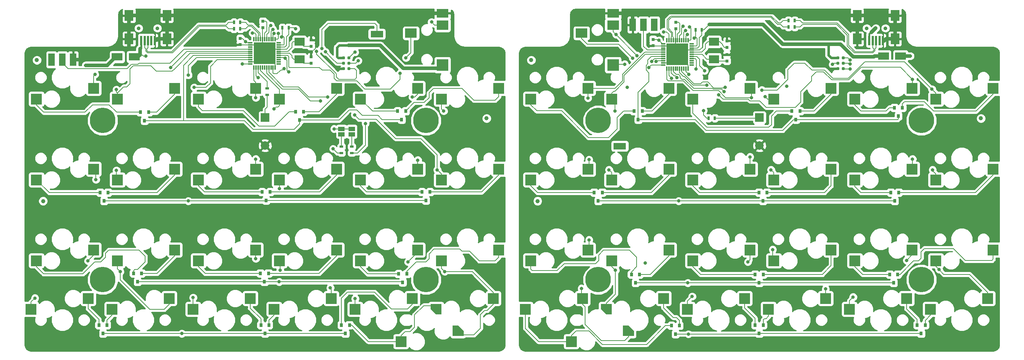
<source format=gbl>
G04 #@! TF.GenerationSoftware,KiCad,Pcbnew,5.0-dev-unknown-9241a39~61~ubuntu17.10.1*
G04 #@! TF.CreationDate,2018-07-19T12:56:27+02:00*
G04 #@! TF.ProjectId,vitamins_included,766974616D696E735F696E636C756465,rev?*
G04 #@! TF.SameCoordinates,Original*
G04 #@! TF.FileFunction,Copper,L2,Bot,Signal*
G04 #@! TF.FilePolarity,Positive*
%FSLAX46Y46*%
G04 Gerber Fmt 4.6, Leading zero omitted, Abs format (unit mm)*
G04 Created by KiCad (PCBNEW 5.0-dev-unknown-9241a39~61~ubuntu17.10.1) date Thu Jul 19 12:56:27 2018*
%MOMM*%
%LPD*%
G01*
G04 APERTURE LIST*
%ADD10R,2.550000X2.500000*%
%ADD11C,1.000000*%
%ADD12C,0.100000*%
%ADD13C,6.000000*%
%ADD14R,0.750000X0.800000*%
%ADD15C,0.900000*%
%ADD16R,0.500000X2.300000*%
%ADD17R,2.000000X2.500000*%
%ADD18R,0.800000X0.900000*%
%ADD19R,0.500000X0.900000*%
%ADD20R,2.400000X1.900000*%
%ADD21R,1.500000X3.000000*%
%ADD22R,2.800000X2.800000*%
%ADD23R,2.800000X2.200000*%
%ADD24R,2.800000X2.000000*%
%ADD25R,3.000000X1.500000*%
%ADD26R,5.080000X5.080000*%
%ADD27R,0.998220X0.299720*%
%ADD28R,0.299720X0.998220*%
%ADD29C,2.000000*%
%ADD30R,2.000000X2.000000*%
%ADD31R,0.900000X0.500000*%
%ADD32R,1.500000X1.000000*%
%ADD33R,2.500000X1.800000*%
%ADD34C,0.787400*%
%ADD35C,0.800000*%
%ADD36C,0.152400*%
%ADD37C,0.609600*%
%ADD38C,0.812800*%
%ADD39C,0.203200*%
%ADD40C,0.406400*%
%ADD41C,0.254000*%
G04 APERTURE END LIST*
D10*
X54960000Y-19390000D03*
X41510000Y-21930000D03*
X35910000Y-57490000D03*
X22460000Y-60030000D03*
X35910000Y-19390000D03*
X22460000Y-21930000D03*
X112110000Y-57490000D03*
X98660000Y-60030000D03*
X54960000Y-38440000D03*
X41510000Y-40980000D03*
X16860000Y-38440000D03*
X3410000Y-40980000D03*
X93060000Y-38440000D03*
X79610000Y-40980000D03*
X74010000Y-38440000D03*
X60560000Y-40980000D03*
X35910000Y-38440000D03*
X22460000Y-40980000D03*
X93060000Y-57490000D03*
X79610000Y-60030000D03*
X74010000Y-57490000D03*
X60560000Y-60030000D03*
X59290000Y-71460000D03*
X72740000Y-68920000D03*
X16860000Y-19390000D03*
X3410000Y-21930000D03*
X118390000Y-71460000D03*
X131840000Y-68920000D03*
X190260000Y-57490000D03*
X176810000Y-60030000D03*
X228360000Y-38440000D03*
X214910000Y-40980000D03*
X209310000Y-57490000D03*
X195860000Y-60030000D03*
D11*
X142635000Y-76540000D03*
D12*
G36*
X143910000Y-76540000D02*
X143910000Y-77790000D01*
X141360000Y-77790000D01*
X141360000Y-75290000D01*
X142635000Y-75290000D01*
X143910000Y-76540000D01*
X143910000Y-76540000D01*
G37*
D10*
X129185000Y-79080000D03*
D11*
X137440000Y-71460000D03*
D12*
G36*
X136165000Y-71460000D02*
X136165000Y-70210000D01*
X138715000Y-70210000D01*
X138715000Y-72710000D01*
X137440000Y-72710000D01*
X136165000Y-71460000D01*
X136165000Y-71460000D01*
G37*
D10*
X150890000Y-68920000D03*
X228360000Y-57490000D03*
X214910000Y-60030000D03*
X156490000Y-71460000D03*
X169940000Y-68920000D03*
X209310000Y-38440000D03*
X195860000Y-40980000D03*
X190260000Y-19390000D03*
X176810000Y-21930000D03*
X190260000Y-38440000D03*
X176810000Y-40980000D03*
X213640000Y-71460000D03*
X227090000Y-68920000D03*
X194590000Y-71460000D03*
X208040000Y-68920000D03*
X171210000Y-38440000D03*
X157760000Y-40980000D03*
X171210000Y-57490000D03*
X157760000Y-60030000D03*
X152160000Y-38440000D03*
X138710000Y-40980000D03*
X152160000Y-19390000D03*
X138710000Y-21930000D03*
X209310000Y-19390000D03*
X195860000Y-21930000D03*
X175540000Y-71460000D03*
X188990000Y-68920000D03*
X228360000Y-19390000D03*
X214910000Y-21930000D03*
X152160000Y-57490000D03*
X138710000Y-60030000D03*
X171210000Y-19390000D03*
X157760000Y-21930000D03*
X133110000Y-38440000D03*
X119660000Y-40980000D03*
X133110000Y-19390000D03*
X119660000Y-21930000D03*
X133110000Y-57490000D03*
X119660000Y-60030000D03*
X2140000Y-71460000D03*
X15590000Y-68920000D03*
X112110000Y-38440000D03*
X98660000Y-40980000D03*
X40240000Y-71460000D03*
X53690000Y-68920000D03*
X78340000Y-71460000D03*
X91790000Y-68920000D03*
D11*
X102585000Y-76540000D03*
D12*
G36*
X103860000Y-76540000D02*
X103860000Y-77790000D01*
X101310000Y-77790000D01*
X101310000Y-75290000D01*
X102585000Y-75290000D01*
X103860000Y-76540000D01*
X103860000Y-76540000D01*
G37*
D10*
X89135000Y-79080000D03*
D11*
X97390000Y-71460000D03*
D12*
G36*
X96115000Y-71460000D02*
X96115000Y-70210000D01*
X98665000Y-70210000D01*
X98665000Y-72710000D01*
X97390000Y-72710000D01*
X96115000Y-71460000D01*
X96115000Y-71460000D01*
G37*
D10*
X110840000Y-68920000D03*
X112110000Y-19390000D03*
X98660000Y-21930000D03*
X54960000Y-57490000D03*
X41510000Y-60030000D03*
X74010000Y-19390000D03*
X60560000Y-21930000D03*
X93060000Y-19390000D03*
X79610000Y-21930000D03*
X16860000Y-57490000D03*
X3410000Y-60030000D03*
X21190000Y-71460000D03*
X34640000Y-68920000D03*
D13*
X19000000Y-27000000D03*
X211500000Y-27000000D03*
D14*
X51334000Y-9139000D03*
X51334000Y-7639000D03*
D11*
X3500000Y-12750000D03*
D15*
X203050000Y-5250000D03*
X198650000Y-5250000D03*
D16*
X202450000Y-8150000D03*
X201650000Y-8150000D03*
X200850000Y-8150000D03*
X200050000Y-8150000D03*
X199250000Y-8150000D03*
D17*
X196400000Y-2250000D03*
X205300000Y-2250000D03*
X205300000Y-7750000D03*
X196400000Y-7750000D03*
D18*
X204981000Y-65269000D03*
X205931000Y-63269000D03*
X204031000Y-63269000D03*
X135512000Y-45965000D03*
X136462000Y-43965000D03*
X134562000Y-43965000D03*
D19*
X180228000Y-3436000D03*
X181728000Y-3436000D03*
X181728000Y-4960000D03*
X180228000Y-4960000D03*
D20*
X162750000Y-8450000D03*
X162750000Y-12550000D03*
D21*
X148720000Y-4452000D03*
X146180000Y-4452000D03*
X143640000Y-4452000D03*
D22*
X139007500Y-13928000D03*
D23*
X139007500Y-4528000D03*
X131607500Y-6428000D03*
D24*
X139007500Y-1728000D03*
D25*
X140592000Y-33027000D03*
D14*
X165750000Y-13000000D03*
X165750000Y-11500000D03*
D18*
X173358000Y-77207000D03*
X174308000Y-75207000D03*
X172408000Y-75207000D03*
X181044000Y-24788000D03*
X182944000Y-24788000D03*
X181994000Y-26788000D03*
D14*
X148409000Y-7877000D03*
X148409000Y-9377000D03*
D18*
X172408000Y-63269000D03*
X174308000Y-63269000D03*
X173358000Y-65269000D03*
X152723000Y-75334000D03*
X154623000Y-75334000D03*
X153673000Y-77334000D03*
D13*
X135500000Y-27000000D03*
D26*
X154142518Y-11411000D03*
D27*
X150794798Y-8911640D03*
X150794798Y-9412020D03*
X150794798Y-9912400D03*
X150794798Y-10412780D03*
X150794798Y-10913160D03*
X150794798Y-11411000D03*
X150794798Y-11908840D03*
X150794798Y-12409220D03*
X150794798Y-12909600D03*
X150794798Y-13409980D03*
X150794798Y-13910360D03*
D28*
X151643158Y-14758720D03*
X152143538Y-14758720D03*
X152643918Y-14758720D03*
X153144298Y-14758720D03*
X153644678Y-14758720D03*
X154142518Y-14758720D03*
X154640358Y-14758720D03*
X155140738Y-14758720D03*
X155641118Y-14758720D03*
X156141498Y-14758720D03*
X156641878Y-14758720D03*
D27*
X157490238Y-13910360D03*
X157490238Y-13409980D03*
X157490238Y-12909600D03*
X157490238Y-12409220D03*
X157490238Y-11908840D03*
X157490238Y-11411000D03*
X157490238Y-10913160D03*
X157490238Y-10412780D03*
X157490238Y-9912400D03*
X157490238Y-9412020D03*
X157490238Y-8911640D03*
D28*
X156641878Y-8063280D03*
X156141498Y-8063280D03*
X155641118Y-8063280D03*
X155140738Y-8063280D03*
X154640358Y-8063280D03*
X154142518Y-8063280D03*
X153644678Y-8063280D03*
X153144298Y-8063280D03*
X152643918Y-8063280D03*
X152143538Y-8063280D03*
X151643158Y-8063280D03*
D19*
X162932000Y-26423000D03*
X161432000Y-26423000D03*
D11*
X225500000Y-26500000D03*
D18*
X144275000Y-65269000D03*
X145225000Y-63269000D03*
X143325000Y-63269000D03*
D11*
X119750000Y-12750000D03*
D13*
X211500000Y-64500000D03*
D18*
X211458000Y-77207000D03*
X212408000Y-75207000D03*
X210508000Y-75207000D03*
D19*
X158384000Y-5595000D03*
X159884000Y-5595000D03*
D18*
X173297000Y-43965000D03*
X175197000Y-43965000D03*
X174247000Y-45965000D03*
X206085000Y-25988000D03*
X207035000Y-23988000D03*
X205135000Y-23988000D03*
D14*
X153743000Y-5338400D03*
X153743000Y-3838400D03*
D18*
X144910000Y-26788000D03*
X145860000Y-24788000D03*
X143960000Y-24788000D03*
D14*
X165750000Y-8250000D03*
X165750000Y-9750000D03*
D18*
X205235000Y-45965000D03*
X206185000Y-43965000D03*
X204285000Y-43965000D03*
D11*
X121250000Y-46000000D03*
D13*
X135500000Y-64473000D03*
D29*
X173426000Y-32896000D03*
D30*
X173426000Y-26296000D03*
D18*
X65281000Y-26915000D03*
X66231000Y-24915000D03*
X64331000Y-24915000D03*
X57026000Y-65015000D03*
X57976000Y-63015000D03*
X56076000Y-63015000D03*
X94049000Y-43838000D03*
X95949000Y-43838000D03*
X94999000Y-45838000D03*
D11*
X109250000Y-26500000D03*
D31*
X75146500Y-34666000D03*
X75146500Y-33166000D03*
D32*
X75146500Y-30233000D03*
X75146500Y-28963000D03*
D18*
X76076000Y-77207000D03*
X77026000Y-75207000D03*
X75126000Y-75207000D03*
D19*
X49862500Y-3880500D03*
X51362500Y-3880500D03*
D18*
X88334000Y-24788000D03*
X90234000Y-24788000D03*
X89284000Y-26788000D03*
X27181000Y-65015000D03*
X28131000Y-63015000D03*
X26231000Y-63015000D03*
D28*
X54568158Y-7825280D03*
X55068538Y-7825280D03*
X55568918Y-7825280D03*
X56069298Y-7825280D03*
X56569678Y-7825280D03*
X57067518Y-7825280D03*
X57565358Y-7825280D03*
X58065738Y-7825280D03*
X58566118Y-7825280D03*
X59066498Y-7825280D03*
X59566878Y-7825280D03*
D27*
X60415238Y-8673640D03*
X60415238Y-9174020D03*
X60415238Y-9674400D03*
X60415238Y-10174780D03*
X60415238Y-10675160D03*
X60415238Y-11173000D03*
X60415238Y-11670840D03*
X60415238Y-12171220D03*
X60415238Y-12671600D03*
X60415238Y-13171980D03*
X60415238Y-13672360D03*
D28*
X59566878Y-14520720D03*
X59066498Y-14520720D03*
X58566118Y-14520720D03*
X58065738Y-14520720D03*
X57565358Y-14520720D03*
X57067518Y-14520720D03*
X56569678Y-14520720D03*
X56069298Y-14520720D03*
X55568918Y-14520720D03*
X55068538Y-14520720D03*
X54568158Y-14520720D03*
D27*
X53719798Y-13672360D03*
X53719798Y-13171980D03*
X53719798Y-12671600D03*
X53719798Y-12171220D03*
X53719798Y-11670840D03*
X53719798Y-11173000D03*
X53719798Y-10675160D03*
X53719798Y-10174780D03*
X53719798Y-9674400D03*
X53719798Y-9174020D03*
X53719798Y-8673640D03*
D26*
X57067518Y-11173000D03*
D18*
X18103000Y-75207000D03*
X20003000Y-75207000D03*
X19053000Y-77207000D03*
D25*
X83465000Y-6611000D03*
D11*
X5000000Y-46000000D03*
D19*
X51362500Y-5404500D03*
X49862500Y-5404500D03*
D18*
X19307000Y-45965000D03*
X20257000Y-43965000D03*
X18357000Y-43965000D03*
D13*
X95000000Y-27000000D03*
X95000000Y-64500000D03*
D31*
X77559500Y-33166000D03*
X77559500Y-34666000D03*
D18*
X89538000Y-65142000D03*
X90488000Y-63142000D03*
X88588000Y-63142000D03*
X57153000Y-77207000D03*
X58103000Y-75207000D03*
X56203000Y-75207000D03*
D17*
X25200000Y-7750000D03*
X34100000Y-7750000D03*
X34100000Y-2250000D03*
X25200000Y-2250000D03*
D16*
X28050000Y-8150000D03*
X28850000Y-8150000D03*
X29650000Y-8150000D03*
X30450000Y-8150000D03*
X31250000Y-8150000D03*
D15*
X27450000Y-5250000D03*
X31850000Y-5250000D03*
D18*
X57407000Y-45838000D03*
X58357000Y-43838000D03*
X56457000Y-43838000D03*
X27882000Y-25042000D03*
X29782000Y-25042000D03*
X28832000Y-27042000D03*
D14*
X56668000Y-3600400D03*
X56668000Y-5100400D03*
X68000000Y-12000000D03*
X68000000Y-13500000D03*
D32*
X77559500Y-28963000D03*
X77559500Y-30233000D03*
D30*
X57176000Y-26296000D03*
D29*
X57176000Y-32896000D03*
D31*
X57684000Y-20950000D03*
X57684000Y-19450000D03*
D19*
X61229000Y-5087000D03*
X62729000Y-5087000D03*
D20*
X65250000Y-12550000D03*
X65250000Y-8450000D03*
D24*
X98892500Y-1728000D03*
D23*
X91492500Y-6428000D03*
X98892500Y-4528000D03*
D22*
X98892500Y-13928000D03*
D13*
X19000000Y-64500000D03*
D21*
X6960000Y-12658000D03*
X9500000Y-12658000D03*
X12040000Y-12658000D03*
D14*
X68000000Y-9520000D03*
X68000000Y-8020000D03*
D33*
X26400000Y-12000000D03*
X22400000Y-12000000D03*
X206600000Y-11800000D03*
X202600000Y-11800000D03*
D34*
X75615000Y-14770000D03*
X76885000Y-14770000D03*
X75615000Y-13500000D03*
X76885000Y-13500000D03*
X75615000Y-12230000D03*
X76885000Y-12230000D03*
X193135000Y-12230000D03*
X191865000Y-12230000D03*
X193135000Y-13500000D03*
X191865000Y-13500000D03*
X193135000Y-14770000D03*
X191865000Y-14770000D03*
D35*
X82200000Y-12450000D03*
X45700000Y-68000000D03*
X57100000Y-68000000D03*
X203400000Y-22100000D03*
X192600000Y-25100000D03*
X198400000Y-18800000D03*
X82426000Y-77096000D03*
X73900000Y-14400000D03*
X172000000Y-9700000D03*
X175000000Y-9700000D03*
X175000000Y-15000000D03*
X172000000Y-15000000D03*
X188500000Y-7150000D03*
X186050000Y-10750000D03*
X135512000Y-50553000D03*
X154142518Y-11411000D03*
X134623000Y-69476000D03*
X168595500Y-27502500D03*
X169929000Y-24899000D03*
X179835000Y-18930000D03*
X144783000Y-9278000D03*
X226190000Y-79128000D03*
X148212000Y-22359000D03*
X186058000Y-7119000D03*
X177676000Y-27185000D03*
X136020000Y-18295000D03*
X179327000Y-75953000D03*
X185423000Y-22359000D03*
X133099000Y-13215000D03*
X149990000Y-28074000D03*
X173358000Y-67698000D03*
X146561000Y-60586000D03*
X135766000Y-34551000D03*
X155451000Y-25026000D03*
X142370000Y-19184000D03*
X31118000Y-60586000D03*
X43183000Y-25915000D03*
X62995000Y-75826000D03*
X100206000Y-68206000D03*
X75441000Y-6357000D03*
X31880000Y-76080000D03*
X35436000Y-25534000D03*
X25149000Y-76080000D03*
X87633000Y-22232000D03*
X58042000Y-11183000D03*
X50041000Y-22359000D03*
X76711000Y-20073000D03*
X83823000Y-2250000D03*
X87506000Y-28074000D03*
X67059000Y-5468000D03*
X84585000Y-70619000D03*
X18291000Y-69603000D03*
X76711000Y-66174000D03*
X155500000Y-4800000D03*
X150900000Y-6100000D03*
X208900000Y-11800000D03*
X29100000Y-11800000D03*
X54200000Y-6400000D03*
X58500000Y-4600000D03*
X78300000Y-10900000D03*
X79100000Y-12900000D03*
X194750000Y-14850000D03*
X190600000Y-13800000D03*
X194750000Y-13700000D03*
X194750000Y-12700000D03*
X76770081Y-9278000D03*
X64400000Y-5400000D03*
X156800000Y-16100000D03*
X149800000Y-8100000D03*
X52600000Y-8400000D03*
X148720000Y-4452000D03*
X15012000Y-13977000D03*
X51842000Y-13672360D03*
X61621000Y-14739000D03*
X73409000Y-28963000D03*
X6960000Y-12658000D03*
X141735000Y-13723000D03*
X161674000Y-4325000D03*
X147450000Y-14485000D03*
X200790000Y-5214000D03*
X39142000Y-16263000D03*
X39119000Y-45965000D03*
X60500000Y-65015000D03*
X55525000Y-16898000D03*
X40516000Y-19184000D03*
X37595000Y-77207000D03*
X148085000Y-13088000D03*
X154435000Y-45965000D03*
X156594000Y-65269000D03*
X152784000Y-17025000D03*
X149101000Y-13088000D03*
X156721000Y-77334000D03*
X69250000Y-10750000D03*
X61049500Y-7309500D03*
X60328000Y-6484000D03*
X59017500Y-5531500D03*
X71377000Y-10802000D03*
X59312000Y-6484000D03*
X158124500Y-7547500D03*
X156500000Y-6750000D03*
X156092500Y-5769500D03*
X156975000Y-4960000D03*
X61875000Y-12326000D03*
X73155000Y-33662000D03*
X70500000Y-10000000D03*
X62764000Y-15564500D03*
X83465000Y-6611000D03*
X96335500Y-3798000D03*
X9500000Y-12658000D03*
X80775000Y-27693000D03*
X90300000Y-12199000D03*
X88903000Y-15882000D03*
X140592000Y-33027000D03*
X158499000Y-14866000D03*
X144656000Y-11691000D03*
X139703000Y-6738000D03*
X160531000Y-15247000D03*
X143640000Y-12326000D03*
X160277000Y-24645000D03*
X154054000Y-16898000D03*
X17402000Y-40901000D03*
X17171000Y-16136000D03*
X35000000Y-14500000D03*
X15497000Y-60078000D03*
X3051000Y-68841000D03*
X22228000Y-19692000D03*
X22228000Y-38742000D03*
X23117000Y-62618000D03*
X54994000Y-59570000D03*
X54994000Y-36075000D03*
X40262000Y-68714000D03*
X54994000Y-21597000D03*
X60709000Y-62237000D03*
X72520000Y-66428000D03*
X60582000Y-43060000D03*
X59312000Y-24264000D03*
X90808000Y-60332000D03*
X78362000Y-68968000D03*
X70234000Y-22359000D03*
X91824000Y-21470000D03*
X93094000Y-36329000D03*
X99190000Y-24772000D03*
X97666000Y-38615000D03*
X71885000Y-21470000D03*
X99444000Y-62618000D03*
X78235000Y-25661000D03*
X131575000Y-66555000D03*
X133099000Y-21724000D03*
X133353000Y-36202000D03*
X133353000Y-55125000D03*
X139576000Y-62298400D03*
X138052000Y-38615000D03*
X139449000Y-24772000D03*
X171580000Y-21597000D03*
X171199000Y-35567000D03*
X170691000Y-60332000D03*
X157610000Y-68460000D03*
X188979000Y-66682000D03*
X176152000Y-38615000D03*
X176533000Y-57411000D03*
X174755000Y-21343000D03*
X165103000Y-20200000D03*
X208029000Y-59951000D03*
X163833000Y-20962000D03*
X195456000Y-68587000D03*
X209426000Y-17279000D03*
X209426000Y-36075000D03*
X161039000Y-18676000D03*
X215649000Y-62110000D03*
X214125000Y-38615000D03*
X213998000Y-19615600D03*
X165357000Y-19184000D03*
X173993000Y-19819000D03*
D36*
X35910000Y-20792400D02*
X31660400Y-25042000D01*
X35910000Y-19390000D02*
X35910000Y-20792400D01*
X30334400Y-25042000D02*
X29782000Y-25042000D01*
X31660400Y-25042000D02*
X30334400Y-25042000D01*
X74010000Y-19390000D02*
X74010000Y-20792400D01*
X74010000Y-20792400D02*
X69887400Y-24915000D01*
X69887400Y-24915000D02*
X66231000Y-24915000D01*
X112110000Y-21377000D02*
X112110000Y-19390000D01*
X90234000Y-24788000D02*
X90234000Y-24738000D01*
X103508000Y-19438000D02*
X106302000Y-22232000D01*
X111255000Y-22232000D02*
X112110000Y-21377000D01*
X90234000Y-24738000D02*
X92232000Y-22740000D01*
X96777000Y-19438000D02*
X103508000Y-19438000D01*
X106302000Y-22232000D02*
X111255000Y-22232000D01*
X94618000Y-22740000D02*
X95761000Y-21597000D01*
X95761000Y-21597000D02*
X95761000Y-20454000D01*
X92232000Y-22740000D02*
X94618000Y-22740000D01*
X95761000Y-20454000D02*
X96777000Y-19438000D01*
X31787400Y-43965000D02*
X20809400Y-43965000D01*
X35910000Y-39842400D02*
X31787400Y-43965000D01*
X35910000Y-38440000D02*
X35910000Y-39842400D01*
X20809400Y-43965000D02*
X20257000Y-43965000D01*
X74010000Y-38440000D02*
X74010000Y-39842400D01*
X74010000Y-39842400D02*
X70014400Y-43838000D01*
X58909400Y-43838000D02*
X58357000Y-43838000D01*
X70014400Y-43838000D02*
X58909400Y-43838000D01*
X96501400Y-43838000D02*
X95949000Y-43838000D01*
X108114400Y-43838000D02*
X96501400Y-43838000D01*
X112110000Y-38440000D02*
X112110000Y-39842400D01*
X112110000Y-39842400D02*
X108114400Y-43838000D01*
X35910000Y-57490000D02*
X35910000Y-58892400D01*
X31787400Y-63015000D02*
X28683400Y-63015000D01*
X35910000Y-58892400D02*
X31787400Y-63015000D01*
X28683400Y-63015000D02*
X28131000Y-63015000D01*
X58528400Y-63015000D02*
X57976000Y-63015000D01*
X74010000Y-58892400D02*
X69887400Y-63015000D01*
X74010000Y-57490000D02*
X74010000Y-58892400D01*
X69887400Y-63015000D02*
X58528400Y-63015000D01*
X111255000Y-60078000D02*
X112110000Y-59223000D01*
X105286000Y-57792000D02*
X107572000Y-60078000D01*
X90488000Y-63142000D02*
X90488000Y-62539600D01*
X92695600Y-60332000D02*
X94999000Y-60332000D01*
X95761000Y-58427000D02*
X96904000Y-57284000D01*
X90488000Y-62539600D02*
X92695600Y-60332000D01*
X103000000Y-57284000D02*
X103508000Y-57792000D01*
X94999000Y-60332000D02*
X95761000Y-59570000D01*
X95761000Y-59570000D02*
X95761000Y-58427000D01*
X112110000Y-59223000D02*
X112110000Y-57490000D01*
X103508000Y-57792000D02*
X105286000Y-57792000D01*
X96904000Y-57284000D02*
X103000000Y-57284000D01*
X107572000Y-60078000D02*
X111255000Y-60078000D01*
X20003000Y-74049400D02*
X20003000Y-75207000D01*
X21190000Y-71460000D02*
X21190000Y-72862400D01*
X21190000Y-72862400D02*
X20003000Y-74049400D01*
X59290000Y-71460000D02*
X59290000Y-72862400D01*
X58103000Y-74049400D02*
X58103000Y-75207000D01*
X59290000Y-72862400D02*
X58103000Y-74049400D01*
X90097600Y-76715000D02*
X91316000Y-76715000D01*
X77026000Y-75207000D02*
X77578400Y-75207000D01*
X92332000Y-75699000D02*
X92332000Y-72778000D01*
X92332000Y-72778000D02*
X94491000Y-70619000D01*
X96549000Y-70619000D02*
X97390000Y-71460000D01*
X77578400Y-75207000D02*
X81451400Y-79080000D01*
X94491000Y-70619000D02*
X96549000Y-70619000D01*
X81451400Y-79080000D02*
X87707600Y-79080000D01*
X91316000Y-76715000D02*
X92332000Y-75699000D01*
X89135000Y-79080000D02*
X89135000Y-77677600D01*
X87707600Y-79080000D02*
X89135000Y-79080000D01*
X89135000Y-77677600D02*
X90097600Y-76715000D01*
X146412400Y-24788000D02*
X145860000Y-24788000D01*
X152160000Y-20792400D02*
X148164400Y-24788000D01*
X152160000Y-19390000D02*
X152160000Y-20792400D01*
X148164400Y-24788000D02*
X146412400Y-24788000D01*
X190260000Y-20792400D02*
X190260000Y-19390000D01*
X186264400Y-24788000D02*
X190260000Y-20792400D01*
X182944000Y-24788000D02*
X186264400Y-24788000D01*
X211800000Y-22600000D02*
X212000000Y-22600000D01*
X207500000Y-22600000D02*
X211800000Y-22600000D01*
X214388000Y-24788000D02*
X212200000Y-22600000D01*
X212200000Y-22600000D02*
X211800000Y-22600000D01*
X224364400Y-24788000D02*
X215500000Y-24788000D01*
X215500000Y-24788000D02*
X214388000Y-24788000D01*
X207035000Y-23065000D02*
X207500000Y-22600000D01*
X207035000Y-23988000D02*
X207035000Y-23065000D01*
X228360000Y-19390000D02*
X228360000Y-20792400D01*
X228360000Y-20792400D02*
X224364400Y-24788000D01*
X148037400Y-43965000D02*
X137014400Y-43965000D01*
X137014400Y-43965000D02*
X136462000Y-43965000D01*
X152160000Y-38440000D02*
X152160000Y-39842400D01*
X152160000Y-39842400D02*
X148037400Y-43965000D01*
X190260000Y-42414000D02*
X190260000Y-38440000D01*
X175197000Y-43965000D02*
X188709000Y-43965000D01*
X188709000Y-43965000D02*
X190260000Y-42414000D01*
X206737400Y-43965000D02*
X206185000Y-43965000D01*
X228360000Y-38440000D02*
X228360000Y-39842400D01*
X224237400Y-43965000D02*
X206737400Y-43965000D01*
X228360000Y-39842400D02*
X224237400Y-43965000D01*
X145225000Y-63269000D02*
X147783400Y-63269000D01*
X152160000Y-58892400D02*
X152160000Y-57490000D01*
X147783400Y-63269000D02*
X152160000Y-58892400D01*
X188201000Y-63269000D02*
X190260000Y-61210000D01*
X174308000Y-63269000D02*
X188201000Y-63269000D01*
X190260000Y-61210000D02*
X190260000Y-57490000D01*
X228095000Y-59951000D02*
X228360000Y-59686000D01*
X205931000Y-63269000D02*
X206483400Y-63269000D01*
X209674400Y-60078000D02*
X210823000Y-60078000D01*
X221872000Y-59951000D02*
X228095000Y-59951000D01*
X219078000Y-57157000D02*
X221872000Y-59951000D01*
X211458000Y-57919000D02*
X212220000Y-57157000D01*
X228360000Y-59686000D02*
X228360000Y-57490000D01*
X210823000Y-60078000D02*
X211458000Y-59443000D01*
X212220000Y-57157000D02*
X219078000Y-57157000D01*
X206483400Y-63269000D02*
X209674400Y-60078000D01*
X211458000Y-59443000D02*
X211458000Y-57919000D01*
X150890000Y-68920000D02*
X150890000Y-70322400D01*
X150879000Y-71127000D02*
X153165000Y-73413000D01*
X150890000Y-70322400D02*
X150879000Y-70333400D01*
X153165000Y-73413000D02*
X153927000Y-73413000D01*
X153927000Y-73413000D02*
X154623000Y-74109000D01*
X150879000Y-70333400D02*
X150879000Y-71127000D01*
X154623000Y-74109000D02*
X154623000Y-75334000D01*
X175540000Y-73136000D02*
X175540000Y-71460000D01*
X174308000Y-73987000D02*
X174628000Y-73667000D01*
X174308000Y-75207000D02*
X174308000Y-73987000D01*
X174628000Y-73667000D02*
X175009000Y-73667000D01*
X175009000Y-73667000D02*
X175540000Y-73136000D01*
X212408000Y-74094400D02*
X212408000Y-75207000D01*
X213640000Y-71460000D02*
X213640000Y-72862400D01*
X213640000Y-72862400D02*
X212408000Y-74094400D01*
D37*
X74270000Y-14770000D02*
X73900000Y-14400000D01*
X75615000Y-14770000D02*
X74270000Y-14770000D01*
X186050000Y-11050000D02*
X186050000Y-10750000D01*
X189770000Y-14770000D02*
X186050000Y-11050000D01*
X191865000Y-14770000D02*
X189770000Y-14770000D01*
D38*
X16092000Y-12658000D02*
X18750000Y-10000000D01*
X12040000Y-12658000D02*
X16092000Y-12658000D01*
X18750000Y-10000000D02*
X25012800Y-10000000D01*
X25012800Y-10000000D02*
X25200000Y-9812800D01*
X25200000Y-9812800D02*
X25200000Y-7750000D01*
D39*
X167000000Y-10828200D02*
X167000000Y-8750000D01*
D38*
X143640000Y-4452000D02*
X143640000Y-2139200D01*
D39*
X167000000Y-8750000D02*
X166500000Y-8250000D01*
X160000000Y-9750000D02*
X160000000Y-7500000D01*
X165250000Y-6500000D02*
X165750000Y-7000000D01*
X165750000Y-7000000D02*
X165750000Y-8250000D01*
X161000000Y-6500000D02*
X165250000Y-6500000D01*
X154142518Y-11411000D02*
X153644678Y-10913160D01*
X157490238Y-10412780D02*
X159337220Y-10412780D01*
X157490238Y-10412780D02*
X155140738Y-10412780D01*
D38*
X194587200Y-2250000D02*
X196400000Y-2250000D01*
D39*
X166500000Y-8250000D02*
X165750000Y-8250000D01*
D38*
X144248200Y-1531000D02*
X193868200Y-1531000D01*
X203207000Y-7750000D02*
X202822000Y-8135000D01*
D39*
X152143538Y-13409980D02*
X154142518Y-11411000D01*
D38*
X193868200Y-1531000D02*
X194587200Y-2250000D01*
X196400000Y-2250000D02*
X196400000Y-7750000D01*
D39*
X166328200Y-11500000D02*
X167000000Y-10828200D01*
D38*
X198212800Y-2250000D02*
X205300000Y-2250000D01*
D36*
X148432020Y-9412020D02*
X148409000Y-9389000D01*
D38*
X202822000Y-8135000D02*
X202695000Y-8262000D01*
D39*
X153644678Y-8063280D02*
X153644678Y-5448722D01*
X156641878Y-14758720D02*
X156641878Y-13910360D01*
D38*
X196400000Y-2250000D02*
X198212800Y-2250000D01*
D39*
X159337220Y-10412780D02*
X160000000Y-9750000D01*
X150794798Y-9412020D02*
X152143538Y-9412020D01*
X150794798Y-13409980D02*
X152143538Y-13409980D01*
X152143538Y-9412020D02*
X154142518Y-11411000D01*
D38*
X139007500Y-1728000D02*
X144051200Y-1728000D01*
D39*
X153644678Y-10913160D02*
X153644678Y-8063280D01*
D36*
X150794798Y-9412020D02*
X148432020Y-9412020D01*
D38*
X144051200Y-1728000D02*
X144248200Y-1531000D01*
X205300000Y-2250000D02*
X205300000Y-7750000D01*
D39*
X153644678Y-5448722D02*
X153743000Y-5350400D01*
X156641878Y-13910360D02*
X154142518Y-11411000D01*
X160000000Y-7500000D02*
X161000000Y-6500000D01*
X155140738Y-10412780D02*
X154142518Y-11411000D01*
D38*
X143640000Y-2139200D02*
X144248200Y-1531000D01*
X205300000Y-7750000D02*
X203207000Y-7750000D01*
D39*
X165750000Y-11500000D02*
X166328200Y-11500000D01*
D38*
X66923800Y-2250000D02*
X83823000Y-2250000D01*
D39*
X56569678Y-7825280D02*
X56569678Y-5210722D01*
X56569678Y-10675160D02*
X56569678Y-7825280D01*
X53719798Y-9174020D02*
X55068538Y-9174020D01*
D38*
X98892500Y-1728000D02*
X87840000Y-1728000D01*
D36*
X51357020Y-9174020D02*
X51334000Y-9151000D01*
D39*
X62868000Y-7382000D02*
X63750000Y-6500000D01*
X57067518Y-11173000D02*
X56569678Y-10675160D01*
D36*
X69000000Y-8250000D02*
X68770000Y-8020000D01*
D39*
X58065738Y-10174780D02*
X57067518Y-11173000D01*
D38*
X34100000Y-7750000D02*
X31850000Y-7750000D01*
D39*
X63750000Y-6500000D02*
X67250000Y-6500000D01*
D36*
X69000000Y-10000000D02*
X69000000Y-8250000D01*
D39*
X60415238Y-10174780D02*
X58065738Y-10174780D01*
D38*
X83823000Y-2250000D02*
X87318000Y-2250000D01*
D36*
X68770000Y-8020000D02*
X68000000Y-8020000D01*
D38*
X34100000Y-2250000D02*
X25200000Y-2250000D01*
X34100000Y-2250000D02*
X34100000Y-7750000D01*
X87318000Y-2250000D02*
X87840000Y-1728000D01*
D39*
X53719798Y-13171980D02*
X55068538Y-13171980D01*
D36*
X53719798Y-9174020D02*
X51357020Y-9174020D01*
X68000000Y-12000000D02*
X68000000Y-11000000D01*
D39*
X55068538Y-9174020D02*
X57067518Y-11173000D01*
X56569678Y-5210722D02*
X56668000Y-5112400D01*
X59566878Y-14520720D02*
X59566878Y-13672360D01*
D38*
X31850000Y-7750000D02*
X31500000Y-8100000D01*
D39*
X59566878Y-13672360D02*
X57067518Y-11173000D01*
X67250000Y-6500000D02*
X68000000Y-7250000D01*
D36*
X68000000Y-11000000D02*
X69000000Y-10000000D01*
D38*
X66923800Y-2250000D02*
X34100000Y-2250000D01*
D39*
X60415238Y-10174780D02*
X62254220Y-10174780D01*
D38*
X25200000Y-2250000D02*
X25200000Y-7750000D01*
D39*
X62868000Y-9561000D02*
X62868000Y-7382000D01*
X68000000Y-7250000D02*
X68000000Y-8020000D01*
X62254220Y-10174780D02*
X62868000Y-9561000D01*
X55068538Y-13171980D02*
X57067518Y-11173000D01*
D36*
X75146500Y-30885400D02*
X75146500Y-32519000D01*
X75146500Y-30233000D02*
X75146500Y-30885400D01*
X75146500Y-32519000D02*
X75146500Y-32816000D01*
X75146500Y-32519000D02*
X75146500Y-33166000D01*
X57684000Y-20950000D02*
X57684000Y-21343000D01*
X57176000Y-24368000D02*
X57176000Y-26296000D01*
X57684000Y-21343000D02*
X57684000Y-23860000D01*
X57684000Y-23860000D02*
X57176000Y-24368000D01*
X57684000Y-21300000D02*
X57684000Y-21343000D01*
D39*
X151600000Y-6100000D02*
X152143538Y-6643538D01*
X152143538Y-6643538D02*
X152143538Y-7360970D01*
X150900000Y-6100000D02*
X151600000Y-6100000D01*
D38*
X26400000Y-12000000D02*
X27312800Y-12000000D01*
X27312800Y-12000000D02*
X27750000Y-11562800D01*
D39*
X155100001Y-6599999D02*
X154640358Y-7059642D01*
X154640358Y-7059642D02*
X154640358Y-8063280D01*
X155500000Y-4800000D02*
X155100001Y-5199999D01*
X155100001Y-5199999D02*
X155100001Y-6599999D01*
X150800000Y-6200000D02*
X150900000Y-6100000D01*
X152143538Y-8063280D02*
X152143538Y-7360970D01*
D38*
X206600000Y-11800000D02*
X208900000Y-11800000D01*
D39*
X29100000Y-11800000D02*
X28534315Y-11800000D01*
X28534315Y-11800000D02*
X28297115Y-11562800D01*
X28297115Y-11562800D02*
X27750000Y-11562800D01*
X58100000Y-5000000D02*
X58500000Y-4600000D01*
X58100000Y-6200000D02*
X58100000Y-5000000D01*
X57565358Y-6734642D02*
X58100000Y-6200000D01*
X57565358Y-7825280D02*
X57565358Y-6734642D01*
D36*
X54200000Y-6400000D02*
X54765685Y-6400000D01*
X54765685Y-6400000D02*
X55068538Y-6702853D01*
X55068538Y-6702853D02*
X55068538Y-7173770D01*
X55068538Y-7173770D02*
X55068538Y-7825280D01*
D40*
X27856000Y-10000000D02*
X27689000Y-10167000D01*
X28050000Y-9806000D02*
X27856000Y-10000000D01*
D38*
X27750000Y-11562800D02*
X27750000Y-10106000D01*
X27750000Y-10106000D02*
X27856000Y-10000000D01*
D36*
X205600000Y-26788000D02*
X181994000Y-26788000D01*
X206085000Y-25988000D02*
X206085000Y-26590400D01*
X206085000Y-26590400D02*
X205887400Y-26788000D01*
X205887400Y-26788000D02*
X205600000Y-26788000D01*
X78300000Y-17300000D02*
X78700000Y-16900000D01*
X69250000Y-11350000D02*
X73900000Y-16000000D01*
X74500000Y-17300000D02*
X78300000Y-17300000D01*
X73900000Y-16700000D02*
X74500000Y-17300000D01*
X78270000Y-14770000D02*
X76885000Y-14770000D01*
X73900000Y-16000000D02*
X73900000Y-16700000D01*
X69250000Y-10750000D02*
X69250000Y-11350000D01*
X78700000Y-16900000D02*
X78700000Y-15200000D01*
X78700000Y-15200000D02*
X78270000Y-14770000D01*
X78300000Y-10900000D02*
X78215000Y-10900000D01*
X78215000Y-10900000D02*
X77900000Y-11215000D01*
X77900000Y-11215000D02*
X77278699Y-11836301D01*
X77278699Y-11836301D02*
X76885000Y-12230000D01*
X78500000Y-13500000D02*
X79100000Y-12900000D01*
X76885000Y-13500000D02*
X78500000Y-13500000D01*
X74075000Y-13500000D02*
X73028000Y-12453000D01*
X75615000Y-13500000D02*
X74075000Y-13500000D01*
X73028000Y-12453000D02*
X71377000Y-10802000D01*
X194750000Y-14850000D02*
X193215000Y-14850000D01*
X193215000Y-14850000D02*
X193135000Y-14770000D01*
X190900000Y-13500000D02*
X190600000Y-13800000D01*
X191865000Y-13500000D02*
X190900000Y-13500000D01*
X193135000Y-13500000D02*
X194550000Y-13500000D01*
X194550000Y-13500000D02*
X194750000Y-13700000D01*
X194750000Y-12700000D02*
X194280000Y-12230000D01*
X194280000Y-12230000D02*
X193135000Y-12230000D01*
D39*
X70500000Y-10000000D02*
X70500000Y-5583000D01*
X70500000Y-5583000D02*
X72012000Y-4071000D01*
X82957000Y-4071000D02*
X72012000Y-4071000D01*
D36*
X27250000Y-13750000D02*
X27531000Y-13469000D01*
X25750000Y-13750000D02*
X27250000Y-13750000D01*
X24761000Y-14739000D02*
X25750000Y-13750000D01*
X10831000Y-14739000D02*
X24761000Y-14739000D01*
X34801000Y-13469000D02*
X38095220Y-10174780D01*
X9500000Y-13408000D02*
X10831000Y-14739000D01*
X9500000Y-12658000D02*
X9500000Y-13408000D01*
X38095220Y-10174780D02*
X53719798Y-10174780D01*
X27531000Y-13469000D02*
X34801000Y-13469000D01*
X194431066Y-17400000D02*
X197402464Y-14428602D01*
X185677000Y-16644000D02*
X186821000Y-15500000D01*
X197402464Y-14428602D02*
X206575602Y-14428602D01*
X185677000Y-17660000D02*
X185677000Y-16644000D01*
X183137000Y-20200000D02*
X185677000Y-17660000D01*
X170818000Y-21978000D02*
X171199000Y-22359000D01*
X183137000Y-22613000D02*
X183137000Y-20200000D01*
X163833000Y-20962000D02*
X164849000Y-21978000D01*
X190400000Y-17400000D02*
X194431066Y-17400000D01*
X181867000Y-23883000D02*
X183137000Y-22613000D01*
X164849000Y-21978000D02*
X170818000Y-21978000D01*
X188500000Y-15500000D02*
X190400000Y-17400000D01*
X171199000Y-22359000D02*
X173485000Y-22359000D01*
X186821000Y-15500000D02*
X188500000Y-15500000D01*
X173485000Y-22359000D02*
X175009000Y-23883000D01*
X175009000Y-23883000D02*
X181867000Y-23883000D01*
X206575602Y-14428602D02*
X209426000Y-17279000D01*
X188750000Y-15100000D02*
X185731000Y-15100000D01*
X184100000Y-13469000D02*
X181613000Y-13469000D01*
X190700000Y-17050000D02*
X188750000Y-15100000D01*
X194350000Y-17050000D02*
X190700000Y-17050000D01*
X207553798Y-13171398D02*
X198228602Y-13171398D01*
X198228602Y-13171398D02*
X194350000Y-17050000D01*
X213998000Y-19615600D02*
X207553798Y-13171398D01*
X185731000Y-15100000D02*
X184100000Y-13469000D01*
X177549000Y-19819000D02*
X173993000Y-19819000D01*
X181613000Y-13469000D02*
X180089000Y-14993000D01*
X180089000Y-14993000D02*
X180089000Y-17279000D01*
X180089000Y-17279000D02*
X177549000Y-19819000D01*
X20500000Y-23300000D02*
X22242000Y-25042000D01*
X16600000Y-23300000D02*
X20500000Y-23300000D01*
X14858000Y-25042000D02*
X16600000Y-23300000D01*
X5119600Y-25042000D02*
X14858000Y-25042000D01*
X3410000Y-23332400D02*
X5119600Y-25042000D01*
X3410000Y-21930000D02*
X3410000Y-23332400D01*
X22242000Y-25042000D02*
X27329600Y-25042000D01*
X27329600Y-25042000D02*
X27882000Y-25042000D01*
X204700000Y-23988000D02*
X205135000Y-23988000D01*
X204582600Y-23988000D02*
X204700000Y-23988000D01*
X197315600Y-24788000D02*
X203200000Y-24788000D01*
X204700000Y-23988000D02*
X204000000Y-23988000D01*
X204000000Y-23988000D02*
X203200000Y-24788000D01*
D39*
X51334000Y-7639000D02*
X51839000Y-7639000D01*
X51839000Y-7639000D02*
X52600000Y-8400000D01*
X148409000Y-7877000D02*
X149577000Y-7877000D01*
X149577000Y-7877000D02*
X149800000Y-8100000D01*
D38*
X15012000Y-13977000D02*
X20073000Y-13977000D01*
X20073000Y-13977000D02*
X22050000Y-12000000D01*
X22050000Y-12000000D02*
X22400000Y-12000000D01*
D37*
X74100000Y-9800000D02*
X74622000Y-9278000D01*
X74622000Y-9278000D02*
X76770081Y-9278000D01*
X74100000Y-12000000D02*
X74100000Y-9800000D01*
X74330000Y-12230000D02*
X74100000Y-12000000D01*
X75615000Y-12230000D02*
X74330000Y-12230000D01*
D38*
X84227000Y-9278000D02*
X89669000Y-14720000D01*
X76770081Y-9278000D02*
X84227000Y-9278000D01*
X89669000Y-14720000D02*
X98100500Y-14720000D01*
X98100500Y-14720000D02*
X98892500Y-13928000D01*
X189750000Y-9000000D02*
X178922000Y-9000000D01*
X192500000Y-9000000D02*
X189750000Y-9000000D01*
D37*
X189700000Y-11600000D02*
X189700000Y-9050000D01*
X189700000Y-9050000D02*
X189750000Y-9000000D01*
X190330000Y-12230000D02*
X189700000Y-11600000D01*
X191865000Y-12230000D02*
X190330000Y-12230000D01*
D38*
X195500000Y-12000000D02*
X200337200Y-12000000D01*
X200337200Y-12000000D02*
X200537200Y-11800000D01*
X195500000Y-12000000D02*
X192500000Y-9000000D01*
X202600000Y-11800000D02*
X200537200Y-11800000D01*
X178922000Y-9000000D02*
X174247000Y-4325000D01*
X174247000Y-4325000D02*
X161674000Y-4325000D01*
D39*
X64087000Y-5087000D02*
X64400000Y-5400000D01*
X62729000Y-5087000D02*
X64087000Y-5087000D01*
X156141498Y-15441498D02*
X156800000Y-16100000D01*
X156141498Y-14758720D02*
X156141498Y-15441498D01*
X150611640Y-8911640D02*
X149800000Y-8100000D01*
X150794798Y-8911640D02*
X150611640Y-8911640D01*
X52873640Y-8673640D02*
X52600000Y-8400000D01*
X53719798Y-8673640D02*
X52873640Y-8673640D01*
X60861001Y-15138999D02*
X60750000Y-15250000D01*
X59066498Y-15816498D02*
X59066498Y-14520720D01*
X59250000Y-16000000D02*
X59066498Y-15816498D01*
X61221001Y-15138999D02*
X60861001Y-15138999D01*
X60750000Y-15250000D02*
X60000000Y-16000000D01*
X61621000Y-14739000D02*
X61221001Y-15138999D01*
X60000000Y-16000000D02*
X59250000Y-16000000D01*
D36*
X75146500Y-28963000D02*
X73409000Y-28963000D01*
X148024640Y-13910360D02*
X147450000Y-14485000D01*
D39*
X159884000Y-6867500D02*
X159286499Y-7465001D01*
D38*
X200790000Y-5214000D02*
X199774000Y-6230000D01*
D36*
X139212500Y-13723000D02*
X139007500Y-13928000D01*
X150794798Y-13910360D02*
X148024640Y-13910360D01*
D39*
X159286499Y-9497001D02*
X158871100Y-9912400D01*
D40*
X199250000Y-6593600D02*
X199613600Y-6230000D01*
X199250000Y-8150000D02*
X199250000Y-6593600D01*
D36*
X141735000Y-13723000D02*
X139212500Y-13723000D01*
D39*
X159884000Y-5595000D02*
X159884000Y-6867500D01*
X160404000Y-5595000D02*
X161674000Y-4325000D01*
X159286499Y-7465001D02*
X159286499Y-9497001D01*
X158871100Y-9912400D02*
X157490238Y-9912400D01*
X159884000Y-5595000D02*
X160404000Y-5595000D01*
X62729000Y-6709500D02*
X62487000Y-6951500D01*
X62729000Y-5087000D02*
X62729000Y-6709500D01*
X52477000Y-13672360D02*
X53719798Y-13672360D01*
X62211499Y-7227001D02*
X62487000Y-6951500D01*
X60415238Y-9674400D02*
X61796100Y-9674400D01*
D36*
X77559500Y-28963000D02*
X76657100Y-28963000D01*
D39*
X51842000Y-13672360D02*
X52477000Y-13672360D01*
D40*
X27689000Y-10167000D02*
X27562000Y-10294000D01*
X28050000Y-8150000D02*
X28050000Y-9706400D01*
D36*
X76657100Y-28963000D02*
X75146500Y-28963000D01*
D39*
X61796100Y-9674400D02*
X62211499Y-9259001D01*
X62211499Y-9259001D02*
X62211499Y-7227001D01*
D40*
X28050000Y-9706400D02*
X28050000Y-9806000D01*
D36*
X60415238Y-11173000D02*
X62923000Y-11173000D01*
X66200000Y-13500000D02*
X65250000Y-12550000D01*
X62923000Y-11173000D02*
X63500000Y-11750000D01*
X68000000Y-13500000D02*
X66200000Y-13500000D01*
X63500000Y-11750000D02*
X63500000Y-12152400D01*
X63897600Y-12550000D02*
X65250000Y-12550000D01*
X63500000Y-12152400D02*
X63897600Y-12550000D01*
X63500000Y-8750000D02*
X63800000Y-8450000D01*
X63500000Y-9750000D02*
X63500000Y-8750000D01*
X68000000Y-9520000D02*
X66320000Y-9520000D01*
X62574840Y-10675160D02*
X63500000Y-9750000D01*
X66320000Y-9520000D02*
X65250000Y-8450000D01*
X60415238Y-10675160D02*
X62574840Y-10675160D01*
X63800000Y-8450000D02*
X65250000Y-8450000D01*
D39*
X57620500Y-5849000D02*
X57067518Y-6401982D01*
X57067518Y-6401982D02*
X57067518Y-7825280D01*
X56668000Y-3588400D02*
X57315700Y-3588400D01*
X57620500Y-3893200D02*
X57620500Y-5849000D01*
X57315700Y-3588400D02*
X57620500Y-3893200D01*
D36*
X77559500Y-32519000D02*
X77559500Y-32816000D01*
X77559500Y-30233000D02*
X77559500Y-32519000D01*
X77559500Y-32519000D02*
X77559500Y-33166000D01*
X163200000Y-13000000D02*
X162750000Y-12550000D01*
X165750000Y-13000000D02*
X163200000Y-13000000D01*
X161050000Y-12550000D02*
X162750000Y-12550000D01*
X159911000Y-11411000D02*
X161050000Y-12550000D01*
X157490238Y-11411000D02*
X159911000Y-11411000D01*
X160750000Y-9000000D02*
X161300000Y-8450000D01*
X165222600Y-9750000D02*
X164750000Y-9277400D01*
X161300000Y-8450000D02*
X162750000Y-8450000D01*
X165750000Y-9750000D02*
X165222600Y-9750000D01*
X159836840Y-10913160D02*
X160750000Y-10000000D01*
X164750000Y-9097600D02*
X164102400Y-8450000D01*
X164750000Y-9277400D02*
X164750000Y-9097600D01*
X164102400Y-8450000D02*
X162750000Y-8450000D01*
X160750000Y-10000000D02*
X160750000Y-9000000D01*
X157490238Y-10913160D02*
X159836840Y-10913160D01*
D39*
X154695500Y-4131200D02*
X154695500Y-6087000D01*
X154142518Y-6639982D02*
X154142518Y-8063280D01*
X154390700Y-3826400D02*
X154695500Y-4131200D01*
X154695500Y-6087000D02*
X154142518Y-6639982D01*
X153743000Y-3826400D02*
X154390700Y-3826400D01*
D36*
X37999000Y-27019000D02*
X37976000Y-27042000D01*
X80013000Y-25788000D02*
X83712000Y-25788000D01*
X83712000Y-25788000D02*
X84712000Y-26788000D01*
X64011000Y-29090000D02*
X65281000Y-27820000D01*
X84712000Y-26788000D02*
X89284000Y-26788000D01*
X65281000Y-27820000D02*
X65281000Y-26915000D01*
X65281000Y-26915000D02*
X74568000Y-26915000D01*
X76965000Y-24518000D02*
X78743000Y-24518000D01*
X37976000Y-27042000D02*
X52311000Y-27042000D01*
X52311000Y-27042000D02*
X54359000Y-29090000D01*
X40305160Y-11670840D02*
X37999000Y-13977000D01*
X74568000Y-26915000D02*
X76965000Y-24518000D01*
X37999000Y-13977000D02*
X37999000Y-27019000D01*
X54359000Y-29090000D02*
X64011000Y-29090000D01*
X78743000Y-24518000D02*
X80013000Y-25788000D01*
X53719798Y-11670840D02*
X40305160Y-11670840D01*
X37976000Y-27042000D02*
X28832000Y-27042000D01*
X57280000Y-45965000D02*
X57407000Y-45838000D01*
X57407000Y-45838000D02*
X94999000Y-45838000D01*
X39119000Y-45965000D02*
X57280000Y-45965000D01*
X39142000Y-14104000D02*
X39142000Y-16263000D01*
X19307000Y-45965000D02*
X39119000Y-45965000D01*
X41074780Y-12171220D02*
X39142000Y-14104000D01*
X53719798Y-12171220D02*
X41074780Y-12171220D01*
X27733400Y-65015000D02*
X57026000Y-65015000D01*
X27181000Y-65015000D02*
X27733400Y-65015000D01*
X57026000Y-65015000D02*
X60500000Y-65015000D01*
X55068538Y-14520720D02*
X55068538Y-15552538D01*
X89411000Y-65015000D02*
X89538000Y-65142000D01*
X60500000Y-65015000D02*
X89411000Y-65015000D01*
X55068538Y-16441538D02*
X55525000Y-16898000D01*
X55068538Y-15933538D02*
X55068538Y-16441538D01*
X55068538Y-15552538D02*
X55068538Y-15933538D01*
X43310000Y-19184000D02*
X40516000Y-19184000D01*
X19605400Y-77207000D02*
X37595000Y-77207000D01*
X44349000Y-18145000D02*
X43310000Y-19184000D01*
X44349000Y-14231000D02*
X44349000Y-17914000D01*
X45908400Y-12671600D02*
X44349000Y-14231000D01*
X44349000Y-17914000D02*
X44349000Y-18145000D01*
X19053000Y-77207000D02*
X19605400Y-77207000D01*
X37595000Y-77207000D02*
X57153000Y-77207000D01*
X75523600Y-77207000D02*
X57153000Y-77207000D01*
X76076000Y-77207000D02*
X75523600Y-77207000D01*
X53719798Y-12671600D02*
X45908400Y-12671600D01*
X146815000Y-15120000D02*
X146815000Y-13977000D01*
X145462400Y-26788000D02*
X144910000Y-26788000D01*
X144910000Y-20327000D02*
X147450000Y-17787000D01*
X147196000Y-13596000D02*
X147196000Y-12707000D01*
X160912000Y-29344000D02*
X178885600Y-29344000D01*
X158356000Y-26788000D02*
X160912000Y-29344000D01*
X181441600Y-26788000D02*
X181994000Y-26788000D01*
X178885600Y-29344000D02*
X181441600Y-26788000D01*
X144910000Y-26788000D02*
X144910000Y-20327000D01*
X157737000Y-26788000D02*
X145462400Y-26788000D01*
X146815000Y-13977000D02*
X147196000Y-13596000D01*
X157737000Y-26788000D02*
X158356000Y-26788000D01*
X147450000Y-17787000D02*
X147450000Y-15755000D01*
X147994160Y-11908840D02*
X150794798Y-11908840D01*
X147450000Y-15755000D02*
X146815000Y-15120000D01*
X147196000Y-12707000D02*
X147994160Y-11908840D01*
X157737000Y-26788000D02*
X158102000Y-26788000D01*
X174247000Y-45965000D02*
X174799400Y-45965000D01*
X154435000Y-45965000D02*
X174247000Y-45965000D01*
X150794798Y-12409220D02*
X148763780Y-12409220D01*
X174799400Y-45965000D02*
X205235000Y-45965000D01*
X135512000Y-45965000D02*
X154435000Y-45965000D01*
X148763780Y-12409220D02*
X148085000Y-13088000D01*
X204981000Y-65269000D02*
X173358000Y-65269000D01*
X152143538Y-15876538D02*
X152143538Y-16384538D01*
X152143538Y-15876538D02*
X152143538Y-14758720D01*
X156594000Y-65269000D02*
X173358000Y-65269000D01*
X152143538Y-16384538D02*
X152784000Y-17025000D01*
X144275000Y-65269000D02*
X156594000Y-65269000D01*
X156721000Y-77334000D02*
X173231000Y-77334000D01*
X173231000Y-77334000D02*
X173358000Y-77207000D01*
X173358000Y-77207000D02*
X173910400Y-77207000D01*
X149279400Y-12909600D02*
X149101000Y-13088000D01*
X173910400Y-77207000D02*
X211458000Y-77207000D01*
X150794798Y-12909600D02*
X149279400Y-12909600D01*
X153673000Y-77334000D02*
X156721000Y-77334000D01*
D39*
X61534480Y-9174020D02*
X60415238Y-9174020D01*
X61684500Y-7436500D02*
X61684500Y-9024000D01*
X61229000Y-5087000D02*
X61229000Y-6981000D01*
X61367000Y-7119000D02*
X61240000Y-7119000D01*
X61240000Y-7119000D02*
X61049500Y-7309500D01*
X61229000Y-6981000D02*
X61367000Y-7119000D01*
X61367000Y-7119000D02*
X61684500Y-7436500D01*
X61684500Y-9024000D02*
X61534480Y-9174020D01*
D36*
X60129720Y-7825280D02*
X59566878Y-7825280D01*
X60328000Y-6484000D02*
X60328000Y-7627000D01*
X60328000Y-7627000D02*
X60129720Y-7825280D01*
D39*
X58566118Y-5982882D02*
X59017500Y-5531500D01*
X58566118Y-7825280D02*
X58566118Y-5982882D01*
D36*
X59066498Y-7825280D02*
X59066498Y-6729502D01*
X59066498Y-6729502D02*
X59312000Y-6484000D01*
D39*
X158442000Y-7357000D02*
X158759500Y-7674500D01*
X158609480Y-9412020D02*
X157490238Y-9412020D01*
X158315000Y-7357000D02*
X158124500Y-7547500D01*
X158759500Y-9262000D02*
X158609480Y-9412020D01*
X158442000Y-7357000D02*
X158315000Y-7357000D01*
X158384000Y-5595000D02*
X158384000Y-7288000D01*
X158384000Y-7288000D02*
X158124500Y-7547500D01*
X158759500Y-7674500D02*
X158759500Y-9262000D01*
D36*
X173299000Y-26423000D02*
X173426000Y-26296000D01*
X162932000Y-26423000D02*
X173299000Y-26423000D01*
X156141498Y-8063280D02*
X156141498Y-7108502D01*
X156141498Y-7108502D02*
X156500000Y-6750000D01*
D39*
X155641118Y-6220882D02*
X156092500Y-5769500D01*
X155641118Y-8063280D02*
X155641118Y-6220882D01*
D36*
X157299000Y-7500000D02*
X157299000Y-6357000D01*
X157299000Y-5799000D02*
X157299000Y-5284000D01*
X157173720Y-8063280D02*
X156641878Y-8063280D01*
X157299000Y-5284000D02*
X156975000Y-4960000D01*
X157299000Y-6357000D02*
X157299000Y-5799000D01*
X157299000Y-7938000D02*
X157173720Y-8063280D01*
X157299000Y-7500000D02*
X157299000Y-6922000D01*
X157299000Y-7938000D02*
X157299000Y-7500000D01*
D39*
X82957000Y-4071000D02*
X83465000Y-4579000D01*
D36*
X73155000Y-33662000D02*
X74159000Y-34666000D01*
X62364001Y-12815001D02*
X62274999Y-12725999D01*
D39*
X60415238Y-12171220D02*
X61720220Y-12171220D01*
X83465000Y-4579000D02*
X83465000Y-6611000D01*
D36*
X74159000Y-34666000D02*
X75146500Y-34666000D01*
D39*
X97065500Y-4528000D02*
X96335500Y-3798000D01*
X98892500Y-4528000D02*
X97065500Y-4528000D01*
X61720220Y-12171220D02*
X61875000Y-12326000D01*
D36*
X62274999Y-12725999D02*
X61875000Y-12326000D01*
X70320500Y-9820500D02*
X70500000Y-10000000D01*
X62764000Y-15564500D02*
X62364001Y-15164501D01*
X62364001Y-15164501D02*
X62364001Y-12815001D01*
X73409000Y-17025000D02*
X74044000Y-17660000D01*
X73409000Y-16009000D02*
X73409000Y-17025000D01*
X78882000Y-34666000D02*
X80775000Y-32773000D01*
X70615000Y-15120000D02*
X72520000Y-15120000D01*
X60415238Y-11670840D02*
X62489840Y-11670840D01*
X88903000Y-17279000D02*
X86617000Y-19565000D01*
X72520000Y-15120000D02*
X73409000Y-16009000D01*
X62891000Y-14485000D02*
X69980000Y-14485000D01*
X74044000Y-17660000D02*
X78743000Y-17660000D01*
X80648000Y-19565000D02*
X86617000Y-19565000D01*
X80775000Y-32773000D02*
X80775000Y-27693000D01*
X62489840Y-11670840D02*
X62764000Y-11945000D01*
X77559500Y-34666000D02*
X78882000Y-34666000D01*
X91492500Y-6428000D02*
X91492500Y-11006500D01*
X88903000Y-15882000D02*
X88903000Y-17279000D01*
X62764000Y-14358000D02*
X62891000Y-14485000D01*
X69980000Y-14485000D02*
X70615000Y-15120000D01*
X91492500Y-11006500D02*
X90300000Y-12199000D01*
X78743000Y-17660000D02*
X80648000Y-19565000D01*
X62764000Y-11945000D02*
X62764000Y-14358000D01*
X150794798Y-10412780D02*
X147060780Y-10412780D01*
X146180000Y-9532000D02*
X146180000Y-4452000D01*
X147060780Y-10412780D02*
X146180000Y-9532000D01*
X158626000Y-14739000D02*
X158499000Y-14866000D01*
X157490238Y-12409220D02*
X158328220Y-12409220D01*
X158626000Y-12707000D02*
X158626000Y-14739000D01*
X144656000Y-11691000D02*
X139703000Y-6738000D01*
X158328220Y-12409220D02*
X158626000Y-12707000D01*
X139007500Y-6042500D02*
X139007500Y-4528000D01*
X139703000Y-6738000D02*
X139576000Y-6611000D01*
X139576000Y-6611000D02*
X139007500Y-6042500D01*
X131607500Y-6428000D02*
X131607500Y-7680400D01*
X159388000Y-12580000D02*
X159388000Y-14104000D01*
X138306000Y-9024000D02*
X140084000Y-9024000D01*
X140338000Y-9024000D02*
X143640000Y-12326000D01*
X138306000Y-9024000D02*
X140338000Y-9024000D01*
X157490238Y-11908840D02*
X158716840Y-11908840D01*
X131607500Y-7680400D02*
X132951100Y-9024000D01*
X132951100Y-9024000D02*
X138306000Y-9024000D01*
X159388000Y-14104000D02*
X160531000Y-15247000D01*
X158716840Y-11908840D02*
X159388000Y-12580000D01*
X55568918Y-15671918D02*
X55568918Y-14520720D01*
X57684000Y-19450000D02*
X57684000Y-17787000D01*
X57684000Y-17787000D02*
X55568918Y-15671918D01*
X55568918Y-7076614D02*
X55568918Y-7825280D01*
X55666708Y-6978824D02*
X55568918Y-7076614D01*
X53978372Y-4794900D02*
X55666708Y-6483236D01*
X55666708Y-6483236D02*
X55666708Y-6978824D01*
X51362500Y-5404500D02*
X52612501Y-5404500D01*
X53222101Y-4794900D02*
X53978372Y-4794900D01*
X52612501Y-5404500D02*
X53222101Y-4794900D01*
X55971508Y-6356980D02*
X55971508Y-6978824D01*
X53222101Y-4490100D02*
X54104628Y-4490100D01*
X56069298Y-7076614D02*
X56069298Y-7825280D01*
X55971508Y-6978824D02*
X56069298Y-7076614D01*
X54104628Y-4490100D02*
X55971508Y-6356980D01*
X51362500Y-3880500D02*
X52612501Y-3880500D01*
X52612501Y-3880500D02*
X53222101Y-4490100D01*
X152643918Y-7314614D02*
X152741708Y-7216824D01*
X176215128Y-2394600D02*
X177866128Y-4045600D01*
X152643918Y-8063280D02*
X152643918Y-7314614D01*
X152741708Y-6403236D02*
X151742600Y-5404128D01*
X151742600Y-3245872D02*
X152593872Y-2394600D01*
X177866128Y-4045600D02*
X178368399Y-4045600D01*
X178977999Y-3436000D02*
X179878000Y-3436000D01*
X178368399Y-4045600D02*
X178977999Y-3436000D01*
X152741708Y-7216824D02*
X152741708Y-6403236D01*
X151742600Y-5404128D02*
X151742600Y-3245872D01*
X152593872Y-2394600D02*
X176215128Y-2394600D01*
X179878000Y-3436000D02*
X180228000Y-3436000D01*
X153144298Y-7314614D02*
X153046508Y-7216824D01*
X177739872Y-4350400D02*
X178368399Y-4350400D01*
X152047400Y-5277872D02*
X152047400Y-3372128D01*
X178368399Y-4350400D02*
X178977999Y-4960000D01*
X153144298Y-8063280D02*
X153144298Y-7314614D01*
X176088872Y-2699400D02*
X177739872Y-4350400D01*
X152047400Y-3372128D02*
X152720128Y-2699400D01*
X152720128Y-2699400D02*
X176088872Y-2699400D01*
X179878000Y-4960000D02*
X180228000Y-4960000D01*
X153046508Y-7216824D02*
X153046508Y-6276980D01*
X178977999Y-4960000D02*
X179878000Y-4960000D01*
X153046508Y-6276980D02*
X152047400Y-5277872D01*
X154054000Y-16898000D02*
X153654001Y-16498001D01*
X152643918Y-15628000D02*
X152643918Y-15755000D01*
X153654001Y-16498001D02*
X153386919Y-16498001D01*
X161029600Y-26423000D02*
X161432000Y-26423000D01*
X153386919Y-16498001D02*
X152643918Y-15755000D01*
X160277000Y-25670400D02*
X161029600Y-26423000D01*
X152643918Y-15628000D02*
X152643918Y-15741918D01*
X160277000Y-24645000D02*
X160277000Y-25670400D01*
X152643918Y-14758720D02*
X152643918Y-15628000D01*
X153800000Y-16898000D02*
X154054000Y-16898000D01*
X2140000Y-71460000D02*
X2140000Y-69752000D01*
X15497000Y-60078000D02*
X16860000Y-58715000D01*
X35000000Y-14500000D02*
X38380000Y-11120000D01*
X53719798Y-10675160D02*
X38824840Y-10675160D01*
X16860000Y-16447000D02*
X17171000Y-16136000D01*
X17402000Y-38982000D02*
X16860000Y-38440000D01*
X17402000Y-40901000D02*
X17402000Y-38982000D01*
X16860000Y-19390000D02*
X16860000Y-16447000D01*
X38824840Y-10675160D02*
X38380000Y-11120000D01*
X16860000Y-58715000D02*
X16860000Y-57490000D01*
X2140000Y-69752000D02*
X3051000Y-68841000D01*
X53719798Y-11173000D02*
X39904000Y-11173000D01*
X35967000Y-14739000D02*
X35910000Y-14796000D01*
X23117000Y-64523000D02*
X23117000Y-62618000D01*
X23930600Y-19057000D02*
X24641000Y-19057000D01*
X26165000Y-14104000D02*
X30356000Y-14104000D01*
X22228000Y-20295600D02*
X22228000Y-19692000D01*
X35332000Y-15374000D02*
X35967000Y-14739000D01*
X25403000Y-14866000D02*
X26165000Y-14104000D01*
X25403000Y-18295000D02*
X25403000Y-14866000D01*
X33454400Y-71508000D02*
X30102000Y-71508000D01*
X30356000Y-14104000D02*
X31626000Y-15374000D01*
X31626000Y-15374000D02*
X35332000Y-15374000D01*
X22460000Y-20527600D02*
X23930600Y-19057000D01*
X22228000Y-38742000D02*
X22228000Y-40748000D01*
X22460000Y-61961000D02*
X22460000Y-60030000D01*
X22460000Y-21930000D02*
X22460000Y-20527600D01*
X39904000Y-11173000D02*
X39533000Y-11173000D01*
X34640000Y-68920000D02*
X34640000Y-70322400D01*
X22460000Y-20527600D02*
X22228000Y-20295600D01*
X30102000Y-71508000D02*
X23117000Y-64523000D01*
X23117000Y-62618000D02*
X22460000Y-61961000D01*
X22228000Y-40748000D02*
X22460000Y-40980000D01*
X34640000Y-70322400D02*
X33454400Y-71508000D01*
X24641000Y-19057000D02*
X25403000Y-18295000D01*
X39533000Y-11173000D02*
X35967000Y-14739000D01*
X54568158Y-14520720D02*
X54568158Y-17595758D01*
X54994000Y-38406000D02*
X54960000Y-38440000D01*
X54960000Y-19390000D02*
X54960000Y-21563000D01*
X40240000Y-71460000D02*
X40240000Y-68736000D01*
X40240000Y-68736000D02*
X40262000Y-68714000D01*
X54994000Y-57524000D02*
X54960000Y-57490000D01*
X54994000Y-36075000D02*
X54994000Y-38406000D01*
X54994000Y-59570000D02*
X54994000Y-57524000D01*
X54960000Y-17987600D02*
X54960000Y-19390000D01*
X54960000Y-21563000D02*
X54994000Y-21597000D01*
X54568158Y-17595758D02*
X54960000Y-17987600D01*
X60219999Y-23864001D02*
X60560000Y-23524000D01*
X56069298Y-14520720D02*
X56069298Y-15172230D01*
X60582000Y-41002000D02*
X60560000Y-40980000D01*
X60560000Y-21930000D02*
X60560000Y-19662932D01*
X72740000Y-66648000D02*
X72520000Y-66428000D01*
X60709000Y-60179000D02*
X60560000Y-60030000D01*
X60201000Y-19303932D02*
X60335068Y-19438000D01*
X60709000Y-62237000D02*
X60709000Y-60179000D01*
X60560000Y-19662932D02*
X60201000Y-19303932D01*
X59711999Y-23864001D02*
X60219999Y-23864001D01*
X60560000Y-23524000D02*
X60560000Y-21930000D01*
X56069298Y-15172230D02*
X60201000Y-19303932D01*
X72740000Y-68920000D02*
X72740000Y-66648000D01*
X60582000Y-43060000D02*
X60582000Y-41002000D01*
X59312000Y-24264000D02*
X59711999Y-23864001D01*
X78340000Y-70057600D02*
X78362000Y-70035600D01*
X57565358Y-15890358D02*
X57565358Y-15913358D01*
X57565358Y-14520720D02*
X57565358Y-15890358D01*
X90808000Y-60332000D02*
X93060000Y-58080000D01*
X57565358Y-15913358D02*
X61217000Y-19565000D01*
X92382400Y-21470000D02*
X91824000Y-21470000D01*
X65027000Y-19565000D02*
X67821000Y-22359000D01*
X93060000Y-58080000D02*
X93060000Y-57490000D01*
X67821000Y-22359000D02*
X70234000Y-22359000D01*
X93094000Y-36329000D02*
X93094000Y-38406000D01*
X78340000Y-71460000D02*
X78340000Y-70057600D01*
X93060000Y-19390000D02*
X93060000Y-20792400D01*
X93060000Y-20792400D02*
X92382400Y-21470000D01*
X93094000Y-38406000D02*
X93060000Y-38440000D01*
X78362000Y-70035600D02*
X78362000Y-68968000D01*
X61217000Y-19565000D02*
X65027000Y-19565000D01*
X87887000Y-31249000D02*
X93856000Y-31249000D01*
X67440000Y-21470000D02*
X71885000Y-21470000D01*
X107826000Y-72778000D02*
X107826000Y-75953000D01*
X98660000Y-40980000D02*
X98660000Y-39577600D01*
X61471000Y-19057000D02*
X65027000Y-19057000D01*
X97697400Y-38615000D02*
X97666000Y-38615000D01*
X83315000Y-26677000D02*
X87887000Y-31249000D01*
X98660000Y-21930000D02*
X98660000Y-24242000D01*
X106302000Y-77477000D02*
X107826000Y-75953000D01*
X102952000Y-76540000D02*
X103889000Y-77477000D01*
X108842000Y-71762000D02*
X107826000Y-72778000D01*
X103889000Y-77477000D02*
X106302000Y-77477000D01*
X110840000Y-68920000D02*
X110840000Y-70322400D01*
X65027000Y-19057000D02*
X67440000Y-21470000D01*
X98660000Y-39577600D02*
X97697400Y-38615000D01*
X98660000Y-61834000D02*
X98660000Y-60030000D01*
X93856000Y-31249000D02*
X97666000Y-35059000D01*
X102585000Y-76540000D02*
X102952000Y-76540000D01*
X110840000Y-67517600D02*
X105940400Y-62618000D01*
X105940400Y-62618000D02*
X100009685Y-62618000D01*
X79251000Y-26677000D02*
X83315000Y-26677000D01*
X110840000Y-68920000D02*
X110840000Y-67517600D01*
X79251000Y-26677000D02*
X78235000Y-25661000D01*
X98660000Y-24242000D02*
X99190000Y-24772000D01*
X58065738Y-15651738D02*
X61471000Y-19057000D01*
X58065738Y-15628738D02*
X58065738Y-15651738D01*
X58065738Y-14520720D02*
X58065738Y-15628738D01*
X110840000Y-70322400D02*
X109400400Y-71762000D01*
X109400400Y-71762000D02*
X108842000Y-71762000D01*
X99444000Y-62618000D02*
X98660000Y-61834000D01*
X100009685Y-62618000D02*
X99444000Y-62618000D01*
X97666000Y-35059000D02*
X97666000Y-38615000D01*
X139497000Y-19390000D02*
X133110000Y-19390000D01*
X132464000Y-75064000D02*
X132464000Y-70946400D01*
X150794798Y-10913160D02*
X146449840Y-10913160D01*
X133353000Y-55125000D02*
X133353000Y-57247000D01*
X131840000Y-70322400D02*
X132464000Y-70946400D01*
X133353000Y-36202000D02*
X133353000Y-38197000D01*
X131575000Y-68655000D02*
X131840000Y-68920000D01*
X146449840Y-10913160D02*
X141227000Y-16136000D01*
X131840000Y-68920000D02*
X131840000Y-70322400D01*
X141227000Y-16136000D02*
X141227000Y-17660000D01*
X136274000Y-78874000D02*
X132464000Y-75064000D01*
X133353000Y-57247000D02*
X133110000Y-57490000D01*
X142635000Y-76540000D02*
X142635000Y-77942400D01*
X133099000Y-19401000D02*
X133110000Y-19390000D01*
X131575000Y-66555000D02*
X131575000Y-68655000D01*
X141227000Y-17660000D02*
X139497000Y-19390000D01*
X142635000Y-77942400D02*
X141703400Y-78874000D01*
X133353000Y-38197000D02*
X133110000Y-38440000D01*
X133099000Y-21724000D02*
X133099000Y-19401000D01*
X141703400Y-78874000D02*
X136274000Y-78874000D01*
X139164600Y-20073000D02*
X139449000Y-20073000D01*
X139449000Y-22669000D02*
X138710000Y-21930000D01*
X141608000Y-17914000D02*
X141608000Y-16390000D01*
X138710000Y-61432400D02*
X139576000Y-62298400D01*
X137440000Y-71460000D02*
X137440000Y-70057600D01*
X139449000Y-24772000D02*
X139449000Y-22669000D01*
X138710000Y-39273000D02*
X138710000Y-40980000D01*
X138052000Y-38615000D02*
X138710000Y-39273000D01*
X137440000Y-70057600D02*
X139576000Y-67921600D01*
X146587000Y-11411000D02*
X150794798Y-11411000D01*
X141608000Y-16390000D02*
X146587000Y-11411000D01*
X139576000Y-67921600D02*
X139576000Y-62864085D01*
X138710000Y-21930000D02*
X138710000Y-20527600D01*
X139449000Y-20073000D02*
X141608000Y-17914000D01*
X138710000Y-60030000D02*
X138710000Y-61432400D01*
X138710000Y-20527600D02*
X139164600Y-20073000D01*
X139576000Y-62864085D02*
X139576000Y-62298400D01*
X171580000Y-21597000D02*
X171580000Y-19760000D01*
X152022000Y-17660000D02*
X155578000Y-17660000D01*
X165484000Y-21597000D02*
X171580000Y-21597000D01*
X157864000Y-19946000D02*
X163198000Y-19946000D01*
X171210000Y-59813000D02*
X171210000Y-57490000D01*
X151643158Y-14758720D02*
X151643158Y-17281158D01*
X151643158Y-17281158D02*
X152022000Y-17660000D01*
X171199000Y-38429000D02*
X171210000Y-38440000D01*
X171580000Y-19760000D02*
X171210000Y-19390000D01*
X163198000Y-19946000D02*
X163833000Y-19946000D01*
X156490000Y-71460000D02*
X156490000Y-69580000D01*
X170691000Y-60332000D02*
X171210000Y-59813000D01*
X171199000Y-35567000D02*
X171199000Y-38429000D01*
X155578000Y-17660000D02*
X157864000Y-19946000D01*
X163833000Y-19946000D02*
X165484000Y-21597000D01*
X156490000Y-69580000D02*
X157610000Y-68460000D01*
X153144298Y-15410230D02*
X153870068Y-16136000D01*
X164518811Y-19615811D02*
X165103000Y-20200000D01*
X164214000Y-19615811D02*
X164518811Y-19615811D01*
X188990000Y-68920000D02*
X188990000Y-66693000D01*
X153144298Y-14758720D02*
X153144298Y-15410230D01*
X155832000Y-17279000D02*
X157991000Y-19438000D01*
X153870068Y-16136000D02*
X154435000Y-16136000D01*
X174755000Y-21343000D02*
X175342000Y-21930000D01*
X175342000Y-21930000D02*
X176810000Y-21930000D01*
X176152000Y-38615000D02*
X176810000Y-39273000D01*
X155197000Y-17279000D02*
X155832000Y-17279000D01*
X162563744Y-19615811D02*
X164214000Y-19615811D01*
X164214000Y-19615811D02*
X164264811Y-19615811D01*
X154816000Y-16517000D02*
X154816000Y-16898000D01*
X176810000Y-39273000D02*
X176810000Y-40980000D01*
X154816000Y-16898000D02*
X155197000Y-17279000D01*
X176533000Y-59753000D02*
X176810000Y-60030000D01*
X176533000Y-57411000D02*
X176533000Y-59753000D01*
X188990000Y-66693000D02*
X188979000Y-66682000D01*
X162385933Y-19438000D02*
X162563744Y-19615811D01*
X157991000Y-19438000D02*
X162385933Y-19438000D01*
X154435000Y-16136000D02*
X154816000Y-16517000D01*
X209310000Y-58670000D02*
X209310000Y-57490000D01*
X157864000Y-18676000D02*
X161039000Y-18676000D01*
X155578000Y-16644000D02*
X155832000Y-16644000D01*
X194590000Y-69453000D02*
X195456000Y-68587000D01*
X209426000Y-19274000D02*
X209310000Y-19390000D01*
X209426000Y-38324000D02*
X209310000Y-38440000D01*
X208029000Y-59951000D02*
X209310000Y-58670000D01*
X209426000Y-36075000D02*
X209426000Y-38324000D01*
X194590000Y-71460000D02*
X194590000Y-69453000D01*
X155832000Y-16644000D02*
X157864000Y-18676000D01*
X154640358Y-14758720D02*
X154640358Y-15706358D01*
X154640358Y-15706358D02*
X155578000Y-16644000D01*
X209426000Y-17279000D02*
X209426000Y-19274000D01*
X161293000Y-17914000D02*
X162690000Y-19311000D01*
X216792000Y-63253000D02*
X215649000Y-62110000D01*
X214910000Y-39577600D02*
X214125000Y-38792600D01*
X159642000Y-18295000D02*
X160023000Y-17914000D01*
X165230000Y-19311000D02*
X165357000Y-19184000D01*
X214910000Y-20527600D02*
X213998000Y-19615600D01*
X164722000Y-19311000D02*
X165230000Y-19311000D01*
X215649000Y-62110000D02*
X214910000Y-61371000D01*
X227090000Y-68920000D02*
X227090000Y-67517600D01*
X160023000Y-17914000D02*
X161293000Y-17914000D01*
X162690000Y-19311000D02*
X164722000Y-19311000D01*
X222825400Y-63253000D02*
X216792000Y-63253000D01*
X214910000Y-40980000D02*
X214910000Y-39577600D01*
X155140738Y-15410230D02*
X155140738Y-14758720D01*
X227090000Y-67517600D02*
X222825400Y-63253000D01*
X158025508Y-18295000D02*
X155140738Y-15410230D01*
X214910000Y-21930000D02*
X214910000Y-20527600D01*
X158025508Y-18295000D02*
X159642000Y-18295000D01*
X214125000Y-38792600D02*
X214125000Y-38615000D01*
X214910000Y-61371000D02*
X214910000Y-60030000D01*
X194104598Y-6872126D02*
X191582872Y-4350400D01*
X194104598Y-9412126D02*
X194104598Y-6872126D01*
X200602400Y-10122601D02*
X200602400Y-10570128D01*
X191582872Y-4350400D02*
X183587601Y-4350400D01*
X200850000Y-8150000D02*
X200850000Y-9875001D01*
X182978001Y-4960000D02*
X182248000Y-4960000D01*
X183587601Y-4350400D02*
X182978001Y-4960000D01*
X200850000Y-9875001D02*
X200602400Y-10122601D01*
X200602400Y-10570128D02*
X200091128Y-11081400D01*
X195773872Y-11081400D02*
X194104598Y-9412126D01*
X182078000Y-4960000D02*
X182248000Y-4960000D01*
X200091128Y-11081400D02*
X195773872Y-11081400D01*
X181728000Y-4960000D02*
X182248000Y-4960000D01*
X194409398Y-6745870D02*
X191709128Y-4045600D01*
X194409398Y-9285870D02*
X194409398Y-6745870D01*
X182130400Y-3436000D02*
X182248000Y-3436000D01*
X182978001Y-3436000D02*
X182248000Y-3436000D01*
X200050000Y-9875001D02*
X200297600Y-10122601D01*
X200297600Y-10443872D02*
X199964872Y-10776600D01*
X200050000Y-8150000D02*
X200050000Y-9875001D01*
X181728000Y-3436000D02*
X182130400Y-3436000D01*
X200297600Y-10122601D02*
X200297600Y-10443872D01*
X199964872Y-10776600D02*
X195900128Y-10776600D01*
X182078000Y-3436000D02*
X182248000Y-3436000D01*
X183587601Y-4045600D02*
X182978001Y-3436000D01*
X195900128Y-10776600D02*
X194409398Y-9285870D01*
X191709128Y-4045600D02*
X183587601Y-4045600D01*
X48612499Y-5404500D02*
X49512500Y-5404500D01*
X29097600Y-10648128D02*
X29530872Y-11081400D01*
X48002899Y-4794900D02*
X48612499Y-5404500D01*
X49512500Y-5404500D02*
X49862500Y-5404500D01*
X28850000Y-8150000D02*
X28850000Y-9875001D01*
X29530872Y-11081400D02*
X35372128Y-11081400D01*
X35372128Y-11081400D02*
X41658628Y-4794900D01*
X29097600Y-10122601D02*
X29097600Y-10648128D01*
X41658628Y-4794900D02*
X48002899Y-4794900D01*
X28850000Y-9875001D02*
X29097600Y-10122601D01*
X41532372Y-4490100D02*
X48002899Y-4490100D01*
X29657128Y-10776600D02*
X35245872Y-10776600D01*
X48612499Y-3880500D02*
X49512500Y-3880500D01*
X49512500Y-3880500D02*
X49862500Y-3880500D01*
X29650000Y-9875001D02*
X29402400Y-10122601D01*
X29650000Y-8150000D02*
X29650000Y-9875001D01*
X29402400Y-10122601D02*
X29402400Y-10521872D01*
X29402400Y-10521872D02*
X29657128Y-10776600D01*
X35245872Y-10776600D02*
X41532372Y-4490100D01*
X48002899Y-4490100D02*
X48612499Y-3880500D01*
X58677000Y-28328000D02*
X59439000Y-28328000D01*
X59439000Y-28328000D02*
X62852000Y-24915000D01*
X52073000Y-24645000D02*
X42421000Y-24645000D01*
X58677000Y-28328000D02*
X55756000Y-28328000D01*
X41510000Y-23734000D02*
X41510000Y-21930000D01*
X42421000Y-24645000D02*
X41510000Y-23734000D01*
X55756000Y-28328000D02*
X52073000Y-24645000D01*
X64331000Y-24915000D02*
X62852000Y-24915000D01*
X79610000Y-21930000D02*
X79635000Y-21930000D01*
X82493000Y-24788000D02*
X87781600Y-24788000D01*
X79635000Y-21930000D02*
X82493000Y-24788000D01*
X87781600Y-24788000D02*
X88334000Y-24788000D01*
X3435000Y-40980000D02*
X6420000Y-43965000D01*
X3410000Y-40980000D02*
X3435000Y-40980000D01*
X17804600Y-43965000D02*
X18357000Y-43965000D01*
X6420000Y-43965000D02*
X17804600Y-43965000D01*
X42965600Y-43838000D02*
X55904600Y-43838000D01*
X55904600Y-43838000D02*
X56457000Y-43838000D01*
X41510000Y-40980000D02*
X41510000Y-42382400D01*
X41510000Y-42382400D02*
X42965600Y-43838000D01*
X79610000Y-42382400D02*
X81065600Y-43838000D01*
X81065600Y-43838000D02*
X93496600Y-43838000D01*
X79610000Y-40980000D02*
X79610000Y-42382400D01*
X93496600Y-43838000D02*
X94049000Y-43838000D01*
X28959000Y-58935000D02*
X28959000Y-60332000D01*
X18545000Y-60332000D02*
X19688000Y-59189000D01*
X27181000Y-62110000D02*
X26533600Y-62110000D01*
X14354000Y-63126000D02*
X17148000Y-60332000D01*
X20450000Y-57538000D02*
X27562000Y-57538000D01*
X17148000Y-60332000D02*
X18545000Y-60332000D01*
X3410000Y-60030000D02*
X3410000Y-61432400D01*
X26231000Y-62412600D02*
X26231000Y-63015000D01*
X26533600Y-62110000D02*
X26231000Y-62412600D01*
X27562000Y-57538000D02*
X28959000Y-58935000D01*
X19688000Y-59189000D02*
X19688000Y-58300000D01*
X28959000Y-60332000D02*
X27181000Y-62110000D01*
X3410000Y-61432400D02*
X5103600Y-63126000D01*
X19688000Y-58300000D02*
X20450000Y-57538000D01*
X5103600Y-63126000D02*
X14354000Y-63126000D01*
X43092600Y-63015000D02*
X55523600Y-63015000D01*
X41510000Y-61432400D02*
X43092600Y-63015000D01*
X55523600Y-63015000D02*
X56076000Y-63015000D01*
X41510000Y-60030000D02*
X41510000Y-61432400D01*
X79610000Y-61432400D02*
X81319600Y-63142000D01*
X81319600Y-63142000D02*
X88035600Y-63142000D01*
X88035600Y-63142000D02*
X88588000Y-63142000D01*
X79610000Y-60030000D02*
X79610000Y-61432400D01*
X15590000Y-71347000D02*
X18103000Y-73860000D01*
X18103000Y-73860000D02*
X18103000Y-75207000D01*
X15590000Y-68920000D02*
X15590000Y-71347000D01*
X53690000Y-71220000D02*
X56203000Y-73733000D01*
X56203000Y-73733000D02*
X56203000Y-75207000D01*
X53690000Y-68920000D02*
X53690000Y-71220000D01*
X86871000Y-71381000D02*
X82934000Y-67444000D01*
X91790000Y-68920000D02*
X91790000Y-70322400D01*
X75126000Y-68902000D02*
X75126000Y-75207000D01*
X82934000Y-67444000D02*
X76584000Y-67444000D01*
X91790000Y-70322400D02*
X90731400Y-71381000D01*
X76584000Y-67444000D02*
X75126000Y-68902000D01*
X90731400Y-71381000D02*
X86871000Y-71381000D01*
X126949201Y-24718201D02*
X133226000Y-30995000D01*
X121045801Y-24718201D02*
X126949201Y-24718201D01*
X139957000Y-26296000D02*
X141465000Y-24788000D01*
X139957000Y-28963000D02*
X139957000Y-26296000D01*
X133226000Y-30995000D02*
X137925000Y-30995000D01*
X141465000Y-24788000D02*
X143960000Y-24788000D01*
X119660000Y-21930000D02*
X119660000Y-23332400D01*
X119660000Y-23332400D02*
X121045801Y-24718201D01*
X137925000Y-30995000D02*
X139957000Y-28963000D01*
X176279000Y-27947000D02*
X176279000Y-25931000D01*
X161039000Y-28582000D02*
X175644000Y-28582000D01*
X157760000Y-21930000D02*
X157760000Y-25303000D01*
X157760000Y-25303000D02*
X161039000Y-28582000D01*
X175644000Y-28582000D02*
X176279000Y-27947000D01*
X181044000Y-24788000D02*
X177422000Y-24788000D01*
X176279000Y-25931000D02*
X177422000Y-24788000D01*
X195860000Y-23332400D02*
X197315600Y-24788000D01*
X195860000Y-21930000D02*
X195860000Y-23332400D01*
X119660000Y-40980000D02*
X119660000Y-42382400D01*
X121242600Y-43965000D02*
X134009600Y-43965000D01*
X119660000Y-42382400D02*
X121242600Y-43965000D01*
X134009600Y-43965000D02*
X134562000Y-43965000D01*
X157760000Y-40980000D02*
X157760000Y-42382400D01*
X159342600Y-43965000D02*
X172744600Y-43965000D01*
X157760000Y-42382400D02*
X159342600Y-43965000D01*
X172744600Y-43965000D02*
X173297000Y-43965000D01*
X204285000Y-43965000D02*
X197250000Y-43965000D01*
X197250000Y-43965000D02*
X195860000Y-42575000D01*
X195860000Y-42575000D02*
X195860000Y-40980000D01*
X143325000Y-62666600D02*
X144529000Y-61462600D01*
X144529000Y-61462600D02*
X144529000Y-59189000D01*
X134877000Y-60713000D02*
X127511000Y-60713000D01*
X119660000Y-62006000D02*
X119660000Y-60030000D01*
X143325000Y-63269000D02*
X143325000Y-62666600D01*
X144529000Y-59189000D02*
X142878000Y-57538000D01*
X125860000Y-62364000D02*
X120018000Y-62364000D01*
X135639000Y-58681000D02*
X135639000Y-59951000D01*
X120018000Y-62364000D02*
X119660000Y-62006000D01*
X142878000Y-57538000D02*
X136782000Y-57538000D01*
X136782000Y-57538000D02*
X135639000Y-58681000D01*
X127511000Y-60713000D02*
X125860000Y-62364000D01*
X135639000Y-59951000D02*
X134877000Y-60713000D01*
X171855600Y-63269000D02*
X172408000Y-63269000D01*
X159596600Y-63269000D02*
X171855600Y-63269000D01*
X157760000Y-60030000D02*
X157760000Y-61432400D01*
X157760000Y-61432400D02*
X159596600Y-63269000D01*
X197696600Y-63269000D02*
X195860000Y-61432400D01*
X195860000Y-61432400D02*
X195860000Y-60030000D01*
X204031000Y-63269000D02*
X197696600Y-63269000D01*
X151299518Y-75334000D02*
X146875930Y-79757588D01*
X152723000Y-75334000D02*
X151299518Y-75334000D01*
X129185000Y-77677600D02*
X129185000Y-79080000D01*
X133353000Y-76573886D02*
X130288714Y-76573886D01*
X146875930Y-79757588D02*
X136536702Y-79757588D01*
X118390000Y-71460000D02*
X118390000Y-75976000D01*
X118390000Y-75976000D02*
X121494000Y-79080000D01*
X130288714Y-76573886D02*
X129185000Y-77677600D01*
X136536702Y-79757588D02*
X133353000Y-76573886D01*
X121494000Y-79080000D02*
X129185000Y-79080000D01*
X172408000Y-73606000D02*
X169940000Y-71138000D01*
X169940000Y-71138000D02*
X169940000Y-68920000D01*
X172408000Y-75207000D02*
X172408000Y-73606000D01*
X210508000Y-73860000D02*
X208040000Y-71392000D01*
X210508000Y-75207000D02*
X210508000Y-73860000D01*
X208040000Y-71392000D02*
X208040000Y-68920000D01*
D41*
G36*
X32465000Y-873690D02*
X32465000Y-1964250D01*
X32623750Y-2123000D01*
X33973000Y-2123000D01*
X33973000Y-2103000D01*
X34227000Y-2103000D01*
X34227000Y-2123000D01*
X35576250Y-2123000D01*
X35735000Y-1964250D01*
X35735000Y-873690D01*
X35667197Y-710000D01*
X96857500Y-710000D01*
X96857500Y-1442250D01*
X97016250Y-1601000D01*
X98765500Y-1601000D01*
X98765500Y-1581000D01*
X99019500Y-1581000D01*
X99019500Y-1601000D01*
X100768750Y-1601000D01*
X100927500Y-1442250D01*
X100927500Y-947440D01*
X101152333Y-1097669D01*
X101428953Y-1511660D01*
X101540001Y-2069936D01*
X101540000Y-7069925D01*
X101553642Y-7138508D01*
X101553642Y-7138514D01*
X101705883Y-7903881D01*
X101749193Y-8008440D01*
X101811897Y-8159821D01*
X102245442Y-8808668D01*
X102441332Y-9004558D01*
X103090178Y-9438103D01*
X103207245Y-9486593D01*
X103346119Y-9544117D01*
X104111485Y-9696357D01*
X104111486Y-9696357D01*
X104180074Y-9710000D01*
X112180069Y-9710000D01*
X112738338Y-9821046D01*
X113152333Y-10097669D01*
X113428953Y-10511660D01*
X113540000Y-11069931D01*
X113540000Y-17523391D01*
X113385000Y-17492560D01*
X111171195Y-17492560D01*
X111315000Y-17145385D01*
X111315000Y-16554615D01*
X111088922Y-16008815D01*
X110671185Y-15591078D01*
X110125385Y-15365000D01*
X109534615Y-15365000D01*
X108988815Y-15591078D01*
X108571078Y-16008815D01*
X108345000Y-16554615D01*
X108345000Y-17145385D01*
X108390404Y-17255000D01*
X108135322Y-17255000D01*
X107350620Y-17580034D01*
X107263717Y-17666937D01*
X107385000Y-17374134D01*
X107385000Y-16325866D01*
X106983845Y-15357392D01*
X106242608Y-14616155D01*
X105274134Y-14215000D01*
X104225866Y-14215000D01*
X103257392Y-14616155D01*
X102516155Y-15357392D01*
X102115000Y-16325866D01*
X102115000Y-17374134D01*
X102516155Y-18342608D01*
X102900347Y-18726800D01*
X96847041Y-18726800D01*
X96777000Y-18712868D01*
X96706958Y-18726800D01*
X96706954Y-18726800D01*
X96499504Y-18768064D01*
X96482383Y-18779504D01*
X96323635Y-18885576D01*
X96323633Y-18885578D01*
X96264254Y-18925254D01*
X96224578Y-18984633D01*
X95307634Y-19901578D01*
X95248255Y-19941254D01*
X95208579Y-20000633D01*
X95208576Y-20000636D01*
X95091065Y-20176504D01*
X95035868Y-20454000D01*
X95049801Y-20524046D01*
X95049800Y-21302411D01*
X94323412Y-22028800D01*
X92826222Y-22028800D01*
X92895146Y-21982746D01*
X92934824Y-21923364D01*
X93513367Y-21344822D01*
X93572746Y-21305146D01*
X93584577Y-21287440D01*
X94335000Y-21287440D01*
X94582765Y-21238157D01*
X94792809Y-21097809D01*
X94933157Y-20887765D01*
X94982440Y-20640000D01*
X94982440Y-18140000D01*
X94933157Y-17892235D01*
X94792809Y-17682191D01*
X94582765Y-17541843D01*
X94335000Y-17492560D01*
X92121195Y-17492560D01*
X92265000Y-17145385D01*
X92265000Y-16554615D01*
X92038922Y-16008815D01*
X91791507Y-15761400D01*
X97018381Y-15761400D01*
X97034691Y-15785809D01*
X97244735Y-15926157D01*
X97492500Y-15975440D01*
X98444453Y-15975440D01*
X98411078Y-16008815D01*
X98185000Y-16554615D01*
X98185000Y-17145385D01*
X98411078Y-17691185D01*
X98828815Y-18108922D01*
X99374615Y-18335000D01*
X99965385Y-18335000D01*
X100511185Y-18108922D01*
X100928922Y-17691185D01*
X101155000Y-17145385D01*
X101155000Y-16554615D01*
X100928922Y-16008815D01*
X100723697Y-15803590D01*
X100750309Y-15785809D01*
X100890657Y-15575765D01*
X100939940Y-15328000D01*
X100939940Y-12528000D01*
X100890657Y-12280235D01*
X100750309Y-12070191D01*
X100540265Y-11929843D01*
X100292500Y-11880560D01*
X97492500Y-11880560D01*
X97244735Y-11929843D01*
X97034691Y-12070191D01*
X96894343Y-12280235D01*
X96845060Y-12528000D01*
X96845060Y-13678600D01*
X96242007Y-13678600D01*
X96451422Y-13469185D01*
X96677500Y-12923385D01*
X96677500Y-12332615D01*
X96451422Y-11786815D01*
X96033685Y-11369078D01*
X95487885Y-11143000D01*
X94897115Y-11143000D01*
X94351315Y-11369078D01*
X93933578Y-11786815D01*
X93707500Y-12332615D01*
X93707500Y-12923385D01*
X93933578Y-13469185D01*
X94142993Y-13678600D01*
X90100362Y-13678600D01*
X88414888Y-11993126D01*
X89265000Y-11993126D01*
X89265000Y-12404874D01*
X89422569Y-12785280D01*
X89713720Y-13076431D01*
X90094126Y-13234000D01*
X90505874Y-13234000D01*
X90886280Y-13076431D01*
X91177431Y-12785280D01*
X91335000Y-12404874D01*
X91335000Y-12169788D01*
X91945867Y-11558922D01*
X92005246Y-11519246D01*
X92044922Y-11459867D01*
X92044924Y-11459865D01*
X92157756Y-11291000D01*
X92162436Y-11283996D01*
X92203700Y-11076546D01*
X92203700Y-11076542D01*
X92217632Y-11006500D01*
X92203700Y-10936458D01*
X92203700Y-8175440D01*
X92892500Y-8175440D01*
X93140265Y-8126157D01*
X93350309Y-7985809D01*
X93490657Y-7775765D01*
X93539940Y-7528000D01*
X93539940Y-5332615D01*
X93707500Y-5332615D01*
X93707500Y-5923385D01*
X93933578Y-6469185D01*
X94351315Y-6886922D01*
X94897115Y-7113000D01*
X95487885Y-7113000D01*
X96033685Y-6886922D01*
X96451422Y-6469185D01*
X96677500Y-5923385D01*
X96677500Y-5332615D01*
X96575573Y-5086541D01*
X96595939Y-5100149D01*
X96595941Y-5100151D01*
X96724842Y-5186280D01*
X96778093Y-5221861D01*
X96845060Y-5235182D01*
X96845060Y-5628000D01*
X96894343Y-5875765D01*
X97034691Y-6085809D01*
X97244735Y-6226157D01*
X97492500Y-6275440D01*
X100292500Y-6275440D01*
X100540265Y-6226157D01*
X100750309Y-6085809D01*
X100890657Y-5875765D01*
X100939940Y-5628000D01*
X100939940Y-3428000D01*
X100890657Y-3180235D01*
X100829627Y-3088898D01*
X100830827Y-3087698D01*
X100927500Y-2854309D01*
X100927500Y-2013750D01*
X100768750Y-1855000D01*
X99019500Y-1855000D01*
X99019500Y-1875000D01*
X98765500Y-1875000D01*
X98765500Y-1855000D01*
X97016250Y-1855000D01*
X96857500Y-2013750D01*
X96857500Y-2854309D01*
X96877317Y-2902152D01*
X96541374Y-2763000D01*
X96129626Y-2763000D01*
X95749220Y-2920569D01*
X95458069Y-3211720D01*
X95300500Y-3592126D01*
X95300500Y-4003874D01*
X95358128Y-4143000D01*
X94897115Y-4143000D01*
X94351315Y-4369078D01*
X93933578Y-4786815D01*
X93707500Y-5332615D01*
X93539940Y-5332615D01*
X93539940Y-5328000D01*
X93490657Y-5080235D01*
X93350309Y-4870191D01*
X93140265Y-4729843D01*
X92892500Y-4680560D01*
X90092500Y-4680560D01*
X89844735Y-4729843D01*
X89634691Y-4870191D01*
X89494343Y-5080235D01*
X89445060Y-5328000D01*
X89445060Y-7528000D01*
X89494343Y-7775765D01*
X89634691Y-7985809D01*
X89844735Y-8126157D01*
X90092500Y-8175440D01*
X90781300Y-8175440D01*
X90781301Y-10711910D01*
X90329212Y-11164000D01*
X90094126Y-11164000D01*
X89713720Y-11321569D01*
X89422569Y-11612720D01*
X89265000Y-11993126D01*
X88414888Y-11993126D01*
X85035908Y-8614147D01*
X84977807Y-8527193D01*
X84633334Y-8297023D01*
X84329568Y-8236600D01*
X84329564Y-8236600D01*
X84227000Y-8216199D01*
X84124436Y-8236600D01*
X76667513Y-8236600D01*
X76635338Y-8243000D01*
X76564207Y-8243000D01*
X76498490Y-8270221D01*
X76363747Y-8297023D01*
X76302121Y-8338200D01*
X74714549Y-8338200D01*
X74621999Y-8319791D01*
X74529449Y-8338200D01*
X74529441Y-8338200D01*
X74255309Y-8392728D01*
X74255308Y-8392729D01*
X74255307Y-8392729D01*
X74124460Y-8480159D01*
X73944443Y-8600443D01*
X73892012Y-8678911D01*
X73500909Y-9070014D01*
X73422444Y-9122443D01*
X73370015Y-9200908D01*
X73370012Y-9200911D01*
X73214729Y-9433308D01*
X73141790Y-9800000D01*
X73160201Y-9892559D01*
X73160200Y-11579411D01*
X72412000Y-10831212D01*
X72412000Y-10596126D01*
X72254431Y-10215720D01*
X71963280Y-9924569D01*
X71582874Y-9767000D01*
X71523764Y-9767000D01*
X71377431Y-9413720D01*
X71236600Y-9272889D01*
X71236600Y-5888109D01*
X72317110Y-4807600D01*
X82651891Y-4807600D01*
X82728400Y-4884109D01*
X82728400Y-5213560D01*
X81965000Y-5213560D01*
X81717235Y-5262843D01*
X81507191Y-5403191D01*
X81366843Y-5613235D01*
X81317560Y-5861000D01*
X81317560Y-7361000D01*
X81366843Y-7608765D01*
X81507191Y-7818809D01*
X81717235Y-7959157D01*
X81965000Y-8008440D01*
X84965000Y-8008440D01*
X85212765Y-7959157D01*
X85422809Y-7818809D01*
X85563157Y-7608765D01*
X85612440Y-7361000D01*
X85612440Y-5861000D01*
X85563157Y-5613235D01*
X85422809Y-5403191D01*
X85212765Y-5262843D01*
X84965000Y-5213560D01*
X84201600Y-5213560D01*
X84201600Y-4651538D01*
X84216029Y-4578999D01*
X84201600Y-4506460D01*
X84201600Y-4506456D01*
X84158861Y-4291593D01*
X83996058Y-4047942D01*
X83934558Y-4006849D01*
X83529151Y-3601442D01*
X83488058Y-3539942D01*
X83244407Y-3377139D01*
X83029544Y-3334400D01*
X83029540Y-3334400D01*
X82957000Y-3319971D01*
X82884460Y-3334400D01*
X72084540Y-3334400D01*
X72012000Y-3319971D01*
X71939459Y-3334400D01*
X71939456Y-3334400D01*
X71724593Y-3377139D01*
X71542441Y-3498849D01*
X71542439Y-3498851D01*
X71480942Y-3539942D01*
X71439850Y-3601440D01*
X70030440Y-5010851D01*
X69968943Y-5051942D01*
X69927852Y-5113439D01*
X69927849Y-5113442D01*
X69806139Y-5295594D01*
X69748971Y-5583000D01*
X69763401Y-5655545D01*
X69763400Y-9272889D01*
X69622569Y-9413720D01*
X69491639Y-9729814D01*
X69455874Y-9715000D01*
X69044126Y-9715000D01*
X69022440Y-9723983D01*
X69022440Y-9120000D01*
X68973157Y-8872235D01*
X68912127Y-8780898D01*
X68913327Y-8779698D01*
X69010000Y-8546309D01*
X69010000Y-8305750D01*
X68851250Y-8147000D01*
X68127000Y-8147000D01*
X68127000Y-8167000D01*
X67873000Y-8167000D01*
X67873000Y-8147000D01*
X67853000Y-8147000D01*
X67853000Y-7893000D01*
X67873000Y-7893000D01*
X67873000Y-7143750D01*
X68127000Y-7143750D01*
X68127000Y-7893000D01*
X68851250Y-7893000D01*
X69010000Y-7734250D01*
X69010000Y-7493691D01*
X68913327Y-7260302D01*
X68734699Y-7081673D01*
X68501310Y-6985000D01*
X68285750Y-6985000D01*
X68127000Y-7143750D01*
X67873000Y-7143750D01*
X67714250Y-6985000D01*
X67498690Y-6985000D01*
X67265301Y-7081673D01*
X67086673Y-7260302D01*
X67061736Y-7320504D01*
X67048157Y-7252235D01*
X66907809Y-7042191D01*
X66697765Y-6901843D01*
X66450000Y-6852560D01*
X64050000Y-6852560D01*
X63802235Y-6901843D01*
X63592191Y-7042191D01*
X63451843Y-7252235D01*
X63402560Y-7500000D01*
X63402560Y-7860208D01*
X63389489Y-7868942D01*
X63287254Y-7937254D01*
X63247576Y-7996636D01*
X63046634Y-8197578D01*
X62987255Y-8237254D01*
X62948099Y-8295855D01*
X62948099Y-7532110D01*
X63198558Y-7281651D01*
X63260058Y-7240558D01*
X63422861Y-6996907D01*
X63465600Y-6782044D01*
X63465600Y-6782040D01*
X63480029Y-6709500D01*
X63465600Y-6636960D01*
X63465600Y-5951721D01*
X63491931Y-5912314D01*
X63522569Y-5986280D01*
X63813720Y-6277431D01*
X64194126Y-6435000D01*
X64605874Y-6435000D01*
X64986280Y-6277431D01*
X65277431Y-5986280D01*
X65435000Y-5605874D01*
X65435000Y-5194126D01*
X65277431Y-4813720D01*
X64986280Y-4522569D01*
X64605874Y-4365000D01*
X64232943Y-4365000D01*
X64159544Y-4350400D01*
X64159540Y-4350400D01*
X64087000Y-4335971D01*
X64014460Y-4350400D01*
X63551208Y-4350400D01*
X63436809Y-4179191D01*
X63226765Y-4038843D01*
X62979000Y-3989560D01*
X62479000Y-3989560D01*
X62231235Y-4038843D01*
X62021191Y-4179191D01*
X61979000Y-4242334D01*
X61936809Y-4179191D01*
X61726765Y-4038843D01*
X61479000Y-3989560D01*
X60979000Y-3989560D01*
X60731235Y-4038843D01*
X60521191Y-4179191D01*
X60380843Y-4389235D01*
X60331560Y-4637000D01*
X60331560Y-5449000D01*
X60122126Y-5449000D01*
X60052500Y-5477840D01*
X60052500Y-5325626D01*
X59894931Y-4945220D01*
X59603780Y-4654069D01*
X59535000Y-4625579D01*
X59535000Y-4394126D01*
X59377431Y-4013720D01*
X59086280Y-3722569D01*
X58705874Y-3565000D01*
X58294126Y-3565000D01*
X58288626Y-3567278D01*
X58151558Y-3362142D01*
X58090058Y-3321049D01*
X57887851Y-3118842D01*
X57846758Y-3057342D01*
X57603107Y-2894539D01*
X57602220Y-2894363D01*
X57500809Y-2742591D01*
X57290765Y-2602243D01*
X57043000Y-2552960D01*
X56293000Y-2552960D01*
X56045235Y-2602243D01*
X55835191Y-2742591D01*
X55694843Y-2952635D01*
X55645560Y-3200400D01*
X55645560Y-4000400D01*
X55694843Y-4248165D01*
X55755873Y-4339502D01*
X55754673Y-4340702D01*
X55658000Y-4574091D01*
X55658000Y-4814650D01*
X55816748Y-4973398D01*
X55658000Y-4973398D01*
X55658000Y-5037683D01*
X54657051Y-4036735D01*
X54617374Y-3977354D01*
X54382124Y-3820164D01*
X54174674Y-3778900D01*
X54174669Y-3778900D01*
X54104628Y-3764968D01*
X54034587Y-3778900D01*
X53516690Y-3778900D01*
X53164925Y-3427136D01*
X53125247Y-3367754D01*
X52889997Y-3210564D01*
X52682547Y-3169300D01*
X52682542Y-3169300D01*
X52612501Y-3155368D01*
X52542460Y-3169300D01*
X52201680Y-3169300D01*
X52070309Y-2972691D01*
X51860265Y-2832343D01*
X51612500Y-2783060D01*
X51112500Y-2783060D01*
X50864735Y-2832343D01*
X50654691Y-2972691D01*
X50612500Y-3035834D01*
X50570309Y-2972691D01*
X50360265Y-2832343D01*
X50112500Y-2783060D01*
X49612500Y-2783060D01*
X49364735Y-2832343D01*
X49154691Y-2972691D01*
X49023320Y-3169300D01*
X48682541Y-3169300D01*
X48612499Y-3155368D01*
X48542457Y-3169300D01*
X48542453Y-3169300D01*
X48335003Y-3210564D01*
X48335001Y-3210565D01*
X48335002Y-3210565D01*
X48159134Y-3328076D01*
X48159132Y-3328078D01*
X48099753Y-3367754D01*
X48060077Y-3427133D01*
X47708311Y-3778900D01*
X41602414Y-3778900D01*
X41532372Y-3764968D01*
X41462330Y-3778900D01*
X41462326Y-3778900D01*
X41254876Y-3820164D01*
X41243194Y-3827970D01*
X41079007Y-3937676D01*
X41079005Y-3937678D01*
X41019626Y-3977354D01*
X40979950Y-4036733D01*
X34951284Y-10065400D01*
X30337261Y-10065400D01*
X30360724Y-9947440D01*
X30700000Y-9947440D01*
X30837632Y-9920064D01*
X30873691Y-9935000D01*
X30966250Y-9935000D01*
X31114508Y-9786742D01*
X31157809Y-9757809D01*
X31298157Y-9547765D01*
X31347440Y-9300000D01*
X31347440Y-8277000D01*
X31375000Y-8277000D01*
X31375000Y-9776250D01*
X31533750Y-9935000D01*
X31626309Y-9935000D01*
X31859698Y-9838327D01*
X32038327Y-9659699D01*
X32135000Y-9426310D01*
X32135000Y-8435750D01*
X31976250Y-8277000D01*
X31375000Y-8277000D01*
X31347440Y-8277000D01*
X31347440Y-8035750D01*
X32465000Y-8035750D01*
X32465000Y-9126310D01*
X32561673Y-9359699D01*
X32740302Y-9538327D01*
X32973691Y-9635000D01*
X33814250Y-9635000D01*
X33973000Y-9476250D01*
X33973000Y-7877000D01*
X34227000Y-7877000D01*
X34227000Y-9476250D01*
X34385750Y-9635000D01*
X35226309Y-9635000D01*
X35459698Y-9538327D01*
X35638327Y-9359699D01*
X35735000Y-9126310D01*
X35735000Y-8035750D01*
X35576250Y-7877000D01*
X34227000Y-7877000D01*
X33973000Y-7877000D01*
X32623750Y-7877000D01*
X32465000Y-8035750D01*
X31347440Y-8035750D01*
X31347440Y-7000000D01*
X31298157Y-6752235D01*
X31157809Y-6542191D01*
X31130211Y-6523750D01*
X31375000Y-6523750D01*
X31375000Y-8023000D01*
X31976250Y-8023000D01*
X32135000Y-7864250D01*
X32135000Y-6873690D01*
X32038327Y-6640301D01*
X31859698Y-6461673D01*
X31647289Y-6373690D01*
X32465000Y-6373690D01*
X32465000Y-7464250D01*
X32623750Y-7623000D01*
X33973000Y-7623000D01*
X33973000Y-6023750D01*
X34227000Y-6023750D01*
X34227000Y-7623000D01*
X35576250Y-7623000D01*
X35735000Y-7464250D01*
X35735000Y-6373690D01*
X35638327Y-6140301D01*
X35459698Y-5961673D01*
X35226309Y-5865000D01*
X34385750Y-5865000D01*
X34227000Y-6023750D01*
X33973000Y-6023750D01*
X33814250Y-5865000D01*
X32973691Y-5865000D01*
X32740302Y-5961673D01*
X32561673Y-6140301D01*
X32465000Y-6373690D01*
X31647289Y-6373690D01*
X31626309Y-6365000D01*
X31533750Y-6365000D01*
X31375000Y-6523750D01*
X31130211Y-6523750D01*
X31114508Y-6513258D01*
X30966250Y-6365000D01*
X30873691Y-6365000D01*
X30837632Y-6379936D01*
X30700000Y-6352560D01*
X30200000Y-6352560D01*
X30050000Y-6382397D01*
X29900000Y-6352560D01*
X29400000Y-6352560D01*
X29250000Y-6382397D01*
X29100000Y-6352560D01*
X28600000Y-6352560D01*
X28450000Y-6382397D01*
X28300000Y-6352560D01*
X27800000Y-6352560D01*
X27552235Y-6401843D01*
X27342191Y-6542191D01*
X27201843Y-6752235D01*
X27152560Y-7000000D01*
X27152560Y-9230679D01*
X27086145Y-9297094D01*
X26999194Y-9355193D01*
X26941095Y-9442144D01*
X26941093Y-9442146D01*
X26769023Y-9699667D01*
X26688199Y-10106000D01*
X26708601Y-10208568D01*
X26708601Y-10287862D01*
X26707380Y-10294000D01*
X26708601Y-10300137D01*
X26708601Y-10452560D01*
X25150000Y-10452560D01*
X24902235Y-10501843D01*
X24692191Y-10642191D01*
X24551843Y-10852235D01*
X24502560Y-11100000D01*
X24502560Y-12900000D01*
X24551843Y-13147765D01*
X24692191Y-13357809D01*
X24902235Y-13498157D01*
X24980489Y-13513722D01*
X24466412Y-14027800D01*
X21494961Y-14027800D01*
X21975322Y-13547440D01*
X23650000Y-13547440D01*
X23897765Y-13498157D01*
X24107809Y-13357809D01*
X24248157Y-13147765D01*
X24297440Y-12900000D01*
X24297440Y-11100000D01*
X24248157Y-10852235D01*
X24107809Y-10642191D01*
X23897765Y-10501843D01*
X23650000Y-10452560D01*
X21150000Y-10452560D01*
X20902235Y-10501843D01*
X20692191Y-10642191D01*
X20551843Y-10852235D01*
X20502560Y-11100000D01*
X20502560Y-12074678D01*
X19641639Y-12935600D01*
X14909432Y-12935600D01*
X14877257Y-12942000D01*
X14806126Y-12942000D01*
X14740409Y-12969221D01*
X14605666Y-12996023D01*
X14491438Y-13072348D01*
X14425720Y-13099569D01*
X14375421Y-13149868D01*
X14261193Y-13226193D01*
X14184868Y-13340421D01*
X14134569Y-13390720D01*
X14107348Y-13456438D01*
X14031023Y-13570666D01*
X14004221Y-13705409D01*
X13977000Y-13771126D01*
X13977000Y-13842257D01*
X13950198Y-13977000D01*
X13960303Y-14027800D01*
X13425000Y-14027800D01*
X13425000Y-12943750D01*
X13266250Y-12785000D01*
X12167000Y-12785000D01*
X12167000Y-12805000D01*
X11913000Y-12805000D01*
X11913000Y-12785000D01*
X11893000Y-12785000D01*
X11893000Y-12531000D01*
X11913000Y-12531000D01*
X11913000Y-10681750D01*
X12167000Y-10681750D01*
X12167000Y-12531000D01*
X13266250Y-12531000D01*
X13425000Y-12372250D01*
X13425000Y-11031691D01*
X13328327Y-10798302D01*
X13149699Y-10619673D01*
X12916310Y-10523000D01*
X12325750Y-10523000D01*
X12167000Y-10681750D01*
X11913000Y-10681750D01*
X11754250Y-10523000D01*
X11163690Y-10523000D01*
X10930301Y-10619673D01*
X10764676Y-10785298D01*
X10707809Y-10700191D01*
X10497765Y-10559843D01*
X10250000Y-10510560D01*
X8750000Y-10510560D01*
X8502235Y-10559843D01*
X8292191Y-10700191D01*
X8230000Y-10793266D01*
X8167809Y-10700191D01*
X7957765Y-10559843D01*
X7710000Y-10510560D01*
X6210000Y-10510560D01*
X5962235Y-10559843D01*
X5752191Y-10700191D01*
X5611843Y-10910235D01*
X5562560Y-11158000D01*
X5562560Y-14158000D01*
X5611843Y-14405765D01*
X5752191Y-14615809D01*
X5962235Y-14756157D01*
X6210000Y-14805440D01*
X7710000Y-14805440D01*
X7844950Y-14778597D01*
X7266155Y-15357392D01*
X6865000Y-16325866D01*
X6865000Y-17374134D01*
X7266155Y-18342608D01*
X8007392Y-19083845D01*
X8975866Y-19485000D01*
X10024134Y-19485000D01*
X10992608Y-19083845D01*
X11220162Y-18856291D01*
X11175000Y-18965322D01*
X11175000Y-19814678D01*
X11500034Y-20599380D01*
X12100620Y-21199966D01*
X12885322Y-21525000D01*
X13734678Y-21525000D01*
X14519380Y-21199966D01*
X14961084Y-20758262D01*
X14986843Y-20887765D01*
X15127191Y-21097809D01*
X15337235Y-21238157D01*
X15585000Y-21287440D01*
X18135000Y-21287440D01*
X18382765Y-21238157D01*
X18592809Y-21097809D01*
X18733157Y-20887765D01*
X18782440Y-20640000D01*
X18782440Y-18140000D01*
X18733157Y-17892235D01*
X18592809Y-17682191D01*
X18382765Y-17541843D01*
X18135000Y-17492560D01*
X17571200Y-17492560D01*
X17571200Y-17090508D01*
X17757280Y-17013431D01*
X18048431Y-16722280D01*
X18206000Y-16341874D01*
X18206000Y-15930126D01*
X18048431Y-15549720D01*
X17948911Y-15450200D01*
X22968924Y-15450200D01*
X22628815Y-15591078D01*
X22211078Y-16008815D01*
X21985000Y-16554615D01*
X21985000Y-17145385D01*
X22211078Y-17691185D01*
X22628815Y-18108922D01*
X23174615Y-18335000D01*
X23765385Y-18335000D01*
X24311185Y-18108922D01*
X24691800Y-17728307D01*
X24691800Y-18000411D01*
X24346412Y-18345800D01*
X24000641Y-18345800D01*
X23930599Y-18331868D01*
X23860557Y-18345800D01*
X23860554Y-18345800D01*
X23653104Y-18387064D01*
X23653103Y-18387065D01*
X23653102Y-18387065D01*
X23477235Y-18504576D01*
X23477233Y-18504578D01*
X23417854Y-18544254D01*
X23378178Y-18603633D01*
X22990761Y-18991050D01*
X22814280Y-18814569D01*
X22433874Y-18657000D01*
X22022126Y-18657000D01*
X21641720Y-18814569D01*
X21350569Y-19105720D01*
X21193000Y-19486126D01*
X21193000Y-19897874D01*
X21248789Y-20032560D01*
X21185000Y-20032560D01*
X20937235Y-20081843D01*
X20727191Y-20222191D01*
X20586843Y-20432235D01*
X20537560Y-20680000D01*
X20537560Y-22582339D01*
X20500000Y-22574868D01*
X20429959Y-22588800D01*
X16670041Y-22588800D01*
X16599999Y-22574868D01*
X16529957Y-22588800D01*
X16529954Y-22588800D01*
X16322504Y-22630064D01*
X16322503Y-22630065D01*
X16322502Y-22630065D01*
X16146635Y-22747576D01*
X16146633Y-22747578D01*
X16087254Y-22787254D01*
X16047578Y-22846633D01*
X14563412Y-24330800D01*
X5414188Y-24330800D01*
X4873361Y-23789973D01*
X4932765Y-23778157D01*
X5142809Y-23637809D01*
X5283157Y-23427765D01*
X5308916Y-23298262D01*
X5750620Y-23739966D01*
X6535322Y-24065000D01*
X7384678Y-24065000D01*
X8169380Y-23739966D01*
X8769966Y-23139380D01*
X9095000Y-22354678D01*
X9095000Y-21505322D01*
X8769966Y-20720620D01*
X8169380Y-20120034D01*
X7384678Y-19795000D01*
X6535322Y-19795000D01*
X5750620Y-20120034D01*
X5308916Y-20561738D01*
X5283157Y-20432235D01*
X5142809Y-20222191D01*
X4932765Y-20081843D01*
X4685000Y-20032560D01*
X2135000Y-20032560D01*
X1887235Y-20081843D01*
X1677191Y-20222191D01*
X1536843Y-20432235D01*
X1487560Y-20680000D01*
X1487560Y-23180000D01*
X1536843Y-23427765D01*
X1677191Y-23637809D01*
X1887235Y-23778157D01*
X2135000Y-23827440D01*
X2885424Y-23827440D01*
X2897255Y-23845146D01*
X2956634Y-23884822D01*
X4567176Y-25495364D01*
X4606854Y-25554746D01*
X4842104Y-25711936D01*
X5049554Y-25753200D01*
X5049558Y-25753200D01*
X5119600Y-25767132D01*
X5189642Y-25753200D01*
X14787959Y-25753200D01*
X14858000Y-25767132D01*
X14928041Y-25753200D01*
X14928046Y-25753200D01*
X15135496Y-25711936D01*
X15370746Y-25554746D01*
X15410424Y-25495364D01*
X15885548Y-25020240D01*
X15365000Y-26276954D01*
X15365000Y-27723046D01*
X15918396Y-29059062D01*
X16940938Y-30081604D01*
X18276954Y-30635000D01*
X19723046Y-30635000D01*
X21059062Y-30081604D01*
X22081604Y-29059062D01*
X22635000Y-27723046D01*
X22635000Y-26276954D01*
X22418054Y-25753200D01*
X26892820Y-25753200D01*
X27024191Y-25949809D01*
X27234235Y-26090157D01*
X27482000Y-26139440D01*
X27970684Y-26139440D01*
X27833843Y-26344235D01*
X27784560Y-26592000D01*
X27784560Y-27492000D01*
X27833843Y-27739765D01*
X27974191Y-27949809D01*
X28184235Y-28090157D01*
X28432000Y-28139440D01*
X29232000Y-28139440D01*
X29479765Y-28090157D01*
X29689809Y-27949809D01*
X29821180Y-27753200D01*
X37905959Y-27753200D01*
X37976000Y-27767132D01*
X38046041Y-27753200D01*
X52016412Y-27753200D01*
X53806578Y-29543367D01*
X53846254Y-29602746D01*
X53905633Y-29642422D01*
X53905635Y-29642424D01*
X54081502Y-29759935D01*
X54081503Y-29759935D01*
X54081504Y-29759936D01*
X54288954Y-29801200D01*
X54288957Y-29801200D01*
X54358999Y-29815132D01*
X54429041Y-29801200D01*
X63940959Y-29801200D01*
X64011000Y-29815132D01*
X64081041Y-29801200D01*
X64081046Y-29801200D01*
X64288496Y-29759936D01*
X64523746Y-29602746D01*
X64563424Y-29543364D01*
X65734369Y-28372420D01*
X65793745Y-28332746D01*
X65833420Y-28273369D01*
X65833424Y-28273365D01*
X65950935Y-28097498D01*
X65950935Y-28097497D01*
X65950936Y-28097496D01*
X65985152Y-27925480D01*
X66138809Y-27822809D01*
X66270180Y-27626200D01*
X74497959Y-27626200D01*
X74568000Y-27640132D01*
X74638041Y-27626200D01*
X74638046Y-27626200D01*
X74845496Y-27584936D01*
X75080746Y-27427746D01*
X75120424Y-27368364D01*
X77259589Y-25229200D01*
X77293581Y-25229200D01*
X77200000Y-25455126D01*
X77200000Y-25866874D01*
X77357569Y-26247280D01*
X77648720Y-26538431D01*
X78029126Y-26696000D01*
X78264211Y-26696000D01*
X78698578Y-27130367D01*
X78738254Y-27189746D01*
X78797633Y-27229422D01*
X78797635Y-27229424D01*
X78854734Y-27267576D01*
X78973504Y-27346936D01*
X79180954Y-27388200D01*
X79180958Y-27388200D01*
X79251000Y-27402132D01*
X79321041Y-27388200D01*
X79780976Y-27388200D01*
X79740000Y-27487126D01*
X79740000Y-27898874D01*
X79897569Y-28279280D01*
X80063801Y-28445512D01*
X80063800Y-32478411D01*
X78587412Y-33954800D01*
X78462234Y-33954800D01*
X78404166Y-33916000D01*
X78467309Y-33873809D01*
X78607657Y-33663765D01*
X78656940Y-33416000D01*
X78656940Y-32916000D01*
X78607657Y-32668235D01*
X78467309Y-32458191D01*
X78270700Y-32326820D01*
X78270700Y-31380440D01*
X78309500Y-31380440D01*
X78557265Y-31331157D01*
X78767309Y-31190809D01*
X78907657Y-30980765D01*
X78956940Y-30733000D01*
X78956940Y-29733000D01*
X78930087Y-29598000D01*
X78956940Y-29463000D01*
X78956940Y-28463000D01*
X78907657Y-28215235D01*
X78767309Y-28005191D01*
X78557265Y-27864843D01*
X78309500Y-27815560D01*
X76809500Y-27815560D01*
X76561735Y-27864843D01*
X76353000Y-28004316D01*
X76144265Y-27864843D01*
X75896500Y-27815560D01*
X74396500Y-27815560D01*
X74148735Y-27864843D01*
X73938691Y-28005191D01*
X73908893Y-28049786D01*
X73614874Y-27928000D01*
X73203126Y-27928000D01*
X72822720Y-28085569D01*
X72531569Y-28376720D01*
X72374000Y-28757126D01*
X72374000Y-29168874D01*
X72531569Y-29549280D01*
X72822720Y-29840431D01*
X73203126Y-29998000D01*
X73614874Y-29998000D01*
X73749060Y-29942418D01*
X73749060Y-30733000D01*
X73798343Y-30980765D01*
X73938691Y-31190809D01*
X74148735Y-31331157D01*
X74396500Y-31380440D01*
X74435300Y-31380440D01*
X74435301Y-32326819D01*
X74238691Y-32458191D01*
X74098343Y-32668235D01*
X74049060Y-32916000D01*
X74049060Y-33115866D01*
X74032431Y-33075720D01*
X73741280Y-32784569D01*
X73360874Y-32627000D01*
X72949126Y-32627000D01*
X72568720Y-32784569D01*
X72277569Y-33075720D01*
X72120000Y-33456126D01*
X72120000Y-33867874D01*
X72277569Y-34248280D01*
X72568720Y-34539431D01*
X72949126Y-34697000D01*
X73184211Y-34697000D01*
X73606578Y-35119367D01*
X73646254Y-35178746D01*
X73705633Y-35218422D01*
X73705635Y-35218424D01*
X73881502Y-35335935D01*
X73881503Y-35335935D01*
X73881504Y-35335936D01*
X74088954Y-35377200D01*
X74088957Y-35377200D01*
X74158999Y-35391132D01*
X74229041Y-35377200D01*
X74243766Y-35377200D01*
X74448735Y-35514157D01*
X74696500Y-35563440D01*
X75596500Y-35563440D01*
X75844265Y-35514157D01*
X76054309Y-35373809D01*
X76194657Y-35163765D01*
X76243940Y-34916000D01*
X76243940Y-34416000D01*
X76194657Y-34168235D01*
X76054309Y-33958191D01*
X75991166Y-33916000D01*
X76054309Y-33873809D01*
X76194657Y-33663765D01*
X76243940Y-33416000D01*
X76243940Y-32916000D01*
X76194657Y-32668235D01*
X76054309Y-32458191D01*
X75857700Y-32326820D01*
X75857700Y-31380440D01*
X75896500Y-31380440D01*
X76144265Y-31331157D01*
X76353000Y-31191684D01*
X76561735Y-31331157D01*
X76809500Y-31380440D01*
X76848301Y-31380440D01*
X76848301Y-32326819D01*
X76651691Y-32458191D01*
X76511343Y-32668235D01*
X76462060Y-32916000D01*
X76462060Y-33416000D01*
X76511343Y-33663765D01*
X76651691Y-33873809D01*
X76714834Y-33916000D01*
X76651691Y-33958191D01*
X76511343Y-34168235D01*
X76462060Y-34416000D01*
X76462060Y-34916000D01*
X76511343Y-35163765D01*
X76651691Y-35373809D01*
X76861735Y-35514157D01*
X77109500Y-35563440D01*
X78009500Y-35563440D01*
X78257265Y-35514157D01*
X78462234Y-35377200D01*
X78811959Y-35377200D01*
X78882000Y-35391132D01*
X78952041Y-35377200D01*
X78952046Y-35377200D01*
X79159496Y-35335936D01*
X79279506Y-35255748D01*
X79135000Y-35604615D01*
X79135000Y-36195385D01*
X79361078Y-36741185D01*
X79778815Y-37158922D01*
X80324615Y-37385000D01*
X80915385Y-37385000D01*
X81461185Y-37158922D01*
X81878922Y-36741185D01*
X82105000Y-36195385D01*
X82105000Y-35604615D01*
X82010249Y-35375866D01*
X83065000Y-35375866D01*
X83065000Y-36424134D01*
X83466155Y-37392608D01*
X84207392Y-38133845D01*
X85175866Y-38535000D01*
X86224134Y-38535000D01*
X87192608Y-38133845D01*
X87420162Y-37906291D01*
X87375000Y-38015322D01*
X87375000Y-38864678D01*
X87700034Y-39649380D01*
X88300620Y-40249966D01*
X89085322Y-40575000D01*
X89934678Y-40575000D01*
X90719380Y-40249966D01*
X91161084Y-39808262D01*
X91186843Y-39937765D01*
X91327191Y-40147809D01*
X91537235Y-40288157D01*
X91785000Y-40337440D01*
X94335000Y-40337440D01*
X94582765Y-40288157D01*
X94792809Y-40147809D01*
X94933157Y-39937765D01*
X94982440Y-39690000D01*
X94982440Y-37190000D01*
X94933157Y-36942235D01*
X94792809Y-36732191D01*
X94582765Y-36591843D01*
X94335000Y-36542560D01*
X94125816Y-36542560D01*
X94129000Y-36534874D01*
X94129000Y-36123126D01*
X93971431Y-35742720D01*
X93680280Y-35451569D01*
X93299874Y-35294000D01*
X92888126Y-35294000D01*
X92507720Y-35451569D01*
X92265000Y-35694289D01*
X92265000Y-35604615D01*
X92038922Y-35058815D01*
X91621185Y-34641078D01*
X91075385Y-34415000D01*
X90484615Y-34415000D01*
X89938815Y-34641078D01*
X89521078Y-35058815D01*
X89295000Y-35604615D01*
X89295000Y-36195385D01*
X89340404Y-36305000D01*
X89085322Y-36305000D01*
X88300620Y-36630034D01*
X88213717Y-36716937D01*
X88335000Y-36424134D01*
X88335000Y-35375866D01*
X87933845Y-34407392D01*
X87192608Y-33666155D01*
X86224134Y-33265000D01*
X85175866Y-33265000D01*
X84207392Y-33666155D01*
X83466155Y-34407392D01*
X83065000Y-35375866D01*
X82010249Y-35375866D01*
X81878922Y-35058815D01*
X81461185Y-34641078D01*
X80915385Y-34415000D01*
X80324615Y-34415000D01*
X80007389Y-34546400D01*
X81228369Y-33325420D01*
X81287745Y-33285746D01*
X81327420Y-33226369D01*
X81327424Y-33226365D01*
X81444935Y-33050498D01*
X81444935Y-33050497D01*
X81444936Y-33050496D01*
X81486200Y-32843046D01*
X81486200Y-32843043D01*
X81500132Y-32773001D01*
X81486200Y-32702959D01*
X81486200Y-28445511D01*
X81652431Y-28279280D01*
X81810000Y-27898874D01*
X81810000Y-27487126D01*
X81769024Y-27388200D01*
X83020412Y-27388200D01*
X87334578Y-31702367D01*
X87374254Y-31761746D01*
X87433633Y-31801422D01*
X87433635Y-31801424D01*
X87609502Y-31918935D01*
X87609503Y-31918935D01*
X87609504Y-31918936D01*
X87816954Y-31960200D01*
X87816957Y-31960200D01*
X87886999Y-31974132D01*
X87957041Y-31960200D01*
X93561412Y-31960200D01*
X96954800Y-35353589D01*
X96954801Y-37862488D01*
X96788569Y-38028720D01*
X96631000Y-38409126D01*
X96631000Y-38820874D01*
X96788569Y-39201280D01*
X96900070Y-39312781D01*
X96786843Y-39482235D01*
X96737560Y-39730000D01*
X96737560Y-42230000D01*
X96786843Y-42477765D01*
X96927191Y-42687809D01*
X97137235Y-42828157D01*
X97385000Y-42877440D01*
X99935000Y-42877440D01*
X100182765Y-42828157D01*
X100392809Y-42687809D01*
X100533157Y-42477765D01*
X100558916Y-42348262D01*
X101000620Y-42789966D01*
X101785322Y-43115000D01*
X102634678Y-43115000D01*
X103419380Y-42789966D01*
X104019966Y-42189380D01*
X104345000Y-41404678D01*
X104345000Y-40555322D01*
X104019966Y-39770620D01*
X103419380Y-39170034D01*
X102634678Y-38845000D01*
X101785322Y-38845000D01*
X101000620Y-39170034D01*
X100558916Y-39611738D01*
X100533157Y-39482235D01*
X100392809Y-39272191D01*
X100182765Y-39131843D01*
X99935000Y-39082560D01*
X99184577Y-39082560D01*
X99172746Y-39064854D01*
X99113367Y-39025178D01*
X98701000Y-38612811D01*
X98701000Y-38409126D01*
X98543431Y-38028720D01*
X98377200Y-37862489D01*
X98377200Y-36659396D01*
X98411078Y-36741185D01*
X98828815Y-37158922D01*
X99374615Y-37385000D01*
X99965385Y-37385000D01*
X100511185Y-37158922D01*
X100928922Y-36741185D01*
X101155000Y-36195385D01*
X101155000Y-35604615D01*
X100928922Y-35058815D01*
X100511185Y-34641078D01*
X99965385Y-34415000D01*
X99374615Y-34415000D01*
X98828815Y-34641078D01*
X98411078Y-35058815D01*
X98377200Y-35140604D01*
X98377200Y-35129042D01*
X98391132Y-35059000D01*
X98377200Y-34988958D01*
X98377200Y-34988954D01*
X98335936Y-34781504D01*
X98279472Y-34697000D01*
X98218424Y-34605635D01*
X98218420Y-34605631D01*
X98178745Y-34546254D01*
X98119369Y-34506580D01*
X94408423Y-30795635D01*
X94368746Y-30736254D01*
X94133496Y-30579064D01*
X93926046Y-30537800D01*
X93926041Y-30537800D01*
X93856000Y-30523868D01*
X93785959Y-30537800D01*
X88181589Y-30537800D01*
X85142988Y-27499200D01*
X88294820Y-27499200D01*
X88426191Y-27695809D01*
X88636235Y-27836157D01*
X88884000Y-27885440D01*
X89684000Y-27885440D01*
X89931765Y-27836157D01*
X90141809Y-27695809D01*
X90282157Y-27485765D01*
X90331440Y-27238000D01*
X90331440Y-26338000D01*
X90282157Y-26090235D01*
X90145316Y-25885440D01*
X90634000Y-25885440D01*
X90881765Y-25836157D01*
X91091809Y-25695809D01*
X91232157Y-25485765D01*
X91281440Y-25238000D01*
X91281440Y-24696348D01*
X92526589Y-23451200D01*
X94068849Y-23451200D01*
X92940938Y-23918396D01*
X91918396Y-24940938D01*
X91365000Y-26276954D01*
X91365000Y-27723046D01*
X91918396Y-29059062D01*
X92940938Y-30081604D01*
X94276954Y-30635000D01*
X95723046Y-30635000D01*
X97059062Y-30081604D01*
X98081604Y-29059062D01*
X98635000Y-27723046D01*
X98635000Y-26276954D01*
X98633874Y-26274234D01*
X108115000Y-26274234D01*
X108115000Y-26725766D01*
X108287793Y-27142926D01*
X108607074Y-27462207D01*
X109024234Y-27635000D01*
X109475766Y-27635000D01*
X109892926Y-27462207D01*
X110212207Y-27142926D01*
X110385000Y-26725766D01*
X110385000Y-26274234D01*
X110212207Y-25857074D01*
X109892926Y-25537793D01*
X109475766Y-25365000D01*
X109024234Y-25365000D01*
X108607074Y-25537793D01*
X108287793Y-25857074D01*
X108115000Y-26274234D01*
X98633874Y-26274234D01*
X98081604Y-24940938D01*
X97059062Y-23918396D01*
X95723046Y-23365000D01*
X94962747Y-23365000D01*
X95130746Y-23252746D01*
X95170424Y-23193364D01*
X96214369Y-22149420D01*
X96273745Y-22109746D01*
X96313420Y-22050369D01*
X96313424Y-22050365D01*
X96430935Y-21874498D01*
X96430935Y-21874497D01*
X96430936Y-21874496D01*
X96472200Y-21667046D01*
X96472200Y-21667043D01*
X96486132Y-21597001D01*
X96472200Y-21526959D01*
X96472200Y-20748588D01*
X96786418Y-20434370D01*
X96737560Y-20680000D01*
X96737560Y-23180000D01*
X96786843Y-23427765D01*
X96927191Y-23637809D01*
X97137235Y-23778157D01*
X97385000Y-23827440D01*
X97948801Y-23827440D01*
X97948801Y-24171954D01*
X97934868Y-24242000D01*
X97990065Y-24519496D01*
X98107576Y-24695364D01*
X98107579Y-24695367D01*
X98147255Y-24754746D01*
X98155000Y-24759921D01*
X98155000Y-24977874D01*
X98312569Y-25358280D01*
X98603720Y-25649431D01*
X98984126Y-25807000D01*
X99395874Y-25807000D01*
X99776280Y-25649431D01*
X100067431Y-25358280D01*
X100225000Y-24977874D01*
X100225000Y-24566126D01*
X100067431Y-24185720D01*
X99776280Y-23894569D01*
X99614216Y-23827440D01*
X99935000Y-23827440D01*
X100182765Y-23778157D01*
X100392809Y-23637809D01*
X100533157Y-23427765D01*
X100558916Y-23298262D01*
X101000620Y-23739966D01*
X101785322Y-24065000D01*
X102634678Y-24065000D01*
X103419380Y-23739966D01*
X104019966Y-23139380D01*
X104345000Y-22354678D01*
X104345000Y-21505322D01*
X104186231Y-21122019D01*
X105749578Y-22685367D01*
X105789254Y-22744746D01*
X105848633Y-22784422D01*
X105848635Y-22784424D01*
X105901361Y-22819654D01*
X106024504Y-22901936D01*
X106231954Y-22943200D01*
X106231958Y-22943200D01*
X106302000Y-22957132D01*
X106372042Y-22943200D01*
X111184959Y-22943200D01*
X111255000Y-22957132D01*
X111325041Y-22943200D01*
X111325046Y-22943200D01*
X111532496Y-22901936D01*
X111767746Y-22744746D01*
X111807424Y-22685364D01*
X112563369Y-21929420D01*
X112622745Y-21889746D01*
X112662420Y-21830369D01*
X112662424Y-21830365D01*
X112779935Y-21654497D01*
X112779936Y-21654496D01*
X112821200Y-21447046D01*
X112821200Y-21447042D01*
X112835132Y-21377000D01*
X112821200Y-21306958D01*
X112821200Y-21287440D01*
X113385000Y-21287440D01*
X113540000Y-21256609D01*
X113540000Y-36573391D01*
X113385000Y-36542560D01*
X111171195Y-36542560D01*
X111315000Y-36195385D01*
X111315000Y-35604615D01*
X111088922Y-35058815D01*
X110671185Y-34641078D01*
X110125385Y-34415000D01*
X109534615Y-34415000D01*
X108988815Y-34641078D01*
X108571078Y-35058815D01*
X108345000Y-35604615D01*
X108345000Y-36195385D01*
X108390404Y-36305000D01*
X108135322Y-36305000D01*
X107350620Y-36630034D01*
X107263717Y-36716937D01*
X107385000Y-36424134D01*
X107385000Y-35375866D01*
X106983845Y-34407392D01*
X106242608Y-33666155D01*
X105274134Y-33265000D01*
X104225866Y-33265000D01*
X103257392Y-33666155D01*
X102516155Y-34407392D01*
X102115000Y-35375866D01*
X102115000Y-36424134D01*
X102516155Y-37392608D01*
X103257392Y-38133845D01*
X104225866Y-38535000D01*
X105274134Y-38535000D01*
X106242608Y-38133845D01*
X106470162Y-37906291D01*
X106425000Y-38015322D01*
X106425000Y-38864678D01*
X106750034Y-39649380D01*
X107350620Y-40249966D01*
X108135322Y-40575000D01*
X108984678Y-40575000D01*
X109769380Y-40249966D01*
X110211084Y-39808262D01*
X110236843Y-39937765D01*
X110377191Y-40147809D01*
X110587235Y-40288157D01*
X110646638Y-40299973D01*
X107819812Y-43126800D01*
X96938180Y-43126800D01*
X96806809Y-42930191D01*
X96596765Y-42789843D01*
X96349000Y-42740560D01*
X95549000Y-42740560D01*
X95301235Y-42789843D01*
X95091191Y-42930191D01*
X94999000Y-43068164D01*
X94906809Y-42930191D01*
X94696765Y-42789843D01*
X94449000Y-42740560D01*
X93649000Y-42740560D01*
X93401235Y-42789843D01*
X93191191Y-42930191D01*
X93059820Y-43126800D01*
X81360189Y-43126800D01*
X81073362Y-42839973D01*
X81132765Y-42828157D01*
X81342809Y-42687809D01*
X81483157Y-42477765D01*
X81508916Y-42348262D01*
X81950620Y-42789966D01*
X82735322Y-43115000D01*
X83584678Y-43115000D01*
X84369380Y-42789966D01*
X84969966Y-42189380D01*
X85295000Y-41404678D01*
X85295000Y-40555322D01*
X84969966Y-39770620D01*
X84369380Y-39170034D01*
X83584678Y-38845000D01*
X82735322Y-38845000D01*
X81950620Y-39170034D01*
X81508916Y-39611738D01*
X81483157Y-39482235D01*
X81342809Y-39272191D01*
X81132765Y-39131843D01*
X80885000Y-39082560D01*
X78335000Y-39082560D01*
X78087235Y-39131843D01*
X77877191Y-39272191D01*
X77736843Y-39482235D01*
X77687560Y-39730000D01*
X77687560Y-42230000D01*
X77736843Y-42477765D01*
X77877191Y-42687809D01*
X78087235Y-42828157D01*
X78335000Y-42877440D01*
X79085424Y-42877440D01*
X79097255Y-42895146D01*
X79156634Y-42934822D01*
X80513178Y-44291367D01*
X80552854Y-44350746D01*
X80612233Y-44390422D01*
X80612235Y-44390424D01*
X80788102Y-44507935D01*
X80788103Y-44507935D01*
X80788104Y-44507936D01*
X80995554Y-44549200D01*
X80995557Y-44549200D01*
X81065599Y-44563132D01*
X81135641Y-44549200D01*
X93059820Y-44549200D01*
X93191191Y-44745809D01*
X93401235Y-44886157D01*
X93649000Y-44935440D01*
X94137684Y-44935440D01*
X94009820Y-45126800D01*
X58396180Y-45126800D01*
X58268316Y-44935440D01*
X58757000Y-44935440D01*
X59004765Y-44886157D01*
X59214809Y-44745809D01*
X59346180Y-44549200D01*
X69944359Y-44549200D01*
X70014400Y-44563132D01*
X70084441Y-44549200D01*
X70084446Y-44549200D01*
X70291896Y-44507936D01*
X70527146Y-44350746D01*
X70566824Y-44291364D01*
X74463367Y-40394822D01*
X74522746Y-40355146D01*
X74534577Y-40337440D01*
X75285000Y-40337440D01*
X75532765Y-40288157D01*
X75742809Y-40147809D01*
X75883157Y-39937765D01*
X75932440Y-39690000D01*
X75932440Y-37190000D01*
X75883157Y-36942235D01*
X75742809Y-36732191D01*
X75532765Y-36591843D01*
X75285000Y-36542560D01*
X73071195Y-36542560D01*
X73215000Y-36195385D01*
X73215000Y-35604615D01*
X72988922Y-35058815D01*
X72571185Y-34641078D01*
X72025385Y-34415000D01*
X71434615Y-34415000D01*
X70888815Y-34641078D01*
X70471078Y-35058815D01*
X70245000Y-35604615D01*
X70245000Y-36195385D01*
X70290404Y-36305000D01*
X70035322Y-36305000D01*
X69250620Y-36630034D01*
X69163717Y-36716937D01*
X69285000Y-36424134D01*
X69285000Y-35375866D01*
X68883845Y-34407392D01*
X68142608Y-33666155D01*
X67174134Y-33265000D01*
X66125866Y-33265000D01*
X65157392Y-33666155D01*
X64416155Y-34407392D01*
X64015000Y-35375866D01*
X64015000Y-36424134D01*
X64416155Y-37392608D01*
X65157392Y-38133845D01*
X66125866Y-38535000D01*
X67174134Y-38535000D01*
X68142608Y-38133845D01*
X68370162Y-37906291D01*
X68325000Y-38015322D01*
X68325000Y-38864678D01*
X68650034Y-39649380D01*
X69250620Y-40249966D01*
X70035322Y-40575000D01*
X70884678Y-40575000D01*
X71669380Y-40249966D01*
X72111084Y-39808262D01*
X72136843Y-39937765D01*
X72277191Y-40147809D01*
X72487235Y-40288157D01*
X72546638Y-40299973D01*
X69719812Y-43126800D01*
X61617000Y-43126800D01*
X61617000Y-42877440D01*
X61835000Y-42877440D01*
X62082765Y-42828157D01*
X62292809Y-42687809D01*
X62433157Y-42477765D01*
X62458916Y-42348262D01*
X62900620Y-42789966D01*
X63685322Y-43115000D01*
X64534678Y-43115000D01*
X65319380Y-42789966D01*
X65919966Y-42189380D01*
X66245000Y-41404678D01*
X66245000Y-40555322D01*
X65919966Y-39770620D01*
X65319380Y-39170034D01*
X64534678Y-38845000D01*
X63685322Y-38845000D01*
X62900620Y-39170034D01*
X62458916Y-39611738D01*
X62433157Y-39482235D01*
X62292809Y-39272191D01*
X62082765Y-39131843D01*
X61835000Y-39082560D01*
X59285000Y-39082560D01*
X59037235Y-39131843D01*
X58827191Y-39272191D01*
X58686843Y-39482235D01*
X58637560Y-39730000D01*
X58637560Y-42230000D01*
X58686843Y-42477765D01*
X58827191Y-42687809D01*
X58969353Y-42782799D01*
X58757000Y-42740560D01*
X57957000Y-42740560D01*
X57709235Y-42789843D01*
X57499191Y-42930191D01*
X57407000Y-43068164D01*
X57314809Y-42930191D01*
X57104765Y-42789843D01*
X56857000Y-42740560D01*
X56057000Y-42740560D01*
X55809235Y-42789843D01*
X55599191Y-42930191D01*
X55467820Y-43126800D01*
X43260189Y-43126800D01*
X42973362Y-42839973D01*
X43032765Y-42828157D01*
X43242809Y-42687809D01*
X43383157Y-42477765D01*
X43408916Y-42348262D01*
X43850620Y-42789966D01*
X44635322Y-43115000D01*
X45484678Y-43115000D01*
X46269380Y-42789966D01*
X46869966Y-42189380D01*
X47195000Y-41404678D01*
X47195000Y-40555322D01*
X46869966Y-39770620D01*
X46269380Y-39170034D01*
X45484678Y-38845000D01*
X44635322Y-38845000D01*
X43850620Y-39170034D01*
X43408916Y-39611738D01*
X43383157Y-39482235D01*
X43242809Y-39272191D01*
X43032765Y-39131843D01*
X42785000Y-39082560D01*
X40235000Y-39082560D01*
X39987235Y-39131843D01*
X39777191Y-39272191D01*
X39636843Y-39482235D01*
X39587560Y-39730000D01*
X39587560Y-42230000D01*
X39636843Y-42477765D01*
X39777191Y-42687809D01*
X39987235Y-42828157D01*
X40235000Y-42877440D01*
X40985424Y-42877440D01*
X40997255Y-42895146D01*
X41056634Y-42934822D01*
X42413178Y-44291367D01*
X42452854Y-44350746D01*
X42512233Y-44390422D01*
X42512235Y-44390424D01*
X42688102Y-44507935D01*
X42688103Y-44507935D01*
X42688104Y-44507936D01*
X42895554Y-44549200D01*
X42895557Y-44549200D01*
X42965599Y-44563132D01*
X43035641Y-44549200D01*
X55467820Y-44549200D01*
X55599191Y-44745809D01*
X55809235Y-44886157D01*
X56057000Y-44935440D01*
X56545684Y-44935440D01*
X56408843Y-45140235D01*
X56386254Y-45253800D01*
X39871511Y-45253800D01*
X39705280Y-45087569D01*
X39324874Y-44930000D01*
X38913126Y-44930000D01*
X38532720Y-45087569D01*
X38366489Y-45253800D01*
X20296180Y-45253800D01*
X20168316Y-45062440D01*
X20657000Y-45062440D01*
X20904765Y-45013157D01*
X21114809Y-44872809D01*
X21246180Y-44676200D01*
X31717359Y-44676200D01*
X31787400Y-44690132D01*
X31857441Y-44676200D01*
X31857446Y-44676200D01*
X32064896Y-44634936D01*
X32300146Y-44477746D01*
X32339824Y-44418364D01*
X36363367Y-40394822D01*
X36422746Y-40355146D01*
X36434577Y-40337440D01*
X37185000Y-40337440D01*
X37432765Y-40288157D01*
X37642809Y-40147809D01*
X37783157Y-39937765D01*
X37832440Y-39690000D01*
X37832440Y-37190000D01*
X37783157Y-36942235D01*
X37642809Y-36732191D01*
X37432765Y-36591843D01*
X37185000Y-36542560D01*
X34971195Y-36542560D01*
X35115000Y-36195385D01*
X35115000Y-35604615D01*
X41035000Y-35604615D01*
X41035000Y-36195385D01*
X41261078Y-36741185D01*
X41678815Y-37158922D01*
X42224615Y-37385000D01*
X42815385Y-37385000D01*
X43361185Y-37158922D01*
X43778922Y-36741185D01*
X44005000Y-36195385D01*
X44005000Y-35604615D01*
X43910249Y-35375866D01*
X44965000Y-35375866D01*
X44965000Y-36424134D01*
X45366155Y-37392608D01*
X46107392Y-38133845D01*
X47075866Y-38535000D01*
X48124134Y-38535000D01*
X49092608Y-38133845D01*
X49320162Y-37906291D01*
X49275000Y-38015322D01*
X49275000Y-38864678D01*
X49600034Y-39649380D01*
X50200620Y-40249966D01*
X50985322Y-40575000D01*
X51834678Y-40575000D01*
X52619380Y-40249966D01*
X53061084Y-39808262D01*
X53086843Y-39937765D01*
X53227191Y-40147809D01*
X53437235Y-40288157D01*
X53685000Y-40337440D01*
X56235000Y-40337440D01*
X56482765Y-40288157D01*
X56692809Y-40147809D01*
X56833157Y-39937765D01*
X56882440Y-39690000D01*
X56882440Y-37190000D01*
X56833157Y-36942235D01*
X56692809Y-36732191D01*
X56482765Y-36591843D01*
X56235000Y-36542560D01*
X55920606Y-36542560D01*
X56029000Y-36280874D01*
X56029000Y-35869126D01*
X55919437Y-35604615D01*
X60085000Y-35604615D01*
X60085000Y-36195385D01*
X60311078Y-36741185D01*
X60728815Y-37158922D01*
X61274615Y-37385000D01*
X61865385Y-37385000D01*
X62411185Y-37158922D01*
X62828922Y-36741185D01*
X63055000Y-36195385D01*
X63055000Y-35604615D01*
X62828922Y-35058815D01*
X62411185Y-34641078D01*
X61865385Y-34415000D01*
X61274615Y-34415000D01*
X60728815Y-34641078D01*
X60311078Y-35058815D01*
X60085000Y-35604615D01*
X55919437Y-35604615D01*
X55871431Y-35488720D01*
X55580280Y-35197569D01*
X55199874Y-35040000D01*
X54788126Y-35040000D01*
X54407720Y-35197569D01*
X54116870Y-35488419D01*
X53938922Y-35058815D01*
X53521185Y-34641078D01*
X52975385Y-34415000D01*
X52384615Y-34415000D01*
X51838815Y-34641078D01*
X51421078Y-35058815D01*
X51195000Y-35604615D01*
X51195000Y-36195385D01*
X51240404Y-36305000D01*
X50985322Y-36305000D01*
X50200620Y-36630034D01*
X50113717Y-36716937D01*
X50235000Y-36424134D01*
X50235000Y-35375866D01*
X49833845Y-34407392D01*
X49474985Y-34048532D01*
X56203073Y-34048532D01*
X56301736Y-34315387D01*
X56911461Y-34541908D01*
X57561460Y-34517856D01*
X58050264Y-34315387D01*
X58148927Y-34048532D01*
X57176000Y-33075605D01*
X56203073Y-34048532D01*
X49474985Y-34048532D01*
X49092608Y-33666155D01*
X48124134Y-33265000D01*
X47075866Y-33265000D01*
X46107392Y-33666155D01*
X45366155Y-34407392D01*
X44965000Y-35375866D01*
X43910249Y-35375866D01*
X43778922Y-35058815D01*
X43361185Y-34641078D01*
X42815385Y-34415000D01*
X42224615Y-34415000D01*
X41678815Y-34641078D01*
X41261078Y-35058815D01*
X41035000Y-35604615D01*
X35115000Y-35604615D01*
X34888922Y-35058815D01*
X34471185Y-34641078D01*
X33925385Y-34415000D01*
X33334615Y-34415000D01*
X32788815Y-34641078D01*
X32371078Y-35058815D01*
X32145000Y-35604615D01*
X32145000Y-36195385D01*
X32190404Y-36305000D01*
X31935322Y-36305000D01*
X31150620Y-36630034D01*
X31063717Y-36716937D01*
X31185000Y-36424134D01*
X31185000Y-35375866D01*
X30783845Y-34407392D01*
X30042608Y-33666155D01*
X29074134Y-33265000D01*
X28025866Y-33265000D01*
X27057392Y-33666155D01*
X26316155Y-34407392D01*
X25915000Y-35375866D01*
X25915000Y-36424134D01*
X26316155Y-37392608D01*
X27057392Y-38133845D01*
X28025866Y-38535000D01*
X29074134Y-38535000D01*
X30042608Y-38133845D01*
X30270162Y-37906291D01*
X30225000Y-38015322D01*
X30225000Y-38864678D01*
X30550034Y-39649380D01*
X31150620Y-40249966D01*
X31935322Y-40575000D01*
X32784678Y-40575000D01*
X33569380Y-40249966D01*
X34011084Y-39808262D01*
X34036843Y-39937765D01*
X34177191Y-40147809D01*
X34387235Y-40288157D01*
X34446638Y-40299973D01*
X31492812Y-43253800D01*
X21246180Y-43253800D01*
X21114809Y-43057191D01*
X20904765Y-42916843D01*
X20657000Y-42867560D01*
X19857000Y-42867560D01*
X19609235Y-42916843D01*
X19399191Y-43057191D01*
X19307000Y-43195164D01*
X19214809Y-43057191D01*
X19004765Y-42916843D01*
X18757000Y-42867560D01*
X17957000Y-42867560D01*
X17709235Y-42916843D01*
X17499191Y-43057191D01*
X17367820Y-43253800D01*
X6714589Y-43253800D01*
X6575789Y-43115000D01*
X7384678Y-43115000D01*
X8169380Y-42789966D01*
X8769966Y-42189380D01*
X9095000Y-41404678D01*
X9095000Y-40555322D01*
X8769966Y-39770620D01*
X8169380Y-39170034D01*
X7384678Y-38845000D01*
X6535322Y-38845000D01*
X5750620Y-39170034D01*
X5308916Y-39611738D01*
X5283157Y-39482235D01*
X5142809Y-39272191D01*
X4932765Y-39131843D01*
X4685000Y-39082560D01*
X2135000Y-39082560D01*
X1887235Y-39131843D01*
X1677191Y-39272191D01*
X1536843Y-39482235D01*
X1487560Y-39730000D01*
X1487560Y-42230000D01*
X1536843Y-42477765D01*
X1677191Y-42687809D01*
X1887235Y-42828157D01*
X2135000Y-42877440D01*
X4326652Y-42877440D01*
X5867578Y-44418367D01*
X5907254Y-44477746D01*
X5966633Y-44517422D01*
X5966635Y-44517424D01*
X6142502Y-44634935D01*
X6142503Y-44634935D01*
X6142504Y-44634936D01*
X6349954Y-44676200D01*
X6349957Y-44676200D01*
X6419999Y-44690132D01*
X6490041Y-44676200D01*
X17367820Y-44676200D01*
X17499191Y-44872809D01*
X17709235Y-45013157D01*
X17957000Y-45062440D01*
X18445684Y-45062440D01*
X18308843Y-45267235D01*
X18259560Y-45515000D01*
X18259560Y-46415000D01*
X18308843Y-46662765D01*
X18449191Y-46872809D01*
X18659235Y-47013157D01*
X18907000Y-47062440D01*
X19707000Y-47062440D01*
X19954765Y-47013157D01*
X20164809Y-46872809D01*
X20296180Y-46676200D01*
X38366489Y-46676200D01*
X38532720Y-46842431D01*
X38913126Y-47000000D01*
X39324874Y-47000000D01*
X39705280Y-46842431D01*
X39871511Y-46676200D01*
X56502679Y-46676200D01*
X56549191Y-46745809D01*
X56759235Y-46886157D01*
X57007000Y-46935440D01*
X57807000Y-46935440D01*
X58054765Y-46886157D01*
X58264809Y-46745809D01*
X58396180Y-46549200D01*
X94009820Y-46549200D01*
X94141191Y-46745809D01*
X94351235Y-46886157D01*
X94599000Y-46935440D01*
X95399000Y-46935440D01*
X95646765Y-46886157D01*
X95856809Y-46745809D01*
X95997157Y-46535765D01*
X96046440Y-46288000D01*
X96046440Y-45388000D01*
X95997157Y-45140235D01*
X95860316Y-44935440D01*
X96349000Y-44935440D01*
X96596765Y-44886157D01*
X96806809Y-44745809D01*
X96938180Y-44549200D01*
X108044359Y-44549200D01*
X108114400Y-44563132D01*
X108184441Y-44549200D01*
X108184446Y-44549200D01*
X108391896Y-44507936D01*
X108627146Y-44350746D01*
X108666824Y-44291364D01*
X112563367Y-40394822D01*
X112622746Y-40355146D01*
X112634577Y-40337440D01*
X113385000Y-40337440D01*
X113540000Y-40306609D01*
X113540001Y-55623391D01*
X113385000Y-55592560D01*
X111171195Y-55592560D01*
X111315000Y-55245385D01*
X111315000Y-54654615D01*
X111088922Y-54108815D01*
X110671185Y-53691078D01*
X110125385Y-53465000D01*
X109534615Y-53465000D01*
X108988815Y-53691078D01*
X108571078Y-54108815D01*
X108345000Y-54654615D01*
X108345000Y-55245385D01*
X108390404Y-55355000D01*
X108135322Y-55355000D01*
X107350620Y-55680034D01*
X107263717Y-55766937D01*
X107385000Y-55474134D01*
X107385000Y-54425866D01*
X106983845Y-53457392D01*
X106242608Y-52716155D01*
X105274134Y-52315000D01*
X104225866Y-52315000D01*
X103257392Y-52716155D01*
X102516155Y-53457392D01*
X102115000Y-54425866D01*
X102115000Y-55474134D01*
X102516155Y-56442608D01*
X102646347Y-56572800D01*
X96974041Y-56572800D01*
X96903999Y-56558868D01*
X96833957Y-56572800D01*
X96833954Y-56572800D01*
X96626504Y-56614064D01*
X96626503Y-56614065D01*
X96626502Y-56614065D01*
X96450635Y-56731576D01*
X96450633Y-56731578D01*
X96391254Y-56771254D01*
X96351578Y-56830633D01*
X95307634Y-57874578D01*
X95248255Y-57914254D01*
X95208579Y-57973633D01*
X95208576Y-57973636D01*
X95091065Y-58149504D01*
X95035868Y-58427000D01*
X95049801Y-58497046D01*
X95049800Y-59275411D01*
X94704412Y-59620800D01*
X92765642Y-59620800D01*
X92695600Y-59606868D01*
X92625558Y-59620800D01*
X92625554Y-59620800D01*
X92500018Y-59645770D01*
X92758349Y-59387440D01*
X94335000Y-59387440D01*
X94582765Y-59338157D01*
X94792809Y-59197809D01*
X94933157Y-58987765D01*
X94982440Y-58740000D01*
X94982440Y-56240000D01*
X94933157Y-55992235D01*
X94792809Y-55782191D01*
X94582765Y-55641843D01*
X94335000Y-55592560D01*
X92121195Y-55592560D01*
X92265000Y-55245385D01*
X92265000Y-54654615D01*
X98185000Y-54654615D01*
X98185000Y-55245385D01*
X98411078Y-55791185D01*
X98828815Y-56208922D01*
X99374615Y-56435000D01*
X99965385Y-56435000D01*
X100511185Y-56208922D01*
X100928922Y-55791185D01*
X101155000Y-55245385D01*
X101155000Y-54654615D01*
X100928922Y-54108815D01*
X100511185Y-53691078D01*
X99965385Y-53465000D01*
X99374615Y-53465000D01*
X98828815Y-53691078D01*
X98411078Y-54108815D01*
X98185000Y-54654615D01*
X92265000Y-54654615D01*
X92038922Y-54108815D01*
X91621185Y-53691078D01*
X91075385Y-53465000D01*
X90484615Y-53465000D01*
X89938815Y-53691078D01*
X89521078Y-54108815D01*
X89295000Y-54654615D01*
X89295000Y-55245385D01*
X89340404Y-55355000D01*
X89085322Y-55355000D01*
X88300620Y-55680034D01*
X88213717Y-55766937D01*
X88335000Y-55474134D01*
X88335000Y-54425866D01*
X87933845Y-53457392D01*
X87192608Y-52716155D01*
X86224134Y-52315000D01*
X85175866Y-52315000D01*
X84207392Y-52716155D01*
X83466155Y-53457392D01*
X83065000Y-54425866D01*
X83065000Y-55474134D01*
X83466155Y-56442608D01*
X84207392Y-57183845D01*
X85175866Y-57585000D01*
X86224134Y-57585000D01*
X87192608Y-57183845D01*
X87420162Y-56956291D01*
X87375000Y-57065322D01*
X87375000Y-57914678D01*
X87700034Y-58699380D01*
X88300620Y-59299966D01*
X89085322Y-59625000D01*
X89934678Y-59625000D01*
X90133745Y-59542544D01*
X89930569Y-59745720D01*
X89773000Y-60126126D01*
X89773000Y-60537874D01*
X89930569Y-60918280D01*
X90221720Y-61209431D01*
X90602126Y-61367000D01*
X90654812Y-61367000D01*
X90034634Y-61987178D01*
X89975255Y-62026854D01*
X89944329Y-62073138D01*
X89840235Y-62093843D01*
X89630191Y-62234191D01*
X89538000Y-62372164D01*
X89445809Y-62234191D01*
X89235765Y-62093843D01*
X88988000Y-62044560D01*
X88188000Y-62044560D01*
X87940235Y-62093843D01*
X87730191Y-62234191D01*
X87598820Y-62430800D01*
X81614188Y-62430800D01*
X81073361Y-61889973D01*
X81132765Y-61878157D01*
X81342809Y-61737809D01*
X81483157Y-61527765D01*
X81508916Y-61398262D01*
X81950620Y-61839966D01*
X82735322Y-62165000D01*
X83584678Y-62165000D01*
X84369380Y-61839966D01*
X84969966Y-61239380D01*
X85295000Y-60454678D01*
X85295000Y-59605322D01*
X84969966Y-58820620D01*
X84369380Y-58220034D01*
X83584678Y-57895000D01*
X82735322Y-57895000D01*
X81950620Y-58220034D01*
X81508916Y-58661738D01*
X81483157Y-58532235D01*
X81342809Y-58322191D01*
X81132765Y-58181843D01*
X80885000Y-58132560D01*
X78335000Y-58132560D01*
X78087235Y-58181843D01*
X77877191Y-58322191D01*
X77736843Y-58532235D01*
X77687560Y-58780000D01*
X77687560Y-61280000D01*
X77736843Y-61527765D01*
X77877191Y-61737809D01*
X78087235Y-61878157D01*
X78335000Y-61927440D01*
X79085424Y-61927440D01*
X79097255Y-61945146D01*
X79156634Y-61984822D01*
X80767176Y-63595364D01*
X80806854Y-63654746D01*
X81042104Y-63811936D01*
X81249554Y-63853200D01*
X81249558Y-63853200D01*
X81319600Y-63867132D01*
X81389642Y-63853200D01*
X87598820Y-63853200D01*
X87730191Y-64049809D01*
X87940235Y-64190157D01*
X88188000Y-64239440D01*
X88676684Y-64239440D01*
X88633679Y-64303800D01*
X61252511Y-64303800D01*
X61086280Y-64137569D01*
X60705874Y-63980000D01*
X60294126Y-63980000D01*
X59913720Y-64137569D01*
X59747489Y-64303800D01*
X58015180Y-64303800D01*
X57887316Y-64112440D01*
X58376000Y-64112440D01*
X58623765Y-64063157D01*
X58833809Y-63922809D01*
X58965180Y-63726200D01*
X69817359Y-63726200D01*
X69887400Y-63740132D01*
X69957441Y-63726200D01*
X69957446Y-63726200D01*
X70164896Y-63684936D01*
X70400146Y-63527746D01*
X70439824Y-63468364D01*
X74463367Y-59444822D01*
X74522746Y-59405146D01*
X74534577Y-59387440D01*
X75285000Y-59387440D01*
X75532765Y-59338157D01*
X75742809Y-59197809D01*
X75883157Y-58987765D01*
X75932440Y-58740000D01*
X75932440Y-56240000D01*
X75883157Y-55992235D01*
X75742809Y-55782191D01*
X75532765Y-55641843D01*
X75285000Y-55592560D01*
X73071195Y-55592560D01*
X73215000Y-55245385D01*
X73215000Y-54654615D01*
X79135000Y-54654615D01*
X79135000Y-55245385D01*
X79361078Y-55791185D01*
X79778815Y-56208922D01*
X80324615Y-56435000D01*
X80915385Y-56435000D01*
X81461185Y-56208922D01*
X81878922Y-55791185D01*
X82105000Y-55245385D01*
X82105000Y-54654615D01*
X81878922Y-54108815D01*
X81461185Y-53691078D01*
X80915385Y-53465000D01*
X80324615Y-53465000D01*
X79778815Y-53691078D01*
X79361078Y-54108815D01*
X79135000Y-54654615D01*
X73215000Y-54654615D01*
X72988922Y-54108815D01*
X72571185Y-53691078D01*
X72025385Y-53465000D01*
X71434615Y-53465000D01*
X70888815Y-53691078D01*
X70471078Y-54108815D01*
X70245000Y-54654615D01*
X70245000Y-55245385D01*
X70290404Y-55355000D01*
X70035322Y-55355000D01*
X69250620Y-55680034D01*
X69163717Y-55766937D01*
X69285000Y-55474134D01*
X69285000Y-54425866D01*
X68883845Y-53457392D01*
X68142608Y-52716155D01*
X67174134Y-52315000D01*
X66125866Y-52315000D01*
X65157392Y-52716155D01*
X64416155Y-53457392D01*
X64015000Y-54425866D01*
X64015000Y-55474134D01*
X64416155Y-56442608D01*
X65157392Y-57183845D01*
X66125866Y-57585000D01*
X67174134Y-57585000D01*
X68142608Y-57183845D01*
X68370162Y-56956291D01*
X68325000Y-57065322D01*
X68325000Y-57914678D01*
X68650034Y-58699380D01*
X69250620Y-59299966D01*
X70035322Y-59625000D01*
X70884678Y-59625000D01*
X71669380Y-59299966D01*
X72111084Y-58858262D01*
X72136843Y-58987765D01*
X72277191Y-59197809D01*
X72487235Y-59338157D01*
X72546638Y-59349973D01*
X69592812Y-62303800D01*
X61744000Y-62303800D01*
X61744000Y-62031126D01*
X61701052Y-61927440D01*
X61835000Y-61927440D01*
X62082765Y-61878157D01*
X62292809Y-61737809D01*
X62433157Y-61527765D01*
X62458916Y-61398262D01*
X62900620Y-61839966D01*
X63685322Y-62165000D01*
X64534678Y-62165000D01*
X65319380Y-61839966D01*
X65919966Y-61239380D01*
X66245000Y-60454678D01*
X66245000Y-59605322D01*
X65919966Y-58820620D01*
X65319380Y-58220034D01*
X64534678Y-57895000D01*
X63685322Y-57895000D01*
X62900620Y-58220034D01*
X62458916Y-58661738D01*
X62433157Y-58532235D01*
X62292809Y-58322191D01*
X62082765Y-58181843D01*
X61835000Y-58132560D01*
X59285000Y-58132560D01*
X59037235Y-58181843D01*
X58827191Y-58322191D01*
X58686843Y-58532235D01*
X58637560Y-58780000D01*
X58637560Y-61280000D01*
X58686843Y-61527765D01*
X58827191Y-61737809D01*
X59037235Y-61878157D01*
X59285000Y-61927440D01*
X59716948Y-61927440D01*
X59674000Y-62031126D01*
X59674000Y-62303800D01*
X58965180Y-62303800D01*
X58833809Y-62107191D01*
X58623765Y-61966843D01*
X58376000Y-61917560D01*
X57576000Y-61917560D01*
X57328235Y-61966843D01*
X57118191Y-62107191D01*
X57026000Y-62245164D01*
X56933809Y-62107191D01*
X56723765Y-61966843D01*
X56476000Y-61917560D01*
X55676000Y-61917560D01*
X55428235Y-61966843D01*
X55218191Y-62107191D01*
X55086820Y-62303800D01*
X43387189Y-62303800D01*
X42973362Y-61889973D01*
X43032765Y-61878157D01*
X43242809Y-61737809D01*
X43383157Y-61527765D01*
X43408916Y-61398262D01*
X43850620Y-61839966D01*
X44635322Y-62165000D01*
X45484678Y-62165000D01*
X46269380Y-61839966D01*
X46869966Y-61239380D01*
X47195000Y-60454678D01*
X47195000Y-59605322D01*
X46869966Y-58820620D01*
X46269380Y-58220034D01*
X45484678Y-57895000D01*
X44635322Y-57895000D01*
X43850620Y-58220034D01*
X43408916Y-58661738D01*
X43383157Y-58532235D01*
X43242809Y-58322191D01*
X43032765Y-58181843D01*
X42785000Y-58132560D01*
X40235000Y-58132560D01*
X39987235Y-58181843D01*
X39777191Y-58322191D01*
X39636843Y-58532235D01*
X39587560Y-58780000D01*
X39587560Y-61280000D01*
X39636843Y-61527765D01*
X39777191Y-61737809D01*
X39987235Y-61878157D01*
X40235000Y-61927440D01*
X40985424Y-61927440D01*
X40997255Y-61945146D01*
X41056634Y-61984822D01*
X42540178Y-63468367D01*
X42579854Y-63527746D01*
X42639233Y-63567422D01*
X42639235Y-63567424D01*
X42815102Y-63684935D01*
X42815103Y-63684935D01*
X42815104Y-63684936D01*
X43022554Y-63726200D01*
X43022557Y-63726200D01*
X43092599Y-63740132D01*
X43162641Y-63726200D01*
X55086820Y-63726200D01*
X55218191Y-63922809D01*
X55428235Y-64063157D01*
X55676000Y-64112440D01*
X56164684Y-64112440D01*
X56036820Y-64303800D01*
X28170180Y-64303800D01*
X28042316Y-64112440D01*
X28531000Y-64112440D01*
X28778765Y-64063157D01*
X28988809Y-63922809D01*
X29120180Y-63726200D01*
X31717359Y-63726200D01*
X31787400Y-63740132D01*
X31857441Y-63726200D01*
X31857446Y-63726200D01*
X32064896Y-63684936D01*
X32300146Y-63527746D01*
X32339824Y-63468364D01*
X36363367Y-59444822D01*
X36422746Y-59405146D01*
X36434577Y-59387440D01*
X37185000Y-59387440D01*
X37432765Y-59338157D01*
X37642809Y-59197809D01*
X37783157Y-58987765D01*
X37832440Y-58740000D01*
X37832440Y-56240000D01*
X37783157Y-55992235D01*
X37642809Y-55782191D01*
X37432765Y-55641843D01*
X37185000Y-55592560D01*
X34971195Y-55592560D01*
X35115000Y-55245385D01*
X35115000Y-54654615D01*
X41035000Y-54654615D01*
X41035000Y-55245385D01*
X41261078Y-55791185D01*
X41678815Y-56208922D01*
X42224615Y-56435000D01*
X42815385Y-56435000D01*
X43361185Y-56208922D01*
X43778922Y-55791185D01*
X44005000Y-55245385D01*
X44005000Y-54654615D01*
X43910249Y-54425866D01*
X44965000Y-54425866D01*
X44965000Y-55474134D01*
X45366155Y-56442608D01*
X46107392Y-57183845D01*
X47075866Y-57585000D01*
X48124134Y-57585000D01*
X49092608Y-57183845D01*
X49320162Y-56956291D01*
X49275000Y-57065322D01*
X49275000Y-57914678D01*
X49600034Y-58699380D01*
X50200620Y-59299966D01*
X50985322Y-59625000D01*
X51834678Y-59625000D01*
X52619380Y-59299966D01*
X53061084Y-58858262D01*
X53086843Y-58987765D01*
X53227191Y-59197809D01*
X53437235Y-59338157D01*
X53685000Y-59387440D01*
X53959000Y-59387440D01*
X53959000Y-59775874D01*
X54116569Y-60156280D01*
X54407720Y-60447431D01*
X54788126Y-60605000D01*
X55199874Y-60605000D01*
X55580280Y-60447431D01*
X55871431Y-60156280D01*
X56029000Y-59775874D01*
X56029000Y-59387440D01*
X56235000Y-59387440D01*
X56482765Y-59338157D01*
X56692809Y-59197809D01*
X56833157Y-58987765D01*
X56882440Y-58740000D01*
X56882440Y-56240000D01*
X56833157Y-55992235D01*
X56692809Y-55782191D01*
X56482765Y-55641843D01*
X56235000Y-55592560D01*
X54021195Y-55592560D01*
X54165000Y-55245385D01*
X54165000Y-54654615D01*
X60085000Y-54654615D01*
X60085000Y-55245385D01*
X60311078Y-55791185D01*
X60728815Y-56208922D01*
X61274615Y-56435000D01*
X61865385Y-56435000D01*
X62411185Y-56208922D01*
X62828922Y-55791185D01*
X63055000Y-55245385D01*
X63055000Y-54654615D01*
X62828922Y-54108815D01*
X62411185Y-53691078D01*
X61865385Y-53465000D01*
X61274615Y-53465000D01*
X60728815Y-53691078D01*
X60311078Y-54108815D01*
X60085000Y-54654615D01*
X54165000Y-54654615D01*
X53938922Y-54108815D01*
X53521185Y-53691078D01*
X52975385Y-53465000D01*
X52384615Y-53465000D01*
X51838815Y-53691078D01*
X51421078Y-54108815D01*
X51195000Y-54654615D01*
X51195000Y-55245385D01*
X51240404Y-55355000D01*
X50985322Y-55355000D01*
X50200620Y-55680034D01*
X50113717Y-55766937D01*
X50235000Y-55474134D01*
X50235000Y-54425866D01*
X49833845Y-53457392D01*
X49092608Y-52716155D01*
X48124134Y-52315000D01*
X47075866Y-52315000D01*
X46107392Y-52716155D01*
X45366155Y-53457392D01*
X44965000Y-54425866D01*
X43910249Y-54425866D01*
X43778922Y-54108815D01*
X43361185Y-53691078D01*
X42815385Y-53465000D01*
X42224615Y-53465000D01*
X41678815Y-53691078D01*
X41261078Y-54108815D01*
X41035000Y-54654615D01*
X35115000Y-54654615D01*
X34888922Y-54108815D01*
X34471185Y-53691078D01*
X33925385Y-53465000D01*
X33334615Y-53465000D01*
X32788815Y-53691078D01*
X32371078Y-54108815D01*
X32145000Y-54654615D01*
X32145000Y-55245385D01*
X32190404Y-55355000D01*
X31935322Y-55355000D01*
X31150620Y-55680034D01*
X31063717Y-55766937D01*
X31185000Y-55474134D01*
X31185000Y-54425866D01*
X30783845Y-53457392D01*
X30042608Y-52716155D01*
X29074134Y-52315000D01*
X28025866Y-52315000D01*
X27057392Y-52716155D01*
X26316155Y-53457392D01*
X25915000Y-54425866D01*
X25915000Y-55474134D01*
X26316155Y-56442608D01*
X26700347Y-56826800D01*
X20520042Y-56826800D01*
X20450000Y-56812868D01*
X20379958Y-56826800D01*
X20379954Y-56826800D01*
X20172504Y-56868064D01*
X20172502Y-56868065D01*
X20172503Y-56868065D01*
X19996635Y-56985576D01*
X19996633Y-56985578D01*
X19937254Y-57025254D01*
X19897578Y-57084633D01*
X19234634Y-57747578D01*
X19175255Y-57787254D01*
X19135579Y-57846633D01*
X19135576Y-57846636D01*
X19018065Y-58022504D01*
X18962868Y-58300000D01*
X18976801Y-58370046D01*
X18976800Y-58894411D01*
X18250412Y-59620800D01*
X17218042Y-59620800D01*
X17148000Y-59606868D01*
X17077958Y-59620800D01*
X17077954Y-59620800D01*
X16930698Y-59650091D01*
X17193349Y-59387440D01*
X18135000Y-59387440D01*
X18382765Y-59338157D01*
X18592809Y-59197809D01*
X18733157Y-58987765D01*
X18782440Y-58740000D01*
X18782440Y-56240000D01*
X18733157Y-55992235D01*
X18592809Y-55782191D01*
X18382765Y-55641843D01*
X18135000Y-55592560D01*
X15921195Y-55592560D01*
X16065000Y-55245385D01*
X16065000Y-54654615D01*
X21985000Y-54654615D01*
X21985000Y-55245385D01*
X22211078Y-55791185D01*
X22628815Y-56208922D01*
X23174615Y-56435000D01*
X23765385Y-56435000D01*
X24311185Y-56208922D01*
X24728922Y-55791185D01*
X24955000Y-55245385D01*
X24955000Y-54654615D01*
X24728922Y-54108815D01*
X24311185Y-53691078D01*
X23765385Y-53465000D01*
X23174615Y-53465000D01*
X22628815Y-53691078D01*
X22211078Y-54108815D01*
X21985000Y-54654615D01*
X16065000Y-54654615D01*
X15838922Y-54108815D01*
X15421185Y-53691078D01*
X14875385Y-53465000D01*
X14284615Y-53465000D01*
X13738815Y-53691078D01*
X13321078Y-54108815D01*
X13095000Y-54654615D01*
X13095000Y-55245385D01*
X13140404Y-55355000D01*
X12885322Y-55355000D01*
X12100620Y-55680034D01*
X12013717Y-55766937D01*
X12135000Y-55474134D01*
X12135000Y-54425866D01*
X11733845Y-53457392D01*
X10992608Y-52716155D01*
X10024134Y-52315000D01*
X8975866Y-52315000D01*
X8007392Y-52716155D01*
X7266155Y-53457392D01*
X6865000Y-54425866D01*
X6865000Y-55474134D01*
X7266155Y-56442608D01*
X8007392Y-57183845D01*
X8975866Y-57585000D01*
X10024134Y-57585000D01*
X10992608Y-57183845D01*
X11220162Y-56956291D01*
X11175000Y-57065322D01*
X11175000Y-57914678D01*
X11500034Y-58699380D01*
X12100620Y-59299966D01*
X12885322Y-59625000D01*
X13734678Y-59625000D01*
X14519380Y-59299966D01*
X14961084Y-58858262D01*
X14986843Y-58987765D01*
X15081710Y-59129743D01*
X14910720Y-59200569D01*
X14619569Y-59491720D01*
X14462000Y-59872126D01*
X14462000Y-60283874D01*
X14619569Y-60664280D01*
X14910720Y-60955431D01*
X15291126Y-61113000D01*
X15361211Y-61113000D01*
X14059412Y-62414800D01*
X5398189Y-62414800D01*
X4873362Y-61889973D01*
X4932765Y-61878157D01*
X5142809Y-61737809D01*
X5283157Y-61527765D01*
X5308916Y-61398262D01*
X5750620Y-61839966D01*
X6535322Y-62165000D01*
X7384678Y-62165000D01*
X8169380Y-61839966D01*
X8769966Y-61239380D01*
X9095000Y-60454678D01*
X9095000Y-59605322D01*
X8769966Y-58820620D01*
X8169380Y-58220034D01*
X7384678Y-57895000D01*
X6535322Y-57895000D01*
X5750620Y-58220034D01*
X5308916Y-58661738D01*
X5283157Y-58532235D01*
X5142809Y-58322191D01*
X4932765Y-58181843D01*
X4685000Y-58132560D01*
X2135000Y-58132560D01*
X1887235Y-58181843D01*
X1677191Y-58322191D01*
X1536843Y-58532235D01*
X1487560Y-58780000D01*
X1487560Y-61280000D01*
X1536843Y-61527765D01*
X1677191Y-61737809D01*
X1887235Y-61878157D01*
X2135000Y-61927440D01*
X2885424Y-61927440D01*
X2897255Y-61945146D01*
X2956634Y-61984822D01*
X4551178Y-63579367D01*
X4590854Y-63638746D01*
X4650233Y-63678422D01*
X4650235Y-63678424D01*
X4826102Y-63795935D01*
X4826103Y-63795935D01*
X4826104Y-63795936D01*
X5033554Y-63837200D01*
X5033557Y-63837200D01*
X5103599Y-63851132D01*
X5173641Y-63837200D01*
X14283959Y-63837200D01*
X14354000Y-63851132D01*
X14424041Y-63837200D01*
X14424046Y-63837200D01*
X14631496Y-63795936D01*
X14866746Y-63638746D01*
X14906424Y-63579364D01*
X15828979Y-62656809D01*
X15365000Y-63776954D01*
X15365000Y-65223046D01*
X15918396Y-66559062D01*
X16381894Y-67022560D01*
X14315000Y-67022560D01*
X14067235Y-67071843D01*
X13857191Y-67212191D01*
X13716843Y-67422235D01*
X13691084Y-67551738D01*
X13249380Y-67110034D01*
X12464678Y-66785000D01*
X11615322Y-66785000D01*
X10830620Y-67110034D01*
X10230034Y-67710620D01*
X9905000Y-68495322D01*
X9905000Y-69344678D01*
X10230034Y-70129380D01*
X10830620Y-70729966D01*
X11615322Y-71055000D01*
X12464678Y-71055000D01*
X13249380Y-70729966D01*
X13691084Y-70288262D01*
X13716843Y-70417765D01*
X13857191Y-70627809D01*
X14067235Y-70768157D01*
X14315000Y-70817440D01*
X14878801Y-70817440D01*
X14878801Y-71276954D01*
X14864868Y-71347000D01*
X14920065Y-71624496D01*
X15037576Y-71800364D01*
X15037579Y-71800367D01*
X15077255Y-71859746D01*
X15136634Y-71899422D01*
X17391800Y-74154589D01*
X17391800Y-74201229D01*
X17245191Y-74299191D01*
X17104843Y-74509235D01*
X17055560Y-74757000D01*
X17055560Y-75657000D01*
X17104843Y-75904765D01*
X17245191Y-76114809D01*
X17455235Y-76255157D01*
X17703000Y-76304440D01*
X18191684Y-76304440D01*
X18054843Y-76509235D01*
X18005560Y-76757000D01*
X18005560Y-77657000D01*
X18054843Y-77904765D01*
X18195191Y-78114809D01*
X18405235Y-78255157D01*
X18653000Y-78304440D01*
X19453000Y-78304440D01*
X19700765Y-78255157D01*
X19910809Y-78114809D01*
X20042180Y-77918200D01*
X36842489Y-77918200D01*
X37008720Y-78084431D01*
X37389126Y-78242000D01*
X37800874Y-78242000D01*
X38181280Y-78084431D01*
X38347511Y-77918200D01*
X56163820Y-77918200D01*
X56295191Y-78114809D01*
X56505235Y-78255157D01*
X56753000Y-78304440D01*
X57553000Y-78304440D01*
X57800765Y-78255157D01*
X58010809Y-78114809D01*
X58142180Y-77918200D01*
X75086820Y-77918200D01*
X75218191Y-78114809D01*
X75428235Y-78255157D01*
X75676000Y-78304440D01*
X76476000Y-78304440D01*
X76723765Y-78255157D01*
X76933809Y-78114809D01*
X77074157Y-77904765D01*
X77123440Y-77657000D01*
X77123440Y-76757000D01*
X77074157Y-76509235D01*
X76937316Y-76304440D01*
X77426000Y-76304440D01*
X77629561Y-76263950D01*
X80898978Y-79533367D01*
X80938654Y-79592746D01*
X80998033Y-79632422D01*
X80998035Y-79632424D01*
X81173902Y-79749935D01*
X81173903Y-79749935D01*
X81173904Y-79749936D01*
X81381354Y-79791200D01*
X81381357Y-79791200D01*
X81451399Y-79805132D01*
X81521441Y-79791200D01*
X87212560Y-79791200D01*
X87212560Y-80330000D01*
X87261843Y-80577765D01*
X87402191Y-80787809D01*
X87612235Y-80928157D01*
X87860000Y-80977440D01*
X90410000Y-80977440D01*
X90657765Y-80928157D01*
X90867809Y-80787809D01*
X91008157Y-80577765D01*
X91033916Y-80448262D01*
X91475620Y-80889966D01*
X92260322Y-81215000D01*
X93109678Y-81215000D01*
X93894380Y-80889966D01*
X94494966Y-80289380D01*
X94820000Y-79504678D01*
X94820000Y-78655322D01*
X94494966Y-77870620D01*
X93894380Y-77270034D01*
X93109678Y-76945000D01*
X92260322Y-76945000D01*
X91972617Y-77064171D01*
X92785369Y-76251420D01*
X92844745Y-76211746D01*
X92884420Y-76152369D01*
X92884424Y-76152365D01*
X93001935Y-75976497D01*
X93001936Y-75976496D01*
X93043200Y-75769046D01*
X93043200Y-75769042D01*
X93057132Y-75699000D01*
X93043200Y-75628959D01*
X93043200Y-75544653D01*
X93732392Y-76233845D01*
X94700866Y-76635000D01*
X95749134Y-76635000D01*
X96717608Y-76233845D01*
X96945162Y-76006291D01*
X96900000Y-76115322D01*
X96900000Y-76964678D01*
X97225034Y-77749380D01*
X97825620Y-78349966D01*
X98610322Y-78675000D01*
X99459678Y-78675000D01*
X100244380Y-78349966D01*
X100686084Y-77908262D01*
X100711843Y-78037765D01*
X100852191Y-78247809D01*
X101062235Y-78388157D01*
X101310000Y-78437440D01*
X103860000Y-78437440D01*
X104107765Y-78388157D01*
X104317809Y-78247809D01*
X104357639Y-78188200D01*
X106231959Y-78188200D01*
X106302000Y-78202132D01*
X106372041Y-78188200D01*
X106372046Y-78188200D01*
X106579496Y-78146936D01*
X106814746Y-77989746D01*
X106854424Y-77930364D01*
X108279367Y-76505422D01*
X108338746Y-76465746D01*
X108378422Y-76406367D01*
X108378424Y-76406365D01*
X108495935Y-76230498D01*
X108495935Y-76230497D01*
X108495936Y-76230496D01*
X108537200Y-76023046D01*
X108537200Y-76023043D01*
X108551132Y-75953001D01*
X108537200Y-75882959D01*
X108537200Y-74759396D01*
X108571078Y-74841185D01*
X108988815Y-75258922D01*
X109534615Y-75485000D01*
X110125385Y-75485000D01*
X110671185Y-75258922D01*
X111088922Y-74841185D01*
X111315000Y-74295385D01*
X111315000Y-73704615D01*
X111088922Y-73158815D01*
X110671185Y-72741078D01*
X110125385Y-72515000D01*
X109534615Y-72515000D01*
X108988815Y-72741078D01*
X108571078Y-73158815D01*
X108537200Y-73240604D01*
X108537200Y-73072588D01*
X109136589Y-72473200D01*
X109330359Y-72473200D01*
X109400400Y-72487132D01*
X109470441Y-72473200D01*
X109470446Y-72473200D01*
X109677896Y-72431936D01*
X109913146Y-72274746D01*
X109952824Y-72215364D01*
X111293367Y-70874822D01*
X111352746Y-70835146D01*
X111364577Y-70817440D01*
X112115000Y-70817440D01*
X112362765Y-70768157D01*
X112572809Y-70627809D01*
X112713157Y-70417765D01*
X112762440Y-70170000D01*
X112762440Y-67670000D01*
X112713157Y-67422235D01*
X112572809Y-67212191D01*
X112362765Y-67071843D01*
X112115000Y-67022560D01*
X111364577Y-67022560D01*
X111352746Y-67004854D01*
X111293367Y-66965178D01*
X106492823Y-62164635D01*
X106453146Y-62105254D01*
X106217896Y-61948064D01*
X106010446Y-61906800D01*
X106010441Y-61906800D01*
X105940400Y-61892868D01*
X105870359Y-61906800D01*
X103258028Y-61906800D01*
X103419380Y-61839966D01*
X104019966Y-61239380D01*
X104345000Y-60454678D01*
X104345000Y-59605322D01*
X104019966Y-58820620D01*
X103702546Y-58503200D01*
X104991412Y-58503200D01*
X107019578Y-60531367D01*
X107059254Y-60590746D01*
X107118633Y-60630422D01*
X107118635Y-60630424D01*
X107294502Y-60747935D01*
X107294503Y-60747935D01*
X107294504Y-60747936D01*
X107501954Y-60789200D01*
X107501957Y-60789200D01*
X107571999Y-60803132D01*
X107642041Y-60789200D01*
X111184959Y-60789200D01*
X111255000Y-60803132D01*
X111325041Y-60789200D01*
X111325046Y-60789200D01*
X111532496Y-60747936D01*
X111767746Y-60590746D01*
X111807424Y-60531364D01*
X112563369Y-59775420D01*
X112622745Y-59735746D01*
X112662420Y-59676369D01*
X112662424Y-59676365D01*
X112768738Y-59517255D01*
X112779936Y-59500496D01*
X112802424Y-59387440D01*
X113385000Y-59387440D01*
X113540001Y-59356609D01*
X113540001Y-79930064D01*
X113428953Y-80488340D01*
X113152333Y-80902331D01*
X112738338Y-81178954D01*
X112180069Y-81290000D01*
X2069931Y-81290000D01*
X1511660Y-81178953D01*
X1097669Y-80902333D01*
X821046Y-80488338D01*
X710000Y-79930069D01*
X710000Y-73326609D01*
X865000Y-73357440D01*
X3078805Y-73357440D01*
X2935000Y-73704615D01*
X2935000Y-74295385D01*
X3161078Y-74841185D01*
X3578815Y-75258922D01*
X4124615Y-75485000D01*
X4715385Y-75485000D01*
X5261185Y-75258922D01*
X5678922Y-74841185D01*
X5905000Y-74295385D01*
X5905000Y-73704615D01*
X5859596Y-73595000D01*
X6114678Y-73595000D01*
X6899380Y-73269966D01*
X6986283Y-73183063D01*
X6865000Y-73475866D01*
X6865000Y-74524134D01*
X7266155Y-75492608D01*
X8007392Y-76233845D01*
X8975866Y-76635000D01*
X10024134Y-76635000D01*
X10992608Y-76233845D01*
X11733845Y-75492608D01*
X12135000Y-74524134D01*
X12135000Y-73704615D01*
X13095000Y-73704615D01*
X13095000Y-74295385D01*
X13321078Y-74841185D01*
X13738815Y-75258922D01*
X14284615Y-75485000D01*
X14875385Y-75485000D01*
X15421185Y-75258922D01*
X15838922Y-74841185D01*
X16065000Y-74295385D01*
X16065000Y-73704615D01*
X15838922Y-73158815D01*
X15421185Y-72741078D01*
X14875385Y-72515000D01*
X14284615Y-72515000D01*
X13738815Y-72741078D01*
X13321078Y-73158815D01*
X13095000Y-73704615D01*
X12135000Y-73704615D01*
X12135000Y-73475866D01*
X11733845Y-72507392D01*
X10992608Y-71766155D01*
X10024134Y-71365000D01*
X8975866Y-71365000D01*
X8007392Y-71766155D01*
X7779838Y-71993709D01*
X7825000Y-71884678D01*
X7825000Y-71035322D01*
X7499966Y-70250620D01*
X6899380Y-69650034D01*
X6114678Y-69325000D01*
X5265322Y-69325000D01*
X4480620Y-69650034D01*
X4038916Y-70091738D01*
X4013157Y-69962235D01*
X3872809Y-69752191D01*
X3711383Y-69644328D01*
X3928431Y-69427280D01*
X4086000Y-69046874D01*
X4086000Y-68635126D01*
X3928431Y-68254720D01*
X3637280Y-67963569D01*
X3256874Y-67806000D01*
X2845126Y-67806000D01*
X2464720Y-67963569D01*
X2173569Y-68254720D01*
X2016000Y-68635126D01*
X2016000Y-68870212D01*
X1686634Y-69199578D01*
X1627255Y-69239254D01*
X1587579Y-69298633D01*
X1587576Y-69298636D01*
X1470065Y-69474504D01*
X1452550Y-69562560D01*
X865000Y-69562560D01*
X710000Y-69593391D01*
X710000Y-54654615D01*
X2935000Y-54654615D01*
X2935000Y-55245385D01*
X3161078Y-55791185D01*
X3578815Y-56208922D01*
X4124615Y-56435000D01*
X4715385Y-56435000D01*
X5261185Y-56208922D01*
X5678922Y-55791185D01*
X5905000Y-55245385D01*
X5905000Y-54654615D01*
X5678922Y-54108815D01*
X5261185Y-53691078D01*
X4715385Y-53465000D01*
X4124615Y-53465000D01*
X3578815Y-53691078D01*
X3161078Y-54108815D01*
X2935000Y-54654615D01*
X710000Y-54654615D01*
X710000Y-45774234D01*
X3865000Y-45774234D01*
X3865000Y-46225766D01*
X4037793Y-46642926D01*
X4357074Y-46962207D01*
X4774234Y-47135000D01*
X5225766Y-47135000D01*
X5642926Y-46962207D01*
X5962207Y-46642926D01*
X6135000Y-46225766D01*
X6135000Y-45774234D01*
X5962207Y-45357074D01*
X5642926Y-45037793D01*
X5225766Y-44865000D01*
X4774234Y-44865000D01*
X4357074Y-45037793D01*
X4037793Y-45357074D01*
X3865000Y-45774234D01*
X710000Y-45774234D01*
X710000Y-35604615D01*
X2935000Y-35604615D01*
X2935000Y-36195385D01*
X3161078Y-36741185D01*
X3578815Y-37158922D01*
X4124615Y-37385000D01*
X4715385Y-37385000D01*
X5261185Y-37158922D01*
X5678922Y-36741185D01*
X5905000Y-36195385D01*
X5905000Y-35604615D01*
X5810249Y-35375866D01*
X6865000Y-35375866D01*
X6865000Y-36424134D01*
X7266155Y-37392608D01*
X8007392Y-38133845D01*
X8975866Y-38535000D01*
X10024134Y-38535000D01*
X10992608Y-38133845D01*
X11220162Y-37906291D01*
X11175000Y-38015322D01*
X11175000Y-38864678D01*
X11500034Y-39649380D01*
X12100620Y-40249966D01*
X12885322Y-40575000D01*
X13734678Y-40575000D01*
X14519380Y-40249966D01*
X14961084Y-39808262D01*
X14986843Y-39937765D01*
X15127191Y-40147809D01*
X15337235Y-40288157D01*
X15585000Y-40337440D01*
X16515158Y-40337440D01*
X16367000Y-40695126D01*
X16367000Y-41106874D01*
X16524569Y-41487280D01*
X16815720Y-41778431D01*
X17196126Y-41936000D01*
X17607874Y-41936000D01*
X17988280Y-41778431D01*
X18279431Y-41487280D01*
X18437000Y-41106874D01*
X18437000Y-40695126D01*
X18279431Y-40314720D01*
X18274419Y-40309708D01*
X18382765Y-40288157D01*
X18592809Y-40147809D01*
X18733157Y-39937765D01*
X18774483Y-39730000D01*
X20537560Y-39730000D01*
X20537560Y-42230000D01*
X20586843Y-42477765D01*
X20727191Y-42687809D01*
X20937235Y-42828157D01*
X21185000Y-42877440D01*
X23735000Y-42877440D01*
X23982765Y-42828157D01*
X24192809Y-42687809D01*
X24333157Y-42477765D01*
X24358916Y-42348262D01*
X24800620Y-42789966D01*
X25585322Y-43115000D01*
X26434678Y-43115000D01*
X27219380Y-42789966D01*
X27819966Y-42189380D01*
X28145000Y-41404678D01*
X28145000Y-40555322D01*
X27819966Y-39770620D01*
X27219380Y-39170034D01*
X26434678Y-38845000D01*
X25585322Y-38845000D01*
X24800620Y-39170034D01*
X24358916Y-39611738D01*
X24333157Y-39482235D01*
X24192809Y-39272191D01*
X23982765Y-39131843D01*
X23735000Y-39082560D01*
X23207211Y-39082560D01*
X23263000Y-38947874D01*
X23263000Y-38536126D01*
X23105431Y-38155720D01*
X22814280Y-37864569D01*
X22433874Y-37707000D01*
X22022126Y-37707000D01*
X21641720Y-37864569D01*
X21350569Y-38155720D01*
X21193000Y-38536126D01*
X21193000Y-38947874D01*
X21248789Y-39082560D01*
X21185000Y-39082560D01*
X20937235Y-39131843D01*
X20727191Y-39272191D01*
X20586843Y-39482235D01*
X20537560Y-39730000D01*
X18774483Y-39730000D01*
X18782440Y-39690000D01*
X18782440Y-37190000D01*
X18733157Y-36942235D01*
X18592809Y-36732191D01*
X18382765Y-36591843D01*
X18135000Y-36542560D01*
X15921195Y-36542560D01*
X16065000Y-36195385D01*
X16065000Y-35604615D01*
X21985000Y-35604615D01*
X21985000Y-36195385D01*
X22211078Y-36741185D01*
X22628815Y-37158922D01*
X23174615Y-37385000D01*
X23765385Y-37385000D01*
X24311185Y-37158922D01*
X24728922Y-36741185D01*
X24955000Y-36195385D01*
X24955000Y-35604615D01*
X24728922Y-35058815D01*
X24311185Y-34641078D01*
X23765385Y-34415000D01*
X23174615Y-34415000D01*
X22628815Y-34641078D01*
X22211078Y-35058815D01*
X21985000Y-35604615D01*
X16065000Y-35604615D01*
X15838922Y-35058815D01*
X15421185Y-34641078D01*
X14875385Y-34415000D01*
X14284615Y-34415000D01*
X13738815Y-34641078D01*
X13321078Y-35058815D01*
X13095000Y-35604615D01*
X13095000Y-36195385D01*
X13140404Y-36305000D01*
X12885322Y-36305000D01*
X12100620Y-36630034D01*
X12013717Y-36716937D01*
X12135000Y-36424134D01*
X12135000Y-35375866D01*
X11733845Y-34407392D01*
X10992608Y-33666155D01*
X10024134Y-33265000D01*
X8975866Y-33265000D01*
X8007392Y-33666155D01*
X7266155Y-34407392D01*
X6865000Y-35375866D01*
X5810249Y-35375866D01*
X5678922Y-35058815D01*
X5261185Y-34641078D01*
X4715385Y-34415000D01*
X4124615Y-34415000D01*
X3578815Y-34641078D01*
X3161078Y-35058815D01*
X2935000Y-35604615D01*
X710000Y-35604615D01*
X710000Y-32631461D01*
X55530092Y-32631461D01*
X55554144Y-33281460D01*
X55756613Y-33770264D01*
X56023468Y-33868927D01*
X56996395Y-32896000D01*
X57355605Y-32896000D01*
X58328532Y-33868927D01*
X58595387Y-33770264D01*
X58821908Y-33160539D01*
X58797856Y-32510540D01*
X58595387Y-32021736D01*
X58328532Y-31923073D01*
X57355605Y-32896000D01*
X56996395Y-32896000D01*
X56023468Y-31923073D01*
X55756613Y-32021736D01*
X55530092Y-32631461D01*
X710000Y-32631461D01*
X710000Y-31743468D01*
X56203073Y-31743468D01*
X57176000Y-32716395D01*
X58148927Y-31743468D01*
X58050264Y-31476613D01*
X57440539Y-31250092D01*
X56790540Y-31274144D01*
X56301736Y-31476613D01*
X56203073Y-31743468D01*
X710000Y-31743468D01*
X710000Y-16554615D01*
X2935000Y-16554615D01*
X2935000Y-17145385D01*
X3161078Y-17691185D01*
X3578815Y-18108922D01*
X4124615Y-18335000D01*
X4715385Y-18335000D01*
X5261185Y-18108922D01*
X5678922Y-17691185D01*
X5905000Y-17145385D01*
X5905000Y-16554615D01*
X5678922Y-16008815D01*
X5261185Y-15591078D01*
X4715385Y-15365000D01*
X4124615Y-15365000D01*
X3578815Y-15591078D01*
X3161078Y-16008815D01*
X2935000Y-16554615D01*
X710000Y-16554615D01*
X710000Y-12524234D01*
X2365000Y-12524234D01*
X2365000Y-12975766D01*
X2537793Y-13392926D01*
X2857074Y-13712207D01*
X3274234Y-13885000D01*
X3725766Y-13885000D01*
X4142926Y-13712207D01*
X4462207Y-13392926D01*
X4635000Y-12975766D01*
X4635000Y-12524234D01*
X4462207Y-12107074D01*
X4142926Y-11787793D01*
X3725766Y-11615000D01*
X3274234Y-11615000D01*
X2857074Y-11787793D01*
X2537793Y-12107074D01*
X2365000Y-12524234D01*
X710000Y-12524234D01*
X710000Y-11069931D01*
X821046Y-10511662D01*
X1097669Y-10097667D01*
X1511660Y-9821047D01*
X2069931Y-9710000D01*
X20069926Y-9710000D01*
X20138509Y-9696358D01*
X20138514Y-9696358D01*
X20903881Y-9544117D01*
X21076771Y-9472503D01*
X21159821Y-9438103D01*
X21808668Y-9004558D01*
X22004558Y-8808668D01*
X22438103Y-8159822D01*
X22489494Y-8035750D01*
X23565000Y-8035750D01*
X23565000Y-9126310D01*
X23661673Y-9359699D01*
X23840302Y-9538327D01*
X24073691Y-9635000D01*
X24914250Y-9635000D01*
X25073000Y-9476250D01*
X25073000Y-7877000D01*
X25327000Y-7877000D01*
X25327000Y-9476250D01*
X25485750Y-9635000D01*
X26326309Y-9635000D01*
X26559698Y-9538327D01*
X26738327Y-9359699D01*
X26835000Y-9126310D01*
X26835000Y-8035750D01*
X26676250Y-7877000D01*
X25327000Y-7877000D01*
X25073000Y-7877000D01*
X23723750Y-7877000D01*
X23565000Y-8035750D01*
X22489494Y-8035750D01*
X22496118Y-8019759D01*
X22544117Y-7903881D01*
X22696357Y-7138515D01*
X22696357Y-7138514D01*
X22710000Y-7069926D01*
X22710000Y-6373690D01*
X23565000Y-6373690D01*
X23565000Y-7464250D01*
X23723750Y-7623000D01*
X25073000Y-7623000D01*
X25073000Y-6023750D01*
X25327000Y-6023750D01*
X25327000Y-7623000D01*
X26676250Y-7623000D01*
X26835000Y-7464250D01*
X26835000Y-6373690D01*
X26738327Y-6140301D01*
X26559698Y-5961673D01*
X26326309Y-5865000D01*
X25485750Y-5865000D01*
X25327000Y-6023750D01*
X25073000Y-6023750D01*
X24914250Y-5865000D01*
X24073691Y-5865000D01*
X23840302Y-5961673D01*
X23661673Y-6140301D01*
X23565000Y-6373690D01*
X22710000Y-6373690D01*
X22710000Y-5034180D01*
X26365000Y-5034180D01*
X26365000Y-5465820D01*
X26530182Y-5864603D01*
X26835397Y-6169818D01*
X27234180Y-6335000D01*
X27665820Y-6335000D01*
X28064603Y-6169818D01*
X28369818Y-5864603D01*
X28535000Y-5465820D01*
X28535000Y-5034180D01*
X30765000Y-5034180D01*
X30765000Y-5465820D01*
X30930182Y-5864603D01*
X31235397Y-6169818D01*
X31634180Y-6335000D01*
X32065820Y-6335000D01*
X32464603Y-6169818D01*
X32769818Y-5864603D01*
X32935000Y-5465820D01*
X32935000Y-5034180D01*
X32769818Y-4635397D01*
X32464603Y-4330182D01*
X32065820Y-4165000D01*
X31634180Y-4165000D01*
X31235397Y-4330182D01*
X30930182Y-4635397D01*
X30765000Y-5034180D01*
X28535000Y-5034180D01*
X28369818Y-4635397D01*
X28064603Y-4330182D01*
X27665820Y-4165000D01*
X27234180Y-4165000D01*
X26835397Y-4330182D01*
X26530182Y-4635397D01*
X26365000Y-5034180D01*
X22710000Y-5034180D01*
X22710000Y-2535750D01*
X23565000Y-2535750D01*
X23565000Y-3626310D01*
X23661673Y-3859699D01*
X23840302Y-4038327D01*
X24073691Y-4135000D01*
X24914250Y-4135000D01*
X25073000Y-3976250D01*
X25073000Y-2377000D01*
X25327000Y-2377000D01*
X25327000Y-3976250D01*
X25485750Y-4135000D01*
X26326309Y-4135000D01*
X26559698Y-4038327D01*
X26738327Y-3859699D01*
X26835000Y-3626310D01*
X26835000Y-2535750D01*
X32465000Y-2535750D01*
X32465000Y-3626310D01*
X32561673Y-3859699D01*
X32740302Y-4038327D01*
X32973691Y-4135000D01*
X33814250Y-4135000D01*
X33973000Y-3976250D01*
X33973000Y-2377000D01*
X34227000Y-2377000D01*
X34227000Y-3976250D01*
X34385750Y-4135000D01*
X35226309Y-4135000D01*
X35459698Y-4038327D01*
X35638327Y-3859699D01*
X35735000Y-3626310D01*
X35735000Y-2535750D01*
X35576250Y-2377000D01*
X34227000Y-2377000D01*
X33973000Y-2377000D01*
X32623750Y-2377000D01*
X32465000Y-2535750D01*
X26835000Y-2535750D01*
X26676250Y-2377000D01*
X25327000Y-2377000D01*
X25073000Y-2377000D01*
X23723750Y-2377000D01*
X23565000Y-2535750D01*
X22710000Y-2535750D01*
X22710000Y-2069931D01*
X22821046Y-1511662D01*
X23097669Y-1097667D01*
X23511660Y-821047D01*
X23593553Y-804758D01*
X23565000Y-873690D01*
X23565000Y-1964250D01*
X23723750Y-2123000D01*
X25073000Y-2123000D01*
X25073000Y-2103000D01*
X25327000Y-2103000D01*
X25327000Y-2123000D01*
X26676250Y-2123000D01*
X26835000Y-1964250D01*
X26835000Y-873690D01*
X26767197Y-710000D01*
X32532803Y-710000D01*
X32465000Y-873690D01*
X32465000Y-873690D01*
G37*
X32465000Y-873690D02*
X32465000Y-1964250D01*
X32623750Y-2123000D01*
X33973000Y-2123000D01*
X33973000Y-2103000D01*
X34227000Y-2103000D01*
X34227000Y-2123000D01*
X35576250Y-2123000D01*
X35735000Y-1964250D01*
X35735000Y-873690D01*
X35667197Y-710000D01*
X96857500Y-710000D01*
X96857500Y-1442250D01*
X97016250Y-1601000D01*
X98765500Y-1601000D01*
X98765500Y-1581000D01*
X99019500Y-1581000D01*
X99019500Y-1601000D01*
X100768750Y-1601000D01*
X100927500Y-1442250D01*
X100927500Y-947440D01*
X101152333Y-1097669D01*
X101428953Y-1511660D01*
X101540001Y-2069936D01*
X101540000Y-7069925D01*
X101553642Y-7138508D01*
X101553642Y-7138514D01*
X101705883Y-7903881D01*
X101749193Y-8008440D01*
X101811897Y-8159821D01*
X102245442Y-8808668D01*
X102441332Y-9004558D01*
X103090178Y-9438103D01*
X103207245Y-9486593D01*
X103346119Y-9544117D01*
X104111485Y-9696357D01*
X104111486Y-9696357D01*
X104180074Y-9710000D01*
X112180069Y-9710000D01*
X112738338Y-9821046D01*
X113152333Y-10097669D01*
X113428953Y-10511660D01*
X113540000Y-11069931D01*
X113540000Y-17523391D01*
X113385000Y-17492560D01*
X111171195Y-17492560D01*
X111315000Y-17145385D01*
X111315000Y-16554615D01*
X111088922Y-16008815D01*
X110671185Y-15591078D01*
X110125385Y-15365000D01*
X109534615Y-15365000D01*
X108988815Y-15591078D01*
X108571078Y-16008815D01*
X108345000Y-16554615D01*
X108345000Y-17145385D01*
X108390404Y-17255000D01*
X108135322Y-17255000D01*
X107350620Y-17580034D01*
X107263717Y-17666937D01*
X107385000Y-17374134D01*
X107385000Y-16325866D01*
X106983845Y-15357392D01*
X106242608Y-14616155D01*
X105274134Y-14215000D01*
X104225866Y-14215000D01*
X103257392Y-14616155D01*
X102516155Y-15357392D01*
X102115000Y-16325866D01*
X102115000Y-17374134D01*
X102516155Y-18342608D01*
X102900347Y-18726800D01*
X96847041Y-18726800D01*
X96777000Y-18712868D01*
X96706958Y-18726800D01*
X96706954Y-18726800D01*
X96499504Y-18768064D01*
X96482383Y-18779504D01*
X96323635Y-18885576D01*
X96323633Y-18885578D01*
X96264254Y-18925254D01*
X96224578Y-18984633D01*
X95307634Y-19901578D01*
X95248255Y-19941254D01*
X95208579Y-20000633D01*
X95208576Y-20000636D01*
X95091065Y-20176504D01*
X95035868Y-20454000D01*
X95049801Y-20524046D01*
X95049800Y-21302411D01*
X94323412Y-22028800D01*
X92826222Y-22028800D01*
X92895146Y-21982746D01*
X92934824Y-21923364D01*
X93513367Y-21344822D01*
X93572746Y-21305146D01*
X93584577Y-21287440D01*
X94335000Y-21287440D01*
X94582765Y-21238157D01*
X94792809Y-21097809D01*
X94933157Y-20887765D01*
X94982440Y-20640000D01*
X94982440Y-18140000D01*
X94933157Y-17892235D01*
X94792809Y-17682191D01*
X94582765Y-17541843D01*
X94335000Y-17492560D01*
X92121195Y-17492560D01*
X92265000Y-17145385D01*
X92265000Y-16554615D01*
X92038922Y-16008815D01*
X91791507Y-15761400D01*
X97018381Y-15761400D01*
X97034691Y-15785809D01*
X97244735Y-15926157D01*
X97492500Y-15975440D01*
X98444453Y-15975440D01*
X98411078Y-16008815D01*
X98185000Y-16554615D01*
X98185000Y-17145385D01*
X98411078Y-17691185D01*
X98828815Y-18108922D01*
X99374615Y-18335000D01*
X99965385Y-18335000D01*
X100511185Y-18108922D01*
X100928922Y-17691185D01*
X101155000Y-17145385D01*
X101155000Y-16554615D01*
X100928922Y-16008815D01*
X100723697Y-15803590D01*
X100750309Y-15785809D01*
X100890657Y-15575765D01*
X100939940Y-15328000D01*
X100939940Y-12528000D01*
X100890657Y-12280235D01*
X100750309Y-12070191D01*
X100540265Y-11929843D01*
X100292500Y-11880560D01*
X97492500Y-11880560D01*
X97244735Y-11929843D01*
X97034691Y-12070191D01*
X96894343Y-12280235D01*
X96845060Y-12528000D01*
X96845060Y-13678600D01*
X96242007Y-13678600D01*
X96451422Y-13469185D01*
X96677500Y-12923385D01*
X96677500Y-12332615D01*
X96451422Y-11786815D01*
X96033685Y-11369078D01*
X95487885Y-11143000D01*
X94897115Y-11143000D01*
X94351315Y-11369078D01*
X93933578Y-11786815D01*
X93707500Y-12332615D01*
X93707500Y-12923385D01*
X93933578Y-13469185D01*
X94142993Y-13678600D01*
X90100362Y-13678600D01*
X88414888Y-11993126D01*
X89265000Y-11993126D01*
X89265000Y-12404874D01*
X89422569Y-12785280D01*
X89713720Y-13076431D01*
X90094126Y-13234000D01*
X90505874Y-13234000D01*
X90886280Y-13076431D01*
X91177431Y-12785280D01*
X91335000Y-12404874D01*
X91335000Y-12169788D01*
X91945867Y-11558922D01*
X92005246Y-11519246D01*
X92044922Y-11459867D01*
X92044924Y-11459865D01*
X92157756Y-11291000D01*
X92162436Y-11283996D01*
X92203700Y-11076546D01*
X92203700Y-11076542D01*
X92217632Y-11006500D01*
X92203700Y-10936458D01*
X92203700Y-8175440D01*
X92892500Y-8175440D01*
X93140265Y-8126157D01*
X93350309Y-7985809D01*
X93490657Y-7775765D01*
X93539940Y-7528000D01*
X93539940Y-5332615D01*
X93707500Y-5332615D01*
X93707500Y-5923385D01*
X93933578Y-6469185D01*
X94351315Y-6886922D01*
X94897115Y-7113000D01*
X95487885Y-7113000D01*
X96033685Y-6886922D01*
X96451422Y-6469185D01*
X96677500Y-5923385D01*
X96677500Y-5332615D01*
X96575573Y-5086541D01*
X96595939Y-5100149D01*
X96595941Y-5100151D01*
X96724842Y-5186280D01*
X96778093Y-5221861D01*
X96845060Y-5235182D01*
X96845060Y-5628000D01*
X96894343Y-5875765D01*
X97034691Y-6085809D01*
X97244735Y-6226157D01*
X97492500Y-6275440D01*
X100292500Y-6275440D01*
X100540265Y-6226157D01*
X100750309Y-6085809D01*
X100890657Y-5875765D01*
X100939940Y-5628000D01*
X100939940Y-3428000D01*
X100890657Y-3180235D01*
X100829627Y-3088898D01*
X100830827Y-3087698D01*
X100927500Y-2854309D01*
X100927500Y-2013750D01*
X100768750Y-1855000D01*
X99019500Y-1855000D01*
X99019500Y-1875000D01*
X98765500Y-1875000D01*
X98765500Y-1855000D01*
X97016250Y-1855000D01*
X96857500Y-2013750D01*
X96857500Y-2854309D01*
X96877317Y-2902152D01*
X96541374Y-2763000D01*
X96129626Y-2763000D01*
X95749220Y-2920569D01*
X95458069Y-3211720D01*
X95300500Y-3592126D01*
X95300500Y-4003874D01*
X95358128Y-4143000D01*
X94897115Y-4143000D01*
X94351315Y-4369078D01*
X93933578Y-4786815D01*
X93707500Y-5332615D01*
X93539940Y-5332615D01*
X93539940Y-5328000D01*
X93490657Y-5080235D01*
X93350309Y-4870191D01*
X93140265Y-4729843D01*
X92892500Y-4680560D01*
X90092500Y-4680560D01*
X89844735Y-4729843D01*
X89634691Y-4870191D01*
X89494343Y-5080235D01*
X89445060Y-5328000D01*
X89445060Y-7528000D01*
X89494343Y-7775765D01*
X89634691Y-7985809D01*
X89844735Y-8126157D01*
X90092500Y-8175440D01*
X90781300Y-8175440D01*
X90781301Y-10711910D01*
X90329212Y-11164000D01*
X90094126Y-11164000D01*
X89713720Y-11321569D01*
X89422569Y-11612720D01*
X89265000Y-11993126D01*
X88414888Y-11993126D01*
X85035908Y-8614147D01*
X84977807Y-8527193D01*
X84633334Y-8297023D01*
X84329568Y-8236600D01*
X84329564Y-8236600D01*
X84227000Y-8216199D01*
X84124436Y-8236600D01*
X76667513Y-8236600D01*
X76635338Y-8243000D01*
X76564207Y-8243000D01*
X76498490Y-8270221D01*
X76363747Y-8297023D01*
X76302121Y-8338200D01*
X74714549Y-8338200D01*
X74621999Y-8319791D01*
X74529449Y-8338200D01*
X74529441Y-8338200D01*
X74255309Y-8392728D01*
X74255308Y-8392729D01*
X74255307Y-8392729D01*
X74124460Y-8480159D01*
X73944443Y-8600443D01*
X73892012Y-8678911D01*
X73500909Y-9070014D01*
X73422444Y-9122443D01*
X73370015Y-9200908D01*
X73370012Y-9200911D01*
X73214729Y-9433308D01*
X73141790Y-9800000D01*
X73160201Y-9892559D01*
X73160200Y-11579411D01*
X72412000Y-10831212D01*
X72412000Y-10596126D01*
X72254431Y-10215720D01*
X71963280Y-9924569D01*
X71582874Y-9767000D01*
X71523764Y-9767000D01*
X71377431Y-9413720D01*
X71236600Y-9272889D01*
X71236600Y-5888109D01*
X72317110Y-4807600D01*
X82651891Y-4807600D01*
X82728400Y-4884109D01*
X82728400Y-5213560D01*
X81965000Y-5213560D01*
X81717235Y-5262843D01*
X81507191Y-5403191D01*
X81366843Y-5613235D01*
X81317560Y-5861000D01*
X81317560Y-7361000D01*
X81366843Y-7608765D01*
X81507191Y-7818809D01*
X81717235Y-7959157D01*
X81965000Y-8008440D01*
X84965000Y-8008440D01*
X85212765Y-7959157D01*
X85422809Y-7818809D01*
X85563157Y-7608765D01*
X85612440Y-7361000D01*
X85612440Y-5861000D01*
X85563157Y-5613235D01*
X85422809Y-5403191D01*
X85212765Y-5262843D01*
X84965000Y-5213560D01*
X84201600Y-5213560D01*
X84201600Y-4651538D01*
X84216029Y-4578999D01*
X84201600Y-4506460D01*
X84201600Y-4506456D01*
X84158861Y-4291593D01*
X83996058Y-4047942D01*
X83934558Y-4006849D01*
X83529151Y-3601442D01*
X83488058Y-3539942D01*
X83244407Y-3377139D01*
X83029544Y-3334400D01*
X83029540Y-3334400D01*
X82957000Y-3319971D01*
X82884460Y-3334400D01*
X72084540Y-3334400D01*
X72012000Y-3319971D01*
X71939459Y-3334400D01*
X71939456Y-3334400D01*
X71724593Y-3377139D01*
X71542441Y-3498849D01*
X71542439Y-3498851D01*
X71480942Y-3539942D01*
X71439850Y-3601440D01*
X70030440Y-5010851D01*
X69968943Y-5051942D01*
X69927852Y-5113439D01*
X69927849Y-5113442D01*
X69806139Y-5295594D01*
X69748971Y-5583000D01*
X69763401Y-5655545D01*
X69763400Y-9272889D01*
X69622569Y-9413720D01*
X69491639Y-9729814D01*
X69455874Y-9715000D01*
X69044126Y-9715000D01*
X69022440Y-9723983D01*
X69022440Y-9120000D01*
X68973157Y-8872235D01*
X68912127Y-8780898D01*
X68913327Y-8779698D01*
X69010000Y-8546309D01*
X69010000Y-8305750D01*
X68851250Y-8147000D01*
X68127000Y-8147000D01*
X68127000Y-8167000D01*
X67873000Y-8167000D01*
X67873000Y-8147000D01*
X67853000Y-8147000D01*
X67853000Y-7893000D01*
X67873000Y-7893000D01*
X67873000Y-7143750D01*
X68127000Y-7143750D01*
X68127000Y-7893000D01*
X68851250Y-7893000D01*
X69010000Y-7734250D01*
X69010000Y-7493691D01*
X68913327Y-7260302D01*
X68734699Y-7081673D01*
X68501310Y-6985000D01*
X68285750Y-6985000D01*
X68127000Y-7143750D01*
X67873000Y-7143750D01*
X67714250Y-6985000D01*
X67498690Y-6985000D01*
X67265301Y-7081673D01*
X67086673Y-7260302D01*
X67061736Y-7320504D01*
X67048157Y-7252235D01*
X66907809Y-7042191D01*
X66697765Y-6901843D01*
X66450000Y-6852560D01*
X64050000Y-6852560D01*
X63802235Y-6901843D01*
X63592191Y-7042191D01*
X63451843Y-7252235D01*
X63402560Y-7500000D01*
X63402560Y-7860208D01*
X63389489Y-7868942D01*
X63287254Y-7937254D01*
X63247576Y-7996636D01*
X63046634Y-8197578D01*
X62987255Y-8237254D01*
X62948099Y-8295855D01*
X62948099Y-7532110D01*
X63198558Y-7281651D01*
X63260058Y-7240558D01*
X63422861Y-6996907D01*
X63465600Y-6782044D01*
X63465600Y-6782040D01*
X63480029Y-6709500D01*
X63465600Y-6636960D01*
X63465600Y-5951721D01*
X63491931Y-5912314D01*
X63522569Y-5986280D01*
X63813720Y-6277431D01*
X64194126Y-6435000D01*
X64605874Y-6435000D01*
X64986280Y-6277431D01*
X65277431Y-5986280D01*
X65435000Y-5605874D01*
X65435000Y-5194126D01*
X65277431Y-4813720D01*
X64986280Y-4522569D01*
X64605874Y-4365000D01*
X64232943Y-4365000D01*
X64159544Y-4350400D01*
X64159540Y-4350400D01*
X64087000Y-4335971D01*
X64014460Y-4350400D01*
X63551208Y-4350400D01*
X63436809Y-4179191D01*
X63226765Y-4038843D01*
X62979000Y-3989560D01*
X62479000Y-3989560D01*
X62231235Y-4038843D01*
X62021191Y-4179191D01*
X61979000Y-4242334D01*
X61936809Y-4179191D01*
X61726765Y-4038843D01*
X61479000Y-3989560D01*
X60979000Y-3989560D01*
X60731235Y-4038843D01*
X60521191Y-4179191D01*
X60380843Y-4389235D01*
X60331560Y-4637000D01*
X60331560Y-5449000D01*
X60122126Y-5449000D01*
X60052500Y-5477840D01*
X60052500Y-5325626D01*
X59894931Y-4945220D01*
X59603780Y-4654069D01*
X59535000Y-4625579D01*
X59535000Y-4394126D01*
X59377431Y-4013720D01*
X59086280Y-3722569D01*
X58705874Y-3565000D01*
X58294126Y-3565000D01*
X58288626Y-3567278D01*
X58151558Y-3362142D01*
X58090058Y-3321049D01*
X57887851Y-3118842D01*
X57846758Y-3057342D01*
X57603107Y-2894539D01*
X57602220Y-2894363D01*
X57500809Y-2742591D01*
X57290765Y-2602243D01*
X57043000Y-2552960D01*
X56293000Y-2552960D01*
X56045235Y-2602243D01*
X55835191Y-2742591D01*
X55694843Y-2952635D01*
X55645560Y-3200400D01*
X55645560Y-4000400D01*
X55694843Y-4248165D01*
X55755873Y-4339502D01*
X55754673Y-4340702D01*
X55658000Y-4574091D01*
X55658000Y-4814650D01*
X55816748Y-4973398D01*
X55658000Y-4973398D01*
X55658000Y-5037683D01*
X54657051Y-4036735D01*
X54617374Y-3977354D01*
X54382124Y-3820164D01*
X54174674Y-3778900D01*
X54174669Y-3778900D01*
X54104628Y-3764968D01*
X54034587Y-3778900D01*
X53516690Y-3778900D01*
X53164925Y-3427136D01*
X53125247Y-3367754D01*
X52889997Y-3210564D01*
X52682547Y-3169300D01*
X52682542Y-3169300D01*
X52612501Y-3155368D01*
X52542460Y-3169300D01*
X52201680Y-3169300D01*
X52070309Y-2972691D01*
X51860265Y-2832343D01*
X51612500Y-2783060D01*
X51112500Y-2783060D01*
X50864735Y-2832343D01*
X50654691Y-2972691D01*
X50612500Y-3035834D01*
X50570309Y-2972691D01*
X50360265Y-2832343D01*
X50112500Y-2783060D01*
X49612500Y-2783060D01*
X49364735Y-2832343D01*
X49154691Y-2972691D01*
X49023320Y-3169300D01*
X48682541Y-3169300D01*
X48612499Y-3155368D01*
X48542457Y-3169300D01*
X48542453Y-3169300D01*
X48335003Y-3210564D01*
X48335001Y-3210565D01*
X48335002Y-3210565D01*
X48159134Y-3328076D01*
X48159132Y-3328078D01*
X48099753Y-3367754D01*
X48060077Y-3427133D01*
X47708311Y-3778900D01*
X41602414Y-3778900D01*
X41532372Y-3764968D01*
X41462330Y-3778900D01*
X41462326Y-3778900D01*
X41254876Y-3820164D01*
X41243194Y-3827970D01*
X41079007Y-3937676D01*
X41079005Y-3937678D01*
X41019626Y-3977354D01*
X40979950Y-4036733D01*
X34951284Y-10065400D01*
X30337261Y-10065400D01*
X30360724Y-9947440D01*
X30700000Y-9947440D01*
X30837632Y-9920064D01*
X30873691Y-9935000D01*
X30966250Y-9935000D01*
X31114508Y-9786742D01*
X31157809Y-9757809D01*
X31298157Y-9547765D01*
X31347440Y-9300000D01*
X31347440Y-8277000D01*
X31375000Y-8277000D01*
X31375000Y-9776250D01*
X31533750Y-9935000D01*
X31626309Y-9935000D01*
X31859698Y-9838327D01*
X32038327Y-9659699D01*
X32135000Y-9426310D01*
X32135000Y-8435750D01*
X31976250Y-8277000D01*
X31375000Y-8277000D01*
X31347440Y-8277000D01*
X31347440Y-8035750D01*
X32465000Y-8035750D01*
X32465000Y-9126310D01*
X32561673Y-9359699D01*
X32740302Y-9538327D01*
X32973691Y-9635000D01*
X33814250Y-9635000D01*
X33973000Y-9476250D01*
X33973000Y-7877000D01*
X34227000Y-7877000D01*
X34227000Y-9476250D01*
X34385750Y-9635000D01*
X35226309Y-9635000D01*
X35459698Y-9538327D01*
X35638327Y-9359699D01*
X35735000Y-9126310D01*
X35735000Y-8035750D01*
X35576250Y-7877000D01*
X34227000Y-7877000D01*
X33973000Y-7877000D01*
X32623750Y-7877000D01*
X32465000Y-8035750D01*
X31347440Y-8035750D01*
X31347440Y-7000000D01*
X31298157Y-6752235D01*
X31157809Y-6542191D01*
X31130211Y-6523750D01*
X31375000Y-6523750D01*
X31375000Y-8023000D01*
X31976250Y-8023000D01*
X32135000Y-7864250D01*
X32135000Y-6873690D01*
X32038327Y-6640301D01*
X31859698Y-6461673D01*
X31647289Y-6373690D01*
X32465000Y-6373690D01*
X32465000Y-7464250D01*
X32623750Y-7623000D01*
X33973000Y-7623000D01*
X33973000Y-6023750D01*
X34227000Y-6023750D01*
X34227000Y-7623000D01*
X35576250Y-7623000D01*
X35735000Y-7464250D01*
X35735000Y-6373690D01*
X35638327Y-6140301D01*
X35459698Y-5961673D01*
X35226309Y-5865000D01*
X34385750Y-5865000D01*
X34227000Y-6023750D01*
X33973000Y-6023750D01*
X33814250Y-5865000D01*
X32973691Y-5865000D01*
X32740302Y-5961673D01*
X32561673Y-6140301D01*
X32465000Y-6373690D01*
X31647289Y-6373690D01*
X31626309Y-6365000D01*
X31533750Y-6365000D01*
X31375000Y-6523750D01*
X31130211Y-6523750D01*
X31114508Y-6513258D01*
X30966250Y-6365000D01*
X30873691Y-6365000D01*
X30837632Y-6379936D01*
X30700000Y-6352560D01*
X30200000Y-6352560D01*
X30050000Y-6382397D01*
X29900000Y-6352560D01*
X29400000Y-6352560D01*
X29250000Y-6382397D01*
X29100000Y-6352560D01*
X28600000Y-6352560D01*
X28450000Y-6382397D01*
X28300000Y-6352560D01*
X27800000Y-6352560D01*
X27552235Y-6401843D01*
X27342191Y-6542191D01*
X27201843Y-6752235D01*
X27152560Y-7000000D01*
X27152560Y-9230679D01*
X27086145Y-9297094D01*
X26999194Y-9355193D01*
X26941095Y-9442144D01*
X26941093Y-9442146D01*
X26769023Y-9699667D01*
X26688199Y-10106000D01*
X26708601Y-10208568D01*
X26708601Y-10287862D01*
X26707380Y-10294000D01*
X26708601Y-10300137D01*
X26708601Y-10452560D01*
X25150000Y-10452560D01*
X24902235Y-10501843D01*
X24692191Y-10642191D01*
X24551843Y-10852235D01*
X24502560Y-11100000D01*
X24502560Y-12900000D01*
X24551843Y-13147765D01*
X24692191Y-13357809D01*
X24902235Y-13498157D01*
X24980489Y-13513722D01*
X24466412Y-14027800D01*
X21494961Y-14027800D01*
X21975322Y-13547440D01*
X23650000Y-13547440D01*
X23897765Y-13498157D01*
X24107809Y-13357809D01*
X24248157Y-13147765D01*
X24297440Y-12900000D01*
X24297440Y-11100000D01*
X24248157Y-10852235D01*
X24107809Y-10642191D01*
X23897765Y-10501843D01*
X23650000Y-10452560D01*
X21150000Y-10452560D01*
X20902235Y-10501843D01*
X20692191Y-10642191D01*
X20551843Y-10852235D01*
X20502560Y-11100000D01*
X20502560Y-12074678D01*
X19641639Y-12935600D01*
X14909432Y-12935600D01*
X14877257Y-12942000D01*
X14806126Y-12942000D01*
X14740409Y-12969221D01*
X14605666Y-12996023D01*
X14491438Y-13072348D01*
X14425720Y-13099569D01*
X14375421Y-13149868D01*
X14261193Y-13226193D01*
X14184868Y-13340421D01*
X14134569Y-13390720D01*
X14107348Y-13456438D01*
X14031023Y-13570666D01*
X14004221Y-13705409D01*
X13977000Y-13771126D01*
X13977000Y-13842257D01*
X13950198Y-13977000D01*
X13960303Y-14027800D01*
X13425000Y-14027800D01*
X13425000Y-12943750D01*
X13266250Y-12785000D01*
X12167000Y-12785000D01*
X12167000Y-12805000D01*
X11913000Y-12805000D01*
X11913000Y-12785000D01*
X11893000Y-12785000D01*
X11893000Y-12531000D01*
X11913000Y-12531000D01*
X11913000Y-10681750D01*
X12167000Y-10681750D01*
X12167000Y-12531000D01*
X13266250Y-12531000D01*
X13425000Y-12372250D01*
X13425000Y-11031691D01*
X13328327Y-10798302D01*
X13149699Y-10619673D01*
X12916310Y-10523000D01*
X12325750Y-10523000D01*
X12167000Y-10681750D01*
X11913000Y-10681750D01*
X11754250Y-10523000D01*
X11163690Y-10523000D01*
X10930301Y-10619673D01*
X10764676Y-10785298D01*
X10707809Y-10700191D01*
X10497765Y-10559843D01*
X10250000Y-10510560D01*
X8750000Y-10510560D01*
X8502235Y-10559843D01*
X8292191Y-10700191D01*
X8230000Y-10793266D01*
X8167809Y-10700191D01*
X7957765Y-10559843D01*
X7710000Y-10510560D01*
X6210000Y-10510560D01*
X5962235Y-10559843D01*
X5752191Y-10700191D01*
X5611843Y-10910235D01*
X5562560Y-11158000D01*
X5562560Y-14158000D01*
X5611843Y-14405765D01*
X5752191Y-14615809D01*
X5962235Y-14756157D01*
X6210000Y-14805440D01*
X7710000Y-14805440D01*
X7844950Y-14778597D01*
X7266155Y-15357392D01*
X6865000Y-16325866D01*
X6865000Y-17374134D01*
X7266155Y-18342608D01*
X8007392Y-19083845D01*
X8975866Y-19485000D01*
X10024134Y-19485000D01*
X10992608Y-19083845D01*
X11220162Y-18856291D01*
X11175000Y-18965322D01*
X11175000Y-19814678D01*
X11500034Y-20599380D01*
X12100620Y-21199966D01*
X12885322Y-21525000D01*
X13734678Y-21525000D01*
X14519380Y-21199966D01*
X14961084Y-20758262D01*
X14986843Y-20887765D01*
X15127191Y-21097809D01*
X15337235Y-21238157D01*
X15585000Y-21287440D01*
X18135000Y-21287440D01*
X18382765Y-21238157D01*
X18592809Y-21097809D01*
X18733157Y-20887765D01*
X18782440Y-20640000D01*
X18782440Y-18140000D01*
X18733157Y-17892235D01*
X18592809Y-17682191D01*
X18382765Y-17541843D01*
X18135000Y-17492560D01*
X17571200Y-17492560D01*
X17571200Y-17090508D01*
X17757280Y-17013431D01*
X18048431Y-16722280D01*
X18206000Y-16341874D01*
X18206000Y-15930126D01*
X18048431Y-15549720D01*
X17948911Y-15450200D01*
X22968924Y-15450200D01*
X22628815Y-15591078D01*
X22211078Y-16008815D01*
X21985000Y-16554615D01*
X21985000Y-17145385D01*
X22211078Y-17691185D01*
X22628815Y-18108922D01*
X23174615Y-18335000D01*
X23765385Y-18335000D01*
X24311185Y-18108922D01*
X24691800Y-17728307D01*
X24691800Y-18000411D01*
X24346412Y-18345800D01*
X24000641Y-18345800D01*
X23930599Y-18331868D01*
X23860557Y-18345800D01*
X23860554Y-18345800D01*
X23653104Y-18387064D01*
X23653103Y-18387065D01*
X23653102Y-18387065D01*
X23477235Y-18504576D01*
X23477233Y-18504578D01*
X23417854Y-18544254D01*
X23378178Y-18603633D01*
X22990761Y-18991050D01*
X22814280Y-18814569D01*
X22433874Y-18657000D01*
X22022126Y-18657000D01*
X21641720Y-18814569D01*
X21350569Y-19105720D01*
X21193000Y-19486126D01*
X21193000Y-19897874D01*
X21248789Y-20032560D01*
X21185000Y-20032560D01*
X20937235Y-20081843D01*
X20727191Y-20222191D01*
X20586843Y-20432235D01*
X20537560Y-20680000D01*
X20537560Y-22582339D01*
X20500000Y-22574868D01*
X20429959Y-22588800D01*
X16670041Y-22588800D01*
X16599999Y-22574868D01*
X16529957Y-22588800D01*
X16529954Y-22588800D01*
X16322504Y-22630064D01*
X16322503Y-22630065D01*
X16322502Y-22630065D01*
X16146635Y-22747576D01*
X16146633Y-22747578D01*
X16087254Y-22787254D01*
X16047578Y-22846633D01*
X14563412Y-24330800D01*
X5414188Y-24330800D01*
X4873361Y-23789973D01*
X4932765Y-23778157D01*
X5142809Y-23637809D01*
X5283157Y-23427765D01*
X5308916Y-23298262D01*
X5750620Y-23739966D01*
X6535322Y-24065000D01*
X7384678Y-24065000D01*
X8169380Y-23739966D01*
X8769966Y-23139380D01*
X9095000Y-22354678D01*
X9095000Y-21505322D01*
X8769966Y-20720620D01*
X8169380Y-20120034D01*
X7384678Y-19795000D01*
X6535322Y-19795000D01*
X5750620Y-20120034D01*
X5308916Y-20561738D01*
X5283157Y-20432235D01*
X5142809Y-20222191D01*
X4932765Y-20081843D01*
X4685000Y-20032560D01*
X2135000Y-20032560D01*
X1887235Y-20081843D01*
X1677191Y-20222191D01*
X1536843Y-20432235D01*
X1487560Y-20680000D01*
X1487560Y-23180000D01*
X1536843Y-23427765D01*
X1677191Y-23637809D01*
X1887235Y-23778157D01*
X2135000Y-23827440D01*
X2885424Y-23827440D01*
X2897255Y-23845146D01*
X2956634Y-23884822D01*
X4567176Y-25495364D01*
X4606854Y-25554746D01*
X4842104Y-25711936D01*
X5049554Y-25753200D01*
X5049558Y-25753200D01*
X5119600Y-25767132D01*
X5189642Y-25753200D01*
X14787959Y-25753200D01*
X14858000Y-25767132D01*
X14928041Y-25753200D01*
X14928046Y-25753200D01*
X15135496Y-25711936D01*
X15370746Y-25554746D01*
X15410424Y-25495364D01*
X15885548Y-25020240D01*
X15365000Y-26276954D01*
X15365000Y-27723046D01*
X15918396Y-29059062D01*
X16940938Y-30081604D01*
X18276954Y-30635000D01*
X19723046Y-30635000D01*
X21059062Y-30081604D01*
X22081604Y-29059062D01*
X22635000Y-27723046D01*
X22635000Y-26276954D01*
X22418054Y-25753200D01*
X26892820Y-25753200D01*
X27024191Y-25949809D01*
X27234235Y-26090157D01*
X27482000Y-26139440D01*
X27970684Y-26139440D01*
X27833843Y-26344235D01*
X27784560Y-26592000D01*
X27784560Y-27492000D01*
X27833843Y-27739765D01*
X27974191Y-27949809D01*
X28184235Y-28090157D01*
X28432000Y-28139440D01*
X29232000Y-28139440D01*
X29479765Y-28090157D01*
X29689809Y-27949809D01*
X29821180Y-27753200D01*
X37905959Y-27753200D01*
X37976000Y-27767132D01*
X38046041Y-27753200D01*
X52016412Y-27753200D01*
X53806578Y-29543367D01*
X53846254Y-29602746D01*
X53905633Y-29642422D01*
X53905635Y-29642424D01*
X54081502Y-29759935D01*
X54081503Y-29759935D01*
X54081504Y-29759936D01*
X54288954Y-29801200D01*
X54288957Y-29801200D01*
X54358999Y-29815132D01*
X54429041Y-29801200D01*
X63940959Y-29801200D01*
X64011000Y-29815132D01*
X64081041Y-29801200D01*
X64081046Y-29801200D01*
X64288496Y-29759936D01*
X64523746Y-29602746D01*
X64563424Y-29543364D01*
X65734369Y-28372420D01*
X65793745Y-28332746D01*
X65833420Y-28273369D01*
X65833424Y-28273365D01*
X65950935Y-28097498D01*
X65950935Y-28097497D01*
X65950936Y-28097496D01*
X65985152Y-27925480D01*
X66138809Y-27822809D01*
X66270180Y-27626200D01*
X74497959Y-27626200D01*
X74568000Y-27640132D01*
X74638041Y-27626200D01*
X74638046Y-27626200D01*
X74845496Y-27584936D01*
X75080746Y-27427746D01*
X75120424Y-27368364D01*
X77259589Y-25229200D01*
X77293581Y-25229200D01*
X77200000Y-25455126D01*
X77200000Y-25866874D01*
X77357569Y-26247280D01*
X77648720Y-26538431D01*
X78029126Y-26696000D01*
X78264211Y-26696000D01*
X78698578Y-27130367D01*
X78738254Y-27189746D01*
X78797633Y-27229422D01*
X78797635Y-27229424D01*
X78854734Y-27267576D01*
X78973504Y-27346936D01*
X79180954Y-27388200D01*
X79180958Y-27388200D01*
X79251000Y-27402132D01*
X79321041Y-27388200D01*
X79780976Y-27388200D01*
X79740000Y-27487126D01*
X79740000Y-27898874D01*
X79897569Y-28279280D01*
X80063801Y-28445512D01*
X80063800Y-32478411D01*
X78587412Y-33954800D01*
X78462234Y-33954800D01*
X78404166Y-33916000D01*
X78467309Y-33873809D01*
X78607657Y-33663765D01*
X78656940Y-33416000D01*
X78656940Y-32916000D01*
X78607657Y-32668235D01*
X78467309Y-32458191D01*
X78270700Y-32326820D01*
X78270700Y-31380440D01*
X78309500Y-31380440D01*
X78557265Y-31331157D01*
X78767309Y-31190809D01*
X78907657Y-30980765D01*
X78956940Y-30733000D01*
X78956940Y-29733000D01*
X78930087Y-29598000D01*
X78956940Y-29463000D01*
X78956940Y-28463000D01*
X78907657Y-28215235D01*
X78767309Y-28005191D01*
X78557265Y-27864843D01*
X78309500Y-27815560D01*
X76809500Y-27815560D01*
X76561735Y-27864843D01*
X76353000Y-28004316D01*
X76144265Y-27864843D01*
X75896500Y-27815560D01*
X74396500Y-27815560D01*
X74148735Y-27864843D01*
X73938691Y-28005191D01*
X73908893Y-28049786D01*
X73614874Y-27928000D01*
X73203126Y-27928000D01*
X72822720Y-28085569D01*
X72531569Y-28376720D01*
X72374000Y-28757126D01*
X72374000Y-29168874D01*
X72531569Y-29549280D01*
X72822720Y-29840431D01*
X73203126Y-29998000D01*
X73614874Y-29998000D01*
X73749060Y-29942418D01*
X73749060Y-30733000D01*
X73798343Y-30980765D01*
X73938691Y-31190809D01*
X74148735Y-31331157D01*
X74396500Y-31380440D01*
X74435300Y-31380440D01*
X74435301Y-32326819D01*
X74238691Y-32458191D01*
X74098343Y-32668235D01*
X74049060Y-32916000D01*
X74049060Y-33115866D01*
X74032431Y-33075720D01*
X73741280Y-32784569D01*
X73360874Y-32627000D01*
X72949126Y-32627000D01*
X72568720Y-32784569D01*
X72277569Y-33075720D01*
X72120000Y-33456126D01*
X72120000Y-33867874D01*
X72277569Y-34248280D01*
X72568720Y-34539431D01*
X72949126Y-34697000D01*
X73184211Y-34697000D01*
X73606578Y-35119367D01*
X73646254Y-35178746D01*
X73705633Y-35218422D01*
X73705635Y-35218424D01*
X73881502Y-35335935D01*
X73881503Y-35335935D01*
X73881504Y-35335936D01*
X74088954Y-35377200D01*
X74088957Y-35377200D01*
X74158999Y-35391132D01*
X74229041Y-35377200D01*
X74243766Y-35377200D01*
X74448735Y-35514157D01*
X74696500Y-35563440D01*
X75596500Y-35563440D01*
X75844265Y-35514157D01*
X76054309Y-35373809D01*
X76194657Y-35163765D01*
X76243940Y-34916000D01*
X76243940Y-34416000D01*
X76194657Y-34168235D01*
X76054309Y-33958191D01*
X75991166Y-33916000D01*
X76054309Y-33873809D01*
X76194657Y-33663765D01*
X76243940Y-33416000D01*
X76243940Y-32916000D01*
X76194657Y-32668235D01*
X76054309Y-32458191D01*
X75857700Y-32326820D01*
X75857700Y-31380440D01*
X75896500Y-31380440D01*
X76144265Y-31331157D01*
X76353000Y-31191684D01*
X76561735Y-31331157D01*
X76809500Y-31380440D01*
X76848301Y-31380440D01*
X76848301Y-32326819D01*
X76651691Y-32458191D01*
X76511343Y-32668235D01*
X76462060Y-32916000D01*
X76462060Y-33416000D01*
X76511343Y-33663765D01*
X76651691Y-33873809D01*
X76714834Y-33916000D01*
X76651691Y-33958191D01*
X76511343Y-34168235D01*
X76462060Y-34416000D01*
X76462060Y-34916000D01*
X76511343Y-35163765D01*
X76651691Y-35373809D01*
X76861735Y-35514157D01*
X77109500Y-35563440D01*
X78009500Y-35563440D01*
X78257265Y-35514157D01*
X78462234Y-35377200D01*
X78811959Y-35377200D01*
X78882000Y-35391132D01*
X78952041Y-35377200D01*
X78952046Y-35377200D01*
X79159496Y-35335936D01*
X79279506Y-35255748D01*
X79135000Y-35604615D01*
X79135000Y-36195385D01*
X79361078Y-36741185D01*
X79778815Y-37158922D01*
X80324615Y-37385000D01*
X80915385Y-37385000D01*
X81461185Y-37158922D01*
X81878922Y-36741185D01*
X82105000Y-36195385D01*
X82105000Y-35604615D01*
X82010249Y-35375866D01*
X83065000Y-35375866D01*
X83065000Y-36424134D01*
X83466155Y-37392608D01*
X84207392Y-38133845D01*
X85175866Y-38535000D01*
X86224134Y-38535000D01*
X87192608Y-38133845D01*
X87420162Y-37906291D01*
X87375000Y-38015322D01*
X87375000Y-38864678D01*
X87700034Y-39649380D01*
X88300620Y-40249966D01*
X89085322Y-40575000D01*
X89934678Y-40575000D01*
X90719380Y-40249966D01*
X91161084Y-39808262D01*
X91186843Y-39937765D01*
X91327191Y-40147809D01*
X91537235Y-40288157D01*
X91785000Y-40337440D01*
X94335000Y-40337440D01*
X94582765Y-40288157D01*
X94792809Y-40147809D01*
X94933157Y-39937765D01*
X94982440Y-39690000D01*
X94982440Y-37190000D01*
X94933157Y-36942235D01*
X94792809Y-36732191D01*
X94582765Y-36591843D01*
X94335000Y-36542560D01*
X94125816Y-36542560D01*
X94129000Y-36534874D01*
X94129000Y-36123126D01*
X93971431Y-35742720D01*
X93680280Y-35451569D01*
X93299874Y-35294000D01*
X92888126Y-35294000D01*
X92507720Y-35451569D01*
X92265000Y-35694289D01*
X92265000Y-35604615D01*
X92038922Y-35058815D01*
X91621185Y-34641078D01*
X91075385Y-34415000D01*
X90484615Y-34415000D01*
X89938815Y-34641078D01*
X89521078Y-35058815D01*
X89295000Y-35604615D01*
X89295000Y-36195385D01*
X89340404Y-36305000D01*
X89085322Y-36305000D01*
X88300620Y-36630034D01*
X88213717Y-36716937D01*
X88335000Y-36424134D01*
X88335000Y-35375866D01*
X87933845Y-34407392D01*
X87192608Y-33666155D01*
X86224134Y-33265000D01*
X85175866Y-33265000D01*
X84207392Y-33666155D01*
X83466155Y-34407392D01*
X83065000Y-35375866D01*
X82010249Y-35375866D01*
X81878922Y-35058815D01*
X81461185Y-34641078D01*
X80915385Y-34415000D01*
X80324615Y-34415000D01*
X80007389Y-34546400D01*
X81228369Y-33325420D01*
X81287745Y-33285746D01*
X81327420Y-33226369D01*
X81327424Y-33226365D01*
X81444935Y-33050498D01*
X81444935Y-33050497D01*
X81444936Y-33050496D01*
X81486200Y-32843046D01*
X81486200Y-32843043D01*
X81500132Y-32773001D01*
X81486200Y-32702959D01*
X81486200Y-28445511D01*
X81652431Y-28279280D01*
X81810000Y-27898874D01*
X81810000Y-27487126D01*
X81769024Y-27388200D01*
X83020412Y-27388200D01*
X87334578Y-31702367D01*
X87374254Y-31761746D01*
X87433633Y-31801422D01*
X87433635Y-31801424D01*
X87609502Y-31918935D01*
X87609503Y-31918935D01*
X87609504Y-31918936D01*
X87816954Y-31960200D01*
X87816957Y-31960200D01*
X87886999Y-31974132D01*
X87957041Y-31960200D01*
X93561412Y-31960200D01*
X96954800Y-35353589D01*
X96954801Y-37862488D01*
X96788569Y-38028720D01*
X96631000Y-38409126D01*
X96631000Y-38820874D01*
X96788569Y-39201280D01*
X96900070Y-39312781D01*
X96786843Y-39482235D01*
X96737560Y-39730000D01*
X96737560Y-42230000D01*
X96786843Y-42477765D01*
X96927191Y-42687809D01*
X97137235Y-42828157D01*
X97385000Y-42877440D01*
X99935000Y-42877440D01*
X100182765Y-42828157D01*
X100392809Y-42687809D01*
X100533157Y-42477765D01*
X100558916Y-42348262D01*
X101000620Y-42789966D01*
X101785322Y-43115000D01*
X102634678Y-43115000D01*
X103419380Y-42789966D01*
X104019966Y-42189380D01*
X104345000Y-41404678D01*
X104345000Y-40555322D01*
X104019966Y-39770620D01*
X103419380Y-39170034D01*
X102634678Y-38845000D01*
X101785322Y-38845000D01*
X101000620Y-39170034D01*
X100558916Y-39611738D01*
X100533157Y-39482235D01*
X100392809Y-39272191D01*
X100182765Y-39131843D01*
X99935000Y-39082560D01*
X99184577Y-39082560D01*
X99172746Y-39064854D01*
X99113367Y-39025178D01*
X98701000Y-38612811D01*
X98701000Y-38409126D01*
X98543431Y-38028720D01*
X98377200Y-37862489D01*
X98377200Y-36659396D01*
X98411078Y-36741185D01*
X98828815Y-37158922D01*
X99374615Y-37385000D01*
X99965385Y-37385000D01*
X100511185Y-37158922D01*
X100928922Y-36741185D01*
X101155000Y-36195385D01*
X101155000Y-35604615D01*
X100928922Y-35058815D01*
X100511185Y-34641078D01*
X99965385Y-34415000D01*
X99374615Y-34415000D01*
X98828815Y-34641078D01*
X98411078Y-35058815D01*
X98377200Y-35140604D01*
X98377200Y-35129042D01*
X98391132Y-35059000D01*
X98377200Y-34988958D01*
X98377200Y-34988954D01*
X98335936Y-34781504D01*
X98279472Y-34697000D01*
X98218424Y-34605635D01*
X98218420Y-34605631D01*
X98178745Y-34546254D01*
X98119369Y-34506580D01*
X94408423Y-30795635D01*
X94368746Y-30736254D01*
X94133496Y-30579064D01*
X93926046Y-30537800D01*
X93926041Y-30537800D01*
X93856000Y-30523868D01*
X93785959Y-30537800D01*
X88181589Y-30537800D01*
X85142988Y-27499200D01*
X88294820Y-27499200D01*
X88426191Y-27695809D01*
X88636235Y-27836157D01*
X88884000Y-27885440D01*
X89684000Y-27885440D01*
X89931765Y-27836157D01*
X90141809Y-27695809D01*
X90282157Y-27485765D01*
X90331440Y-27238000D01*
X90331440Y-26338000D01*
X90282157Y-26090235D01*
X90145316Y-25885440D01*
X90634000Y-25885440D01*
X90881765Y-25836157D01*
X91091809Y-25695809D01*
X91232157Y-25485765D01*
X91281440Y-25238000D01*
X91281440Y-24696348D01*
X92526589Y-23451200D01*
X94068849Y-23451200D01*
X92940938Y-23918396D01*
X91918396Y-24940938D01*
X91365000Y-26276954D01*
X91365000Y-27723046D01*
X91918396Y-29059062D01*
X92940938Y-30081604D01*
X94276954Y-30635000D01*
X95723046Y-30635000D01*
X97059062Y-30081604D01*
X98081604Y-29059062D01*
X98635000Y-27723046D01*
X98635000Y-26276954D01*
X98633874Y-26274234D01*
X108115000Y-26274234D01*
X108115000Y-26725766D01*
X108287793Y-27142926D01*
X108607074Y-27462207D01*
X109024234Y-27635000D01*
X109475766Y-27635000D01*
X109892926Y-27462207D01*
X110212207Y-27142926D01*
X110385000Y-26725766D01*
X110385000Y-26274234D01*
X110212207Y-25857074D01*
X109892926Y-25537793D01*
X109475766Y-25365000D01*
X109024234Y-25365000D01*
X108607074Y-25537793D01*
X108287793Y-25857074D01*
X108115000Y-26274234D01*
X98633874Y-26274234D01*
X98081604Y-24940938D01*
X97059062Y-23918396D01*
X95723046Y-23365000D01*
X94962747Y-23365000D01*
X95130746Y-23252746D01*
X95170424Y-23193364D01*
X96214369Y-22149420D01*
X96273745Y-22109746D01*
X96313420Y-22050369D01*
X96313424Y-22050365D01*
X96430935Y-21874498D01*
X96430935Y-21874497D01*
X96430936Y-21874496D01*
X96472200Y-21667046D01*
X96472200Y-21667043D01*
X96486132Y-21597001D01*
X96472200Y-21526959D01*
X96472200Y-20748588D01*
X96786418Y-20434370D01*
X96737560Y-20680000D01*
X96737560Y-23180000D01*
X96786843Y-23427765D01*
X96927191Y-23637809D01*
X97137235Y-23778157D01*
X97385000Y-23827440D01*
X97948801Y-23827440D01*
X97948801Y-24171954D01*
X97934868Y-24242000D01*
X97990065Y-24519496D01*
X98107576Y-24695364D01*
X98107579Y-24695367D01*
X98147255Y-24754746D01*
X98155000Y-24759921D01*
X98155000Y-24977874D01*
X98312569Y-25358280D01*
X98603720Y-25649431D01*
X98984126Y-25807000D01*
X99395874Y-25807000D01*
X99776280Y-25649431D01*
X100067431Y-25358280D01*
X100225000Y-24977874D01*
X100225000Y-24566126D01*
X100067431Y-24185720D01*
X99776280Y-23894569D01*
X99614216Y-23827440D01*
X99935000Y-23827440D01*
X100182765Y-23778157D01*
X100392809Y-23637809D01*
X100533157Y-23427765D01*
X100558916Y-23298262D01*
X101000620Y-23739966D01*
X101785322Y-24065000D01*
X102634678Y-24065000D01*
X103419380Y-23739966D01*
X104019966Y-23139380D01*
X104345000Y-22354678D01*
X104345000Y-21505322D01*
X104186231Y-21122019D01*
X105749578Y-22685367D01*
X105789254Y-22744746D01*
X105848633Y-22784422D01*
X105848635Y-22784424D01*
X105901361Y-22819654D01*
X106024504Y-22901936D01*
X106231954Y-22943200D01*
X106231958Y-22943200D01*
X106302000Y-22957132D01*
X106372042Y-22943200D01*
X111184959Y-22943200D01*
X111255000Y-22957132D01*
X111325041Y-22943200D01*
X111325046Y-22943200D01*
X111532496Y-22901936D01*
X111767746Y-22744746D01*
X111807424Y-22685364D01*
X112563369Y-21929420D01*
X112622745Y-21889746D01*
X112662420Y-21830369D01*
X112662424Y-21830365D01*
X112779935Y-21654497D01*
X112779936Y-21654496D01*
X112821200Y-21447046D01*
X112821200Y-21447042D01*
X112835132Y-21377000D01*
X112821200Y-21306958D01*
X112821200Y-21287440D01*
X113385000Y-21287440D01*
X113540000Y-21256609D01*
X113540000Y-36573391D01*
X113385000Y-36542560D01*
X111171195Y-36542560D01*
X111315000Y-36195385D01*
X111315000Y-35604615D01*
X111088922Y-35058815D01*
X110671185Y-34641078D01*
X110125385Y-34415000D01*
X109534615Y-34415000D01*
X108988815Y-34641078D01*
X108571078Y-35058815D01*
X108345000Y-35604615D01*
X108345000Y-36195385D01*
X108390404Y-36305000D01*
X108135322Y-36305000D01*
X107350620Y-36630034D01*
X107263717Y-36716937D01*
X107385000Y-36424134D01*
X107385000Y-35375866D01*
X106983845Y-34407392D01*
X106242608Y-33666155D01*
X105274134Y-33265000D01*
X104225866Y-33265000D01*
X103257392Y-33666155D01*
X102516155Y-34407392D01*
X102115000Y-35375866D01*
X102115000Y-36424134D01*
X102516155Y-37392608D01*
X103257392Y-38133845D01*
X104225866Y-38535000D01*
X105274134Y-38535000D01*
X106242608Y-38133845D01*
X106470162Y-37906291D01*
X106425000Y-38015322D01*
X106425000Y-38864678D01*
X106750034Y-39649380D01*
X107350620Y-40249966D01*
X108135322Y-40575000D01*
X108984678Y-40575000D01*
X109769380Y-40249966D01*
X110211084Y-39808262D01*
X110236843Y-39937765D01*
X110377191Y-40147809D01*
X110587235Y-40288157D01*
X110646638Y-40299973D01*
X107819812Y-43126800D01*
X96938180Y-43126800D01*
X96806809Y-42930191D01*
X96596765Y-42789843D01*
X96349000Y-42740560D01*
X95549000Y-42740560D01*
X95301235Y-42789843D01*
X95091191Y-42930191D01*
X94999000Y-43068164D01*
X94906809Y-42930191D01*
X94696765Y-42789843D01*
X94449000Y-42740560D01*
X93649000Y-42740560D01*
X93401235Y-42789843D01*
X93191191Y-42930191D01*
X93059820Y-43126800D01*
X81360189Y-43126800D01*
X81073362Y-42839973D01*
X81132765Y-42828157D01*
X81342809Y-42687809D01*
X81483157Y-42477765D01*
X81508916Y-42348262D01*
X81950620Y-42789966D01*
X82735322Y-43115000D01*
X83584678Y-43115000D01*
X84369380Y-42789966D01*
X84969966Y-42189380D01*
X85295000Y-41404678D01*
X85295000Y-40555322D01*
X84969966Y-39770620D01*
X84369380Y-39170034D01*
X83584678Y-38845000D01*
X82735322Y-38845000D01*
X81950620Y-39170034D01*
X81508916Y-39611738D01*
X81483157Y-39482235D01*
X81342809Y-39272191D01*
X81132765Y-39131843D01*
X80885000Y-39082560D01*
X78335000Y-39082560D01*
X78087235Y-39131843D01*
X77877191Y-39272191D01*
X77736843Y-39482235D01*
X77687560Y-39730000D01*
X77687560Y-42230000D01*
X77736843Y-42477765D01*
X77877191Y-42687809D01*
X78087235Y-42828157D01*
X78335000Y-42877440D01*
X79085424Y-42877440D01*
X79097255Y-42895146D01*
X79156634Y-42934822D01*
X80513178Y-44291367D01*
X80552854Y-44350746D01*
X80612233Y-44390422D01*
X80612235Y-44390424D01*
X80788102Y-44507935D01*
X80788103Y-44507935D01*
X80788104Y-44507936D01*
X80995554Y-44549200D01*
X80995557Y-44549200D01*
X81065599Y-44563132D01*
X81135641Y-44549200D01*
X93059820Y-44549200D01*
X93191191Y-44745809D01*
X93401235Y-44886157D01*
X93649000Y-44935440D01*
X94137684Y-44935440D01*
X94009820Y-45126800D01*
X58396180Y-45126800D01*
X58268316Y-44935440D01*
X58757000Y-44935440D01*
X59004765Y-44886157D01*
X59214809Y-44745809D01*
X59346180Y-44549200D01*
X69944359Y-44549200D01*
X70014400Y-44563132D01*
X70084441Y-44549200D01*
X70084446Y-44549200D01*
X70291896Y-44507936D01*
X70527146Y-44350746D01*
X70566824Y-44291364D01*
X74463367Y-40394822D01*
X74522746Y-40355146D01*
X74534577Y-40337440D01*
X75285000Y-40337440D01*
X75532765Y-40288157D01*
X75742809Y-40147809D01*
X75883157Y-39937765D01*
X75932440Y-39690000D01*
X75932440Y-37190000D01*
X75883157Y-36942235D01*
X75742809Y-36732191D01*
X75532765Y-36591843D01*
X75285000Y-36542560D01*
X73071195Y-36542560D01*
X73215000Y-36195385D01*
X73215000Y-35604615D01*
X72988922Y-35058815D01*
X72571185Y-34641078D01*
X72025385Y-34415000D01*
X71434615Y-34415000D01*
X70888815Y-34641078D01*
X70471078Y-35058815D01*
X70245000Y-35604615D01*
X70245000Y-36195385D01*
X70290404Y-36305000D01*
X70035322Y-36305000D01*
X69250620Y-36630034D01*
X69163717Y-36716937D01*
X69285000Y-36424134D01*
X69285000Y-35375866D01*
X68883845Y-34407392D01*
X68142608Y-33666155D01*
X67174134Y-33265000D01*
X66125866Y-33265000D01*
X65157392Y-33666155D01*
X64416155Y-34407392D01*
X64015000Y-35375866D01*
X64015000Y-36424134D01*
X64416155Y-37392608D01*
X65157392Y-38133845D01*
X66125866Y-38535000D01*
X67174134Y-38535000D01*
X68142608Y-38133845D01*
X68370162Y-37906291D01*
X68325000Y-38015322D01*
X68325000Y-38864678D01*
X68650034Y-39649380D01*
X69250620Y-40249966D01*
X70035322Y-40575000D01*
X70884678Y-40575000D01*
X71669380Y-40249966D01*
X72111084Y-39808262D01*
X72136843Y-39937765D01*
X72277191Y-40147809D01*
X72487235Y-40288157D01*
X72546638Y-40299973D01*
X69719812Y-43126800D01*
X61617000Y-43126800D01*
X61617000Y-42877440D01*
X61835000Y-42877440D01*
X62082765Y-42828157D01*
X62292809Y-42687809D01*
X62433157Y-42477765D01*
X62458916Y-42348262D01*
X62900620Y-42789966D01*
X63685322Y-43115000D01*
X64534678Y-43115000D01*
X65319380Y-42789966D01*
X65919966Y-42189380D01*
X66245000Y-41404678D01*
X66245000Y-40555322D01*
X65919966Y-39770620D01*
X65319380Y-39170034D01*
X64534678Y-38845000D01*
X63685322Y-38845000D01*
X62900620Y-39170034D01*
X62458916Y-39611738D01*
X62433157Y-39482235D01*
X62292809Y-39272191D01*
X62082765Y-39131843D01*
X61835000Y-39082560D01*
X59285000Y-39082560D01*
X59037235Y-39131843D01*
X58827191Y-39272191D01*
X58686843Y-39482235D01*
X58637560Y-39730000D01*
X58637560Y-42230000D01*
X58686843Y-42477765D01*
X58827191Y-42687809D01*
X58969353Y-42782799D01*
X58757000Y-42740560D01*
X57957000Y-42740560D01*
X57709235Y-42789843D01*
X57499191Y-42930191D01*
X57407000Y-43068164D01*
X57314809Y-42930191D01*
X57104765Y-42789843D01*
X56857000Y-42740560D01*
X56057000Y-42740560D01*
X55809235Y-42789843D01*
X55599191Y-42930191D01*
X55467820Y-43126800D01*
X43260189Y-43126800D01*
X42973362Y-42839973D01*
X43032765Y-42828157D01*
X43242809Y-42687809D01*
X43383157Y-42477765D01*
X43408916Y-42348262D01*
X43850620Y-42789966D01*
X44635322Y-43115000D01*
X45484678Y-43115000D01*
X46269380Y-42789966D01*
X46869966Y-42189380D01*
X47195000Y-41404678D01*
X47195000Y-40555322D01*
X46869966Y-39770620D01*
X46269380Y-39170034D01*
X45484678Y-38845000D01*
X44635322Y-38845000D01*
X43850620Y-39170034D01*
X43408916Y-39611738D01*
X43383157Y-39482235D01*
X43242809Y-39272191D01*
X43032765Y-39131843D01*
X42785000Y-39082560D01*
X40235000Y-39082560D01*
X39987235Y-39131843D01*
X39777191Y-39272191D01*
X39636843Y-39482235D01*
X39587560Y-39730000D01*
X39587560Y-42230000D01*
X39636843Y-42477765D01*
X39777191Y-42687809D01*
X39987235Y-42828157D01*
X40235000Y-42877440D01*
X40985424Y-42877440D01*
X40997255Y-42895146D01*
X41056634Y-42934822D01*
X42413178Y-44291367D01*
X42452854Y-44350746D01*
X42512233Y-44390422D01*
X42512235Y-44390424D01*
X42688102Y-44507935D01*
X42688103Y-44507935D01*
X42688104Y-44507936D01*
X42895554Y-44549200D01*
X42895557Y-44549200D01*
X42965599Y-44563132D01*
X43035641Y-44549200D01*
X55467820Y-44549200D01*
X55599191Y-44745809D01*
X55809235Y-44886157D01*
X56057000Y-44935440D01*
X56545684Y-44935440D01*
X56408843Y-45140235D01*
X56386254Y-45253800D01*
X39871511Y-45253800D01*
X39705280Y-45087569D01*
X39324874Y-44930000D01*
X38913126Y-44930000D01*
X38532720Y-45087569D01*
X38366489Y-45253800D01*
X20296180Y-45253800D01*
X20168316Y-45062440D01*
X20657000Y-45062440D01*
X20904765Y-45013157D01*
X21114809Y-44872809D01*
X21246180Y-44676200D01*
X31717359Y-44676200D01*
X31787400Y-44690132D01*
X31857441Y-44676200D01*
X31857446Y-44676200D01*
X32064896Y-44634936D01*
X32300146Y-44477746D01*
X32339824Y-44418364D01*
X36363367Y-40394822D01*
X36422746Y-40355146D01*
X36434577Y-40337440D01*
X37185000Y-40337440D01*
X37432765Y-40288157D01*
X37642809Y-40147809D01*
X37783157Y-39937765D01*
X37832440Y-39690000D01*
X37832440Y-37190000D01*
X37783157Y-36942235D01*
X37642809Y-36732191D01*
X37432765Y-36591843D01*
X37185000Y-36542560D01*
X34971195Y-36542560D01*
X35115000Y-36195385D01*
X35115000Y-35604615D01*
X41035000Y-35604615D01*
X41035000Y-36195385D01*
X41261078Y-36741185D01*
X41678815Y-37158922D01*
X42224615Y-37385000D01*
X42815385Y-37385000D01*
X43361185Y-37158922D01*
X43778922Y-36741185D01*
X44005000Y-36195385D01*
X44005000Y-35604615D01*
X43910249Y-35375866D01*
X44965000Y-35375866D01*
X44965000Y-36424134D01*
X45366155Y-37392608D01*
X46107392Y-38133845D01*
X47075866Y-38535000D01*
X48124134Y-38535000D01*
X49092608Y-38133845D01*
X49320162Y-37906291D01*
X49275000Y-38015322D01*
X49275000Y-38864678D01*
X49600034Y-39649380D01*
X50200620Y-40249966D01*
X50985322Y-40575000D01*
X51834678Y-40575000D01*
X52619380Y-40249966D01*
X53061084Y-39808262D01*
X53086843Y-39937765D01*
X53227191Y-40147809D01*
X53437235Y-40288157D01*
X53685000Y-40337440D01*
X56235000Y-40337440D01*
X56482765Y-40288157D01*
X56692809Y-40147809D01*
X56833157Y-39937765D01*
X56882440Y-39690000D01*
X56882440Y-37190000D01*
X56833157Y-36942235D01*
X56692809Y-36732191D01*
X56482765Y-36591843D01*
X56235000Y-36542560D01*
X55920606Y-36542560D01*
X56029000Y-36280874D01*
X56029000Y-35869126D01*
X55919437Y-35604615D01*
X60085000Y-35604615D01*
X60085000Y-36195385D01*
X60311078Y-36741185D01*
X60728815Y-37158922D01*
X61274615Y-37385000D01*
X61865385Y-37385000D01*
X62411185Y-37158922D01*
X62828922Y-36741185D01*
X63055000Y-36195385D01*
X63055000Y-35604615D01*
X62828922Y-35058815D01*
X62411185Y-34641078D01*
X61865385Y-34415000D01*
X61274615Y-34415000D01*
X60728815Y-34641078D01*
X60311078Y-35058815D01*
X60085000Y-35604615D01*
X55919437Y-35604615D01*
X55871431Y-35488720D01*
X55580280Y-35197569D01*
X55199874Y-35040000D01*
X54788126Y-35040000D01*
X54407720Y-35197569D01*
X54116870Y-35488419D01*
X53938922Y-35058815D01*
X53521185Y-34641078D01*
X52975385Y-34415000D01*
X52384615Y-34415000D01*
X51838815Y-34641078D01*
X51421078Y-35058815D01*
X51195000Y-35604615D01*
X51195000Y-36195385D01*
X51240404Y-36305000D01*
X50985322Y-36305000D01*
X50200620Y-36630034D01*
X50113717Y-36716937D01*
X50235000Y-36424134D01*
X50235000Y-35375866D01*
X49833845Y-34407392D01*
X49474985Y-34048532D01*
X56203073Y-34048532D01*
X56301736Y-34315387D01*
X56911461Y-34541908D01*
X57561460Y-34517856D01*
X58050264Y-34315387D01*
X58148927Y-34048532D01*
X57176000Y-33075605D01*
X56203073Y-34048532D01*
X49474985Y-34048532D01*
X49092608Y-33666155D01*
X48124134Y-33265000D01*
X47075866Y-33265000D01*
X46107392Y-33666155D01*
X45366155Y-34407392D01*
X44965000Y-35375866D01*
X43910249Y-35375866D01*
X43778922Y-35058815D01*
X43361185Y-34641078D01*
X42815385Y-34415000D01*
X42224615Y-34415000D01*
X41678815Y-34641078D01*
X41261078Y-35058815D01*
X41035000Y-35604615D01*
X35115000Y-35604615D01*
X34888922Y-35058815D01*
X34471185Y-34641078D01*
X33925385Y-34415000D01*
X33334615Y-34415000D01*
X32788815Y-34641078D01*
X32371078Y-35058815D01*
X32145000Y-35604615D01*
X32145000Y-36195385D01*
X32190404Y-36305000D01*
X31935322Y-36305000D01*
X31150620Y-36630034D01*
X31063717Y-36716937D01*
X31185000Y-36424134D01*
X31185000Y-35375866D01*
X30783845Y-34407392D01*
X30042608Y-33666155D01*
X29074134Y-33265000D01*
X28025866Y-33265000D01*
X27057392Y-33666155D01*
X26316155Y-34407392D01*
X25915000Y-35375866D01*
X25915000Y-36424134D01*
X26316155Y-37392608D01*
X27057392Y-38133845D01*
X28025866Y-38535000D01*
X29074134Y-38535000D01*
X30042608Y-38133845D01*
X30270162Y-37906291D01*
X30225000Y-38015322D01*
X30225000Y-38864678D01*
X30550034Y-39649380D01*
X31150620Y-40249966D01*
X31935322Y-40575000D01*
X32784678Y-40575000D01*
X33569380Y-40249966D01*
X34011084Y-39808262D01*
X34036843Y-39937765D01*
X34177191Y-40147809D01*
X34387235Y-40288157D01*
X34446638Y-40299973D01*
X31492812Y-43253800D01*
X21246180Y-43253800D01*
X21114809Y-43057191D01*
X20904765Y-42916843D01*
X20657000Y-42867560D01*
X19857000Y-42867560D01*
X19609235Y-42916843D01*
X19399191Y-43057191D01*
X19307000Y-43195164D01*
X19214809Y-43057191D01*
X19004765Y-42916843D01*
X18757000Y-42867560D01*
X17957000Y-42867560D01*
X17709235Y-42916843D01*
X17499191Y-43057191D01*
X17367820Y-43253800D01*
X6714589Y-43253800D01*
X6575789Y-43115000D01*
X7384678Y-43115000D01*
X8169380Y-42789966D01*
X8769966Y-42189380D01*
X9095000Y-41404678D01*
X9095000Y-40555322D01*
X8769966Y-39770620D01*
X8169380Y-39170034D01*
X7384678Y-38845000D01*
X6535322Y-38845000D01*
X5750620Y-39170034D01*
X5308916Y-39611738D01*
X5283157Y-39482235D01*
X5142809Y-39272191D01*
X4932765Y-39131843D01*
X4685000Y-39082560D01*
X2135000Y-39082560D01*
X1887235Y-39131843D01*
X1677191Y-39272191D01*
X1536843Y-39482235D01*
X1487560Y-39730000D01*
X1487560Y-42230000D01*
X1536843Y-42477765D01*
X1677191Y-42687809D01*
X1887235Y-42828157D01*
X2135000Y-42877440D01*
X4326652Y-42877440D01*
X5867578Y-44418367D01*
X5907254Y-44477746D01*
X5966633Y-44517422D01*
X5966635Y-44517424D01*
X6142502Y-44634935D01*
X6142503Y-44634935D01*
X6142504Y-44634936D01*
X6349954Y-44676200D01*
X6349957Y-44676200D01*
X6419999Y-44690132D01*
X6490041Y-44676200D01*
X17367820Y-44676200D01*
X17499191Y-44872809D01*
X17709235Y-45013157D01*
X17957000Y-45062440D01*
X18445684Y-45062440D01*
X18308843Y-45267235D01*
X18259560Y-45515000D01*
X18259560Y-46415000D01*
X18308843Y-46662765D01*
X18449191Y-46872809D01*
X18659235Y-47013157D01*
X18907000Y-47062440D01*
X19707000Y-47062440D01*
X19954765Y-47013157D01*
X20164809Y-46872809D01*
X20296180Y-46676200D01*
X38366489Y-46676200D01*
X38532720Y-46842431D01*
X38913126Y-47000000D01*
X39324874Y-47000000D01*
X39705280Y-46842431D01*
X39871511Y-46676200D01*
X56502679Y-46676200D01*
X56549191Y-46745809D01*
X56759235Y-46886157D01*
X57007000Y-46935440D01*
X57807000Y-46935440D01*
X58054765Y-46886157D01*
X58264809Y-46745809D01*
X58396180Y-46549200D01*
X94009820Y-46549200D01*
X94141191Y-46745809D01*
X94351235Y-46886157D01*
X94599000Y-46935440D01*
X95399000Y-46935440D01*
X95646765Y-46886157D01*
X95856809Y-46745809D01*
X95997157Y-46535765D01*
X96046440Y-46288000D01*
X96046440Y-45388000D01*
X95997157Y-45140235D01*
X95860316Y-44935440D01*
X96349000Y-44935440D01*
X96596765Y-44886157D01*
X96806809Y-44745809D01*
X96938180Y-44549200D01*
X108044359Y-44549200D01*
X108114400Y-44563132D01*
X108184441Y-44549200D01*
X108184446Y-44549200D01*
X108391896Y-44507936D01*
X108627146Y-44350746D01*
X108666824Y-44291364D01*
X112563367Y-40394822D01*
X112622746Y-40355146D01*
X112634577Y-40337440D01*
X113385000Y-40337440D01*
X113540000Y-40306609D01*
X113540001Y-55623391D01*
X113385000Y-55592560D01*
X111171195Y-55592560D01*
X111315000Y-55245385D01*
X111315000Y-54654615D01*
X111088922Y-54108815D01*
X110671185Y-53691078D01*
X110125385Y-53465000D01*
X109534615Y-53465000D01*
X108988815Y-53691078D01*
X108571078Y-54108815D01*
X108345000Y-54654615D01*
X108345000Y-55245385D01*
X108390404Y-55355000D01*
X108135322Y-55355000D01*
X107350620Y-55680034D01*
X107263717Y-55766937D01*
X107385000Y-55474134D01*
X107385000Y-54425866D01*
X106983845Y-53457392D01*
X106242608Y-52716155D01*
X105274134Y-52315000D01*
X104225866Y-52315000D01*
X103257392Y-52716155D01*
X102516155Y-53457392D01*
X102115000Y-54425866D01*
X102115000Y-55474134D01*
X102516155Y-56442608D01*
X102646347Y-56572800D01*
X96974041Y-56572800D01*
X96903999Y-56558868D01*
X96833957Y-56572800D01*
X96833954Y-56572800D01*
X96626504Y-56614064D01*
X96626503Y-56614065D01*
X96626502Y-56614065D01*
X96450635Y-56731576D01*
X96450633Y-56731578D01*
X96391254Y-56771254D01*
X96351578Y-56830633D01*
X95307634Y-57
... [350054 chars truncated]
</source>
